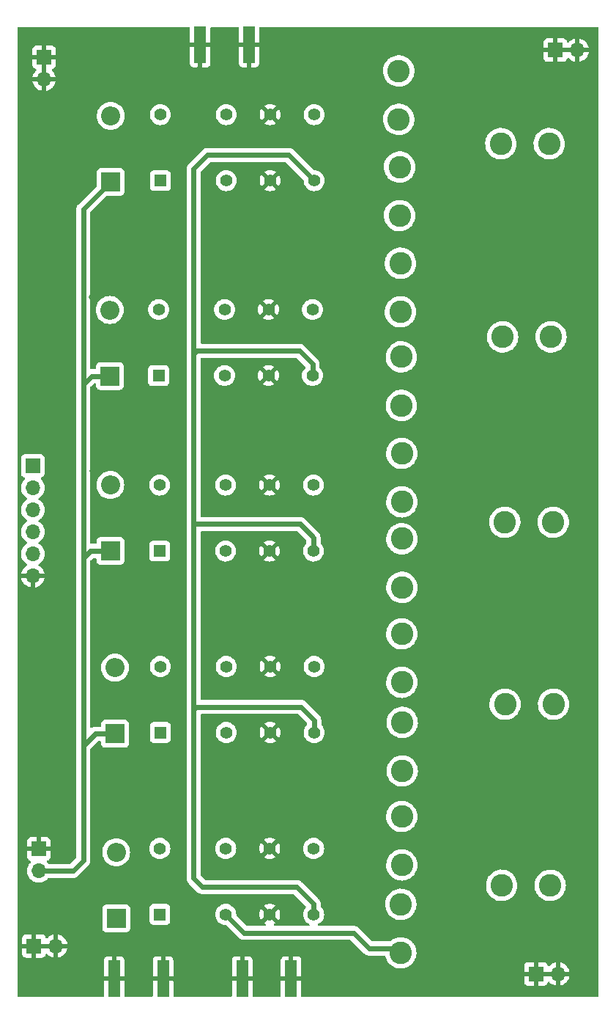
<source format=gbr>
%TF.GenerationSoftware,KiCad,Pcbnew,(6.0.2)*%
%TF.CreationDate,2022-11-12T12:21:54-08:00*%
%TF.ProjectId,cwaz_lpf,6377617a-5f6c-4706-962e-6b696361645f,rev?*%
%TF.SameCoordinates,Original*%
%TF.FileFunction,Copper,L2,Bot*%
%TF.FilePolarity,Positive*%
%FSLAX46Y46*%
G04 Gerber Fmt 4.6, Leading zero omitted, Abs format (unit mm)*
G04 Created by KiCad (PCBNEW (6.0.2)) date 2022-11-12 12:21:54*
%MOMM*%
%LPD*%
G01*
G04 APERTURE LIST*
%TA.AperFunction,ComponentPad*%
%ADD10R,2.200000X2.200000*%
%TD*%
%TA.AperFunction,ComponentPad*%
%ADD11O,2.200000X2.200000*%
%TD*%
%TA.AperFunction,ComponentPad*%
%ADD12R,1.700000X1.700000*%
%TD*%
%TA.AperFunction,ComponentPad*%
%ADD13O,1.700000X1.700000*%
%TD*%
%TA.AperFunction,ComponentPad*%
%ADD14R,1.400000X1.400000*%
%TD*%
%TA.AperFunction,ComponentPad*%
%ADD15C,1.400000*%
%TD*%
%TA.AperFunction,ComponentPad*%
%ADD16C,2.600000*%
%TD*%
%TA.AperFunction,SMDPad,CuDef*%
%ADD17R,1.350000X4.200000*%
%TD*%
%TA.AperFunction,ViaPad*%
%ADD18C,0.800000*%
%TD*%
%TA.AperFunction,Conductor*%
%ADD19C,0.609600*%
%TD*%
G04 APERTURE END LIST*
D10*
%TO.P,D5,1,K*%
%TO.N,/VDD12*%
X91037500Y-143410000D03*
D11*
%TO.P,D5,2,A*%
%TO.N,Net-(D5-Pad2)*%
X91037500Y-135790000D03*
%TD*%
D12*
%TO.P,J8,1,Pin_1*%
%TO.N,GND*%
X82700000Y-44025000D03*
D13*
%TO.P,J8,2,Pin_2*%
X82700000Y-46565000D03*
%TD*%
D14*
%TO.P,K2,1*%
%TO.N,/VDD12*%
X95942500Y-80762500D03*
D15*
%TO.P,K2,4*%
%TO.N,Net-(C5-Pad1)*%
X103562500Y-80762500D03*
%TO.P,K2,6*%
%TO.N,GND*%
X108642500Y-80762500D03*
%TO.P,K2,8*%
%TO.N,Net-(K2-Pad8)*%
X113722500Y-80762500D03*
%TO.P,K2,9*%
%TO.N,Net-(K2-Pad9)*%
X113722500Y-73142500D03*
%TO.P,K2,11*%
%TO.N,GND*%
X108642500Y-73142500D03*
%TO.P,K2,13*%
%TO.N,Net-(C17-Pad1)*%
X103562500Y-73142500D03*
%TO.P,K2,16*%
%TO.N,Net-(D2-Pad2)*%
X95942500Y-73142500D03*
%TD*%
D16*
%TO.P,L3,1,1*%
%TO.N,Net-(C12-Pad2)*%
X124062500Y-99600000D03*
%TO.P,L3,2,2*%
%TO.N,Net-(C6-Pad1)*%
X124062500Y-105200000D03*
%TD*%
D10*
%TO.P,D1,1,K*%
%TO.N,/VDD12*%
X90400000Y-58410000D03*
D11*
%TO.P,D1,2,A*%
%TO.N,Net-(D1-Pad2)*%
X90400000Y-50790000D03*
%TD*%
D12*
%TO.P,J2,1,Pin_1*%
%TO.N,GND*%
X82100000Y-135400000D03*
D13*
%TO.P,J2,2,Pin_2*%
%TO.N,/VDD12*%
X82100000Y-137940000D03*
%TD*%
D14*
%TO.P,K4,1*%
%TO.N,/VDD12*%
X96142500Y-121962500D03*
D15*
%TO.P,K4,4*%
%TO.N,Net-(K4-Pad4)*%
X103762500Y-121962500D03*
%TO.P,K4,6*%
%TO.N,GND*%
X108842500Y-121962500D03*
%TO.P,K4,8*%
%TO.N,Net-(K2-Pad8)*%
X113922500Y-121962500D03*
%TO.P,K4,9*%
%TO.N,Net-(K2-Pad9)*%
X113922500Y-114342500D03*
%TO.P,K4,11*%
%TO.N,GND*%
X108842500Y-114342500D03*
%TO.P,K4,13*%
%TO.N,Net-(C30-Pad1)*%
X103762500Y-114342500D03*
%TO.P,K4,16*%
%TO.N,Net-(D4-Pad2)*%
X96142500Y-114342500D03*
%TD*%
D16*
%TO.P,L13,1,1*%
%TO.N,Net-(C27-Pad1)*%
X135600000Y-139600000D03*
%TO.P,L13,2,2*%
%TO.N,Net-(C25-Pad1)*%
X141200000Y-139600000D03*
%TD*%
D14*
%TO.P,K3,1*%
%TO.N,/VDD12*%
X96062500Y-101020000D03*
D15*
%TO.P,K3,4*%
%TO.N,Net-(C6-Pad1)*%
X103682500Y-101020000D03*
%TO.P,K3,6*%
%TO.N,GND*%
X108762500Y-101020000D03*
%TO.P,K3,8*%
%TO.N,Net-(K2-Pad8)*%
X113842500Y-101020000D03*
%TO.P,K3,9*%
%TO.N,Net-(K2-Pad9)*%
X113842500Y-93400000D03*
%TO.P,K3,11*%
%TO.N,GND*%
X108762500Y-93400000D03*
%TO.P,K3,13*%
%TO.N,Net-(C18-Pad1)*%
X103682500Y-93400000D03*
%TO.P,K3,16*%
%TO.N,Net-(D3-Pad2)*%
X96062500Y-93400000D03*
%TD*%
D14*
%TO.P,K1,1*%
%TO.N,/VDD12*%
X96142500Y-58262500D03*
D15*
%TO.P,K1,4*%
%TO.N,Net-(K1-Pad4)*%
X103762500Y-58262500D03*
%TO.P,K1,6*%
%TO.N,GND*%
X108842500Y-58262500D03*
%TO.P,K1,8*%
%TO.N,Net-(K2-Pad8)*%
X113922500Y-58262500D03*
%TO.P,K1,9*%
%TO.N,Net-(K2-Pad9)*%
X113922500Y-50642500D03*
%TO.P,K1,11*%
%TO.N,GND*%
X108842500Y-50642500D03*
%TO.P,K1,13*%
%TO.N,Net-(C16-Pad1)*%
X103762500Y-50642500D03*
%TO.P,K1,16*%
%TO.N,Net-(D1-Pad2)*%
X96142500Y-50642500D03*
%TD*%
D17*
%TO.P,J9,2,Ext*%
%TO.N,GND*%
X96450000Y-150400000D03*
X90800000Y-150400000D03*
%TD*%
D14*
%TO.P,K5,1*%
%TO.N,/VDD12*%
X96080000Y-142962500D03*
D15*
%TO.P,K5,4*%
%TO.N,Net-(C23-Pad1)*%
X103700000Y-142962500D03*
%TO.P,K5,6*%
%TO.N,GND*%
X108780000Y-142962500D03*
%TO.P,K5,8*%
%TO.N,Net-(K2-Pad8)*%
X113860000Y-142962500D03*
%TO.P,K5,9*%
%TO.N,Net-(K2-Pad9)*%
X113860000Y-135342500D03*
%TO.P,K5,11*%
%TO.N,GND*%
X108780000Y-135342500D03*
%TO.P,K5,13*%
%TO.N,Net-(K5-Pad13)*%
X103700000Y-135342500D03*
%TO.P,K5,16*%
%TO.N,Net-(D5-Pad2)*%
X96080000Y-135342500D03*
%TD*%
D16*
%TO.P,L4,1,1*%
%TO.N,Net-(C10-Pad1)*%
X135500000Y-54000000D03*
%TO.P,L4,2,2*%
%TO.N,Net-(C10-Pad2)*%
X141100000Y-54000000D03*
%TD*%
D17*
%TO.P,J3,2,Ext*%
%TO.N,GND*%
X105600000Y-150400000D03*
X111250000Y-150400000D03*
%TD*%
D16*
%TO.P,L11,1,1*%
%TO.N,Net-(C25-Pad1)*%
X123937500Y-141800000D03*
%TO.P,L11,2,2*%
%TO.N,Net-(C23-Pad1)*%
X123937500Y-147400000D03*
%TD*%
D10*
%TO.P,D4,1,K*%
%TO.N,/VDD12*%
X90900000Y-122110000D03*
D11*
%TO.P,D4,2,A*%
%TO.N,Net-(D4-Pad2)*%
X90900000Y-114490000D03*
%TD*%
D16*
%TO.P,L2,1,1*%
%TO.N,Net-(C11-Pad2)*%
X124000000Y-78600000D03*
%TO.P,L2,2,2*%
%TO.N,Net-(C5-Pad1)*%
X124000000Y-84200000D03*
%TD*%
%TO.P,L9,1,1*%
%TO.N,Net-(C18-Pad1)*%
X124058000Y-95342000D03*
%TO.P,L9,2,2*%
%TO.N,Net-(C12-Pad1)*%
X124058000Y-89742000D03*
%TD*%
D12*
%TO.P,J5,1,Pin_1*%
%TO.N,GND*%
X139552000Y-149825000D03*
D13*
%TO.P,J5,2,Pin_2*%
X142092000Y-149825000D03*
%TD*%
D16*
%TO.P,L1,1,1*%
%TO.N,Net-(C10-Pad2)*%
X123800000Y-56700000D03*
%TO.P,L1,2,2*%
%TO.N,Net-(K1-Pad4)*%
X123800000Y-62300000D03*
%TD*%
%TO.P,L7,1,1*%
%TO.N,Net-(C16-Pad1)*%
X123700000Y-51200000D03*
%TO.P,L7,2,2*%
%TO.N,Net-(C10-Pad1)*%
X123700000Y-45600000D03*
%TD*%
%TO.P,L6,1,1*%
%TO.N,Net-(C12-Pad1)*%
X135962500Y-97700000D03*
%TO.P,L6,2,2*%
%TO.N,Net-(C12-Pad2)*%
X141562500Y-97700000D03*
%TD*%
%TO.P,L8,1,1*%
%TO.N,Net-(C17-Pad1)*%
X123900000Y-73400000D03*
%TO.P,L8,2,2*%
%TO.N,Net-(C11-Pad1)*%
X123900000Y-67800000D03*
%TD*%
%TO.P,L5,1,1*%
%TO.N,Net-(C11-Pad1)*%
X135700000Y-76300000D03*
%TO.P,L5,2,2*%
%TO.N,Net-(C11-Pad2)*%
X141300000Y-76300000D03*
%TD*%
D17*
%TO.P,J4,2,Ext*%
%TO.N,GND*%
X106400000Y-42600000D03*
X100750000Y-42600000D03*
%TD*%
D16*
%TO.P,L12,1,1*%
%TO.N,Net-(C26-Pad1)*%
X136000000Y-118700000D03*
%TO.P,L12,2,2*%
%TO.N,Net-(C24-Pad1)*%
X141600000Y-118700000D03*
%TD*%
D10*
%TO.P,D3,1,K*%
%TO.N,/VDD12*%
X90362500Y-101010000D03*
D11*
%TO.P,D3,2,A*%
%TO.N,Net-(D3-Pad2)*%
X90362500Y-93390000D03*
%TD*%
D12*
%TO.P,J1,1,Pin_1*%
%TO.N,/40M*%
X81400000Y-91180000D03*
D13*
%TO.P,J1,2,Pin_2*%
%TO.N,/30M*%
X81400000Y-93720000D03*
%TO.P,J1,3,Pin_3*%
%TO.N,/20M*%
X81400000Y-96260000D03*
%TO.P,J1,4,Pin_4*%
%TO.N,/17M*%
X81400000Y-98800000D03*
%TO.P,J1,5,Pin_5*%
%TO.N,/15M*%
X81400000Y-101340000D03*
%TO.P,J1,6,Pin_6*%
%TO.N,GND*%
X81400000Y-103880000D03*
%TD*%
D12*
%TO.P,J7,1,Pin_1*%
%TO.N,GND*%
X141800000Y-43200000D03*
D13*
%TO.P,J7,2,Pin_2*%
X144340000Y-43200000D03*
%TD*%
D16*
%TO.P,L15,1,1*%
%TO.N,Net-(K5-Pad13)*%
X124058000Y-137252000D03*
%TO.P,L15,2,2*%
%TO.N,Net-(C27-Pad1)*%
X124058000Y-131652000D03*
%TD*%
D12*
%TO.P,J6,1,Pin_1*%
%TO.N,GND*%
X81525000Y-146600000D03*
D13*
%TO.P,J6,2,Pin_2*%
X84065000Y-146600000D03*
%TD*%
D16*
%TO.P,L14,1,1*%
%TO.N,Net-(C30-Pad1)*%
X124058000Y-116170000D03*
%TO.P,L14,2,2*%
%TO.N,Net-(C26-Pad1)*%
X124058000Y-110570000D03*
%TD*%
%TO.P,L10,1,1*%
%TO.N,Net-(C24-Pad1)*%
X124100000Y-120800000D03*
%TO.P,L10,2,2*%
%TO.N,Net-(K4-Pad4)*%
X124100000Y-126400000D03*
%TD*%
D10*
%TO.P,D2,1,K*%
%TO.N,/VDD12*%
X90300000Y-80810000D03*
D11*
%TO.P,D2,2,A*%
%TO.N,Net-(D2-Pad2)*%
X90300000Y-73190000D03*
%TD*%
D18*
%TO.N,GND*%
X98400000Y-66000000D03*
X98500000Y-63300000D03*
X103200000Y-67400000D03*
X98800000Y-87200000D03*
X98600000Y-84400000D03*
X103400000Y-84800000D03*
X98400000Y-107200000D03*
X98400000Y-104800000D03*
X103400000Y-104700000D03*
X98500000Y-128300000D03*
X98500000Y-125700000D03*
X103200000Y-125500000D03*
X89895000Y-126711000D03*
X103230000Y-128235000D03*
X82783000Y-129632000D03*
X114300000Y-107400000D03*
X136123000Y-148809000D03*
X112374000Y-64608000D03*
X93578000Y-48860000D03*
X112374000Y-86198000D03*
X135361000Y-105375000D03*
X103484000Y-87087000D03*
X139933000Y-87214000D03*
X139933000Y-108042000D03*
X106532000Y-45558000D03*
X135234000Y-83912000D03*
X88371000Y-48860000D03*
X134853000Y-61814000D03*
X88371000Y-91786000D03*
X139552000Y-45939000D03*
X135869000Y-126711000D03*
X88752000Y-134077000D03*
X93451000Y-133569000D03*
X114700000Y-128100000D03*
X103400000Y-107600000D03*
X89387000Y-85436000D03*
X143235000Y-85563000D03*
X94594000Y-91405000D03*
X93832000Y-112487000D03*
X112374000Y-67021000D03*
X142854000Y-63465000D03*
X104119000Y-147412000D03*
X109834000Y-147793000D03*
X139806000Y-128997000D03*
X144124000Y-127854000D03*
X123804000Y-150968000D03*
X112374000Y-87722000D03*
X88244000Y-71720000D03*
X88625000Y-112614000D03*
X103230000Y-65243000D03*
X88752000Y-148936000D03*
X82910000Y-108296000D03*
X112755000Y-43653000D03*
X144251000Y-107407000D03*
X89514000Y-105629000D03*
X89514000Y-62957000D03*
X100436000Y-45558000D03*
X112501000Y-108423000D03*
X113700000Y-148900000D03*
X82529000Y-85944000D03*
X84815000Y-54956000D03*
X85323000Y-78578000D03*
X138917000Y-65751000D03*
X112120000Y-129378000D03*
X93832000Y-71212000D03*
X98277000Y-149698000D03*
%TD*%
D19*
%TO.N,Net-(C23-Pad1)*%
X105837500Y-145100000D02*
X103700000Y-142962500D01*
X118500000Y-145100000D02*
X105837500Y-145100000D01*
X120288689Y-146888689D02*
X118500000Y-145100000D01*
X123426189Y-146888689D02*
X120288689Y-146888689D01*
X123937500Y-147400000D02*
X123426189Y-146888689D01*
%TO.N,/VDD12*%
X86060000Y-137940000D02*
X82100000Y-137940000D01*
X87228000Y-136772000D02*
X86060000Y-137940000D01*
X87228000Y-123536000D02*
X87228000Y-136772000D01*
%TO.N,Net-(K2-Pad8)*%
X112400000Y-119000000D02*
X100300000Y-119000000D01*
X100000000Y-119300000D02*
X100000000Y-97900000D01*
X100000000Y-138800000D02*
X100000000Y-119300000D01*
X100300000Y-119000000D02*
X100000000Y-119300000D01*
X113922500Y-120522500D02*
X112400000Y-119000000D01*
X113922500Y-121962500D02*
X113922500Y-120522500D01*
X112300000Y-97900000D02*
X100000000Y-97900000D01*
X113842500Y-99442500D02*
X112300000Y-97900000D01*
X100000000Y-97900000D02*
X100000000Y-78300000D01*
X113842500Y-101020000D02*
X113842500Y-99442500D01*
X100000000Y-78300000D02*
X100000000Y-56900000D01*
X112200000Y-77900000D02*
X100400000Y-77900000D01*
X113722500Y-79422500D02*
X112200000Y-77900000D01*
X113722500Y-80762500D02*
X113722500Y-79422500D01*
X100400000Y-77900000D02*
X100000000Y-78300000D01*
X110960000Y-55300000D02*
X113922500Y-58262500D01*
X101600000Y-55300000D02*
X110960000Y-55300000D01*
X100000000Y-56900000D02*
X101600000Y-55300000D01*
X101000000Y-139800000D02*
X100000000Y-138800000D01*
X111900000Y-139800000D02*
X101000000Y-139800000D01*
X113860000Y-141760000D02*
X111900000Y-139800000D01*
X113860000Y-142962500D02*
X113860000Y-141760000D01*
%TO.N,/VDD12*%
X88037000Y-101010000D02*
X90362500Y-101010000D01*
X87228000Y-123536000D02*
X87228000Y-101819000D01*
X87228000Y-123536000D02*
X88654000Y-122110000D01*
X87228000Y-81753000D02*
X88171000Y-80810000D01*
X87228000Y-101819000D02*
X87228000Y-82007000D01*
X87228000Y-101819000D02*
X88037000Y-101010000D01*
X88654000Y-122110000D02*
X90900000Y-122110000D01*
X87228000Y-61582000D02*
X90400000Y-58410000D01*
X88171000Y-80810000D02*
X90300000Y-80810000D01*
X87228000Y-82007000D02*
X87228000Y-61582000D01*
X87228000Y-82007000D02*
X87228000Y-81753000D01*
%TD*%
%TA.AperFunction,Conductor*%
%TO.N,GND*%
G36*
X99509121Y-40528002D02*
G01*
X99555614Y-40581658D01*
X99567000Y-40634000D01*
X99567000Y-42327885D01*
X99571475Y-42343124D01*
X99572865Y-42344329D01*
X99580548Y-42346000D01*
X101914884Y-42346000D01*
X101930123Y-42341525D01*
X101931328Y-42340135D01*
X101932999Y-42332452D01*
X101932999Y-40634000D01*
X101953001Y-40565879D01*
X102006657Y-40519386D01*
X102058999Y-40508000D01*
X105091000Y-40508000D01*
X105159121Y-40528002D01*
X105205614Y-40581658D01*
X105217000Y-40634000D01*
X105217000Y-42327885D01*
X105221475Y-42343124D01*
X105222865Y-42344329D01*
X105230548Y-42346000D01*
X107564884Y-42346000D01*
X107580123Y-42341525D01*
X107581328Y-42340135D01*
X107582999Y-42332452D01*
X107582999Y-40634000D01*
X107603001Y-40565879D01*
X107656657Y-40519386D01*
X107708999Y-40508000D01*
X146666000Y-40508000D01*
X146734121Y-40528002D01*
X146780614Y-40581658D01*
X146792000Y-40634000D01*
X146792000Y-152366000D01*
X146771998Y-152434121D01*
X146718342Y-152480614D01*
X146666000Y-152492000D01*
X112559000Y-152492000D01*
X112490879Y-152471998D01*
X112444386Y-152418342D01*
X112433000Y-152366000D01*
X112433000Y-150719669D01*
X138194001Y-150719669D01*
X138194371Y-150726490D01*
X138199895Y-150777352D01*
X138203521Y-150792604D01*
X138248676Y-150913054D01*
X138257214Y-150928649D01*
X138333715Y-151030724D01*
X138346276Y-151043285D01*
X138448351Y-151119786D01*
X138463946Y-151128324D01*
X138584394Y-151173478D01*
X138599649Y-151177105D01*
X138650514Y-151182631D01*
X138657328Y-151183000D01*
X139279885Y-151183000D01*
X139295124Y-151178525D01*
X139296329Y-151177135D01*
X139298000Y-151169452D01*
X139298000Y-151164884D01*
X139806000Y-151164884D01*
X139810475Y-151180123D01*
X139811865Y-151181328D01*
X139819548Y-151182999D01*
X140446669Y-151182999D01*
X140453490Y-151182629D01*
X140504352Y-151177105D01*
X140519604Y-151173479D01*
X140640054Y-151128324D01*
X140655649Y-151119786D01*
X140757724Y-151043285D01*
X140770285Y-151030724D01*
X140846786Y-150928649D01*
X140855325Y-150913052D01*
X140896425Y-150803418D01*
X140939066Y-150746653D01*
X141005628Y-150721953D01*
X141074977Y-150737160D01*
X141109645Y-150765150D01*
X141135219Y-150794674D01*
X141142580Y-150801883D01*
X141306434Y-150937916D01*
X141314881Y-150943831D01*
X141498756Y-151051279D01*
X141508042Y-151055729D01*
X141707001Y-151131703D01*
X141716899Y-151134579D01*
X141820250Y-151155606D01*
X141834299Y-151154410D01*
X141838000Y-151144065D01*
X141838000Y-151143517D01*
X142346000Y-151143517D01*
X142350064Y-151157359D01*
X142363478Y-151159393D01*
X142370184Y-151158534D01*
X142380262Y-151156392D01*
X142584255Y-151095191D01*
X142593842Y-151091433D01*
X142785095Y-150997739D01*
X142793945Y-150992464D01*
X142967328Y-150868792D01*
X142975200Y-150862139D01*
X143126052Y-150711812D01*
X143132730Y-150703965D01*
X143257003Y-150531020D01*
X143262313Y-150522183D01*
X143356670Y-150331267D01*
X143360469Y-150321672D01*
X143422377Y-150117910D01*
X143424555Y-150107837D01*
X143425986Y-150096962D01*
X143423775Y-150082778D01*
X143410617Y-150079000D01*
X142364115Y-150079000D01*
X142348876Y-150083475D01*
X142347671Y-150084865D01*
X142346000Y-150092548D01*
X142346000Y-151143517D01*
X141838000Y-151143517D01*
X141838000Y-150097115D01*
X141833525Y-150081876D01*
X141832135Y-150080671D01*
X141824452Y-150079000D01*
X139824115Y-150079000D01*
X139808876Y-150083475D01*
X139807671Y-150084865D01*
X139806000Y-150092548D01*
X139806000Y-151164884D01*
X139298000Y-151164884D01*
X139298000Y-150097115D01*
X139293525Y-150081876D01*
X139292135Y-150080671D01*
X139284452Y-150079000D01*
X138212116Y-150079000D01*
X138196877Y-150083475D01*
X138195672Y-150084865D01*
X138194001Y-150092548D01*
X138194001Y-150719669D01*
X112433000Y-150719669D01*
X112433000Y-150672115D01*
X112428525Y-150656876D01*
X112427135Y-150655671D01*
X112419452Y-150654000D01*
X110085116Y-150654000D01*
X110069877Y-150658475D01*
X110068672Y-150659865D01*
X110067001Y-150667548D01*
X110067001Y-152366000D01*
X110046999Y-152434121D01*
X109993343Y-152480614D01*
X109941001Y-152492000D01*
X106909000Y-152492000D01*
X106840879Y-152471998D01*
X106794386Y-152418342D01*
X106783000Y-152366000D01*
X106783000Y-150672115D01*
X106778525Y-150656876D01*
X106777135Y-150655671D01*
X106769452Y-150654000D01*
X104435116Y-150654000D01*
X104419877Y-150658475D01*
X104418672Y-150659865D01*
X104417001Y-150667548D01*
X104417001Y-152366000D01*
X104396999Y-152434121D01*
X104343343Y-152480614D01*
X104291001Y-152492000D01*
X97759000Y-152492000D01*
X97690879Y-152471998D01*
X97644386Y-152418342D01*
X97633000Y-152366000D01*
X97633000Y-150672115D01*
X97628525Y-150656876D01*
X97627135Y-150655671D01*
X97619452Y-150654000D01*
X95285116Y-150654000D01*
X95269877Y-150658475D01*
X95268672Y-150659865D01*
X95267001Y-150667548D01*
X95267001Y-152366000D01*
X95246999Y-152434121D01*
X95193343Y-152480614D01*
X95141001Y-152492000D01*
X92109000Y-152492000D01*
X92040879Y-152471998D01*
X91994386Y-152418342D01*
X91983000Y-152366000D01*
X91983000Y-150672115D01*
X91978525Y-150656876D01*
X91977135Y-150655671D01*
X91969452Y-150654000D01*
X89635116Y-150654000D01*
X89619877Y-150658475D01*
X89618672Y-150659865D01*
X89617001Y-150667548D01*
X89617001Y-152366000D01*
X89596999Y-152434121D01*
X89543343Y-152480614D01*
X89491001Y-152492000D01*
X79734000Y-152492000D01*
X79665879Y-152471998D01*
X79619386Y-152418342D01*
X79608000Y-152366000D01*
X79608000Y-150127885D01*
X89617000Y-150127885D01*
X89621475Y-150143124D01*
X89622865Y-150144329D01*
X89630548Y-150146000D01*
X90527885Y-150146000D01*
X90543124Y-150141525D01*
X90544329Y-150140135D01*
X90546000Y-150132452D01*
X90546000Y-150127885D01*
X91054000Y-150127885D01*
X91058475Y-150143124D01*
X91059865Y-150144329D01*
X91067548Y-150146000D01*
X91964884Y-150146000D01*
X91980123Y-150141525D01*
X91981328Y-150140135D01*
X91982999Y-150132452D01*
X91982999Y-150127885D01*
X95267000Y-150127885D01*
X95271475Y-150143124D01*
X95272865Y-150144329D01*
X95280548Y-150146000D01*
X96177885Y-150146000D01*
X96193124Y-150141525D01*
X96194329Y-150140135D01*
X96196000Y-150132452D01*
X96196000Y-150127885D01*
X96704000Y-150127885D01*
X96708475Y-150143124D01*
X96709865Y-150144329D01*
X96717548Y-150146000D01*
X97614884Y-150146000D01*
X97630123Y-150141525D01*
X97631328Y-150140135D01*
X97632999Y-150132452D01*
X97632999Y-150127885D01*
X104417000Y-150127885D01*
X104421475Y-150143124D01*
X104422865Y-150144329D01*
X104430548Y-150146000D01*
X105327885Y-150146000D01*
X105343124Y-150141525D01*
X105344329Y-150140135D01*
X105346000Y-150132452D01*
X105346000Y-150127885D01*
X105854000Y-150127885D01*
X105858475Y-150143124D01*
X105859865Y-150144329D01*
X105867548Y-150146000D01*
X106764884Y-150146000D01*
X106780123Y-150141525D01*
X106781328Y-150140135D01*
X106782999Y-150132452D01*
X106782999Y-150127885D01*
X110067000Y-150127885D01*
X110071475Y-150143124D01*
X110072865Y-150144329D01*
X110080548Y-150146000D01*
X110977885Y-150146000D01*
X110993124Y-150141525D01*
X110994329Y-150140135D01*
X110996000Y-150132452D01*
X110996000Y-150127885D01*
X111504000Y-150127885D01*
X111508475Y-150143124D01*
X111509865Y-150144329D01*
X111517548Y-150146000D01*
X112414884Y-150146000D01*
X112430123Y-150141525D01*
X112431328Y-150140135D01*
X112432999Y-150132452D01*
X112432999Y-149552885D01*
X138194000Y-149552885D01*
X138198475Y-149568124D01*
X138199865Y-149569329D01*
X138207548Y-149571000D01*
X139279885Y-149571000D01*
X139295124Y-149566525D01*
X139296329Y-149565135D01*
X139298000Y-149557452D01*
X139298000Y-149552885D01*
X139806000Y-149552885D01*
X139810475Y-149568124D01*
X139811865Y-149569329D01*
X139819548Y-149571000D01*
X141819885Y-149571000D01*
X141835124Y-149566525D01*
X141836329Y-149565135D01*
X141838000Y-149557452D01*
X141838000Y-149552885D01*
X142346000Y-149552885D01*
X142350475Y-149568124D01*
X142351865Y-149569329D01*
X142359548Y-149571000D01*
X143410344Y-149571000D01*
X143423875Y-149567027D01*
X143425180Y-149557947D01*
X143383214Y-149390875D01*
X143379894Y-149381124D01*
X143294972Y-149185814D01*
X143290105Y-149176739D01*
X143174426Y-148997926D01*
X143168136Y-148989757D01*
X143024806Y-148832240D01*
X143017273Y-148825215D01*
X142850139Y-148693222D01*
X142841552Y-148687517D01*
X142655117Y-148584599D01*
X142645705Y-148580369D01*
X142444959Y-148509280D01*
X142434988Y-148506646D01*
X142363837Y-148493972D01*
X142350540Y-148495432D01*
X142346000Y-148509989D01*
X142346000Y-149552885D01*
X141838000Y-149552885D01*
X141838000Y-148508102D01*
X141834082Y-148494758D01*
X141819806Y-148492771D01*
X141781324Y-148498660D01*
X141771288Y-148501051D01*
X141568868Y-148567212D01*
X141559359Y-148571209D01*
X141370463Y-148669542D01*
X141361738Y-148675036D01*
X141191433Y-148802905D01*
X141183726Y-148809748D01*
X141106094Y-148890985D01*
X141044570Y-148926415D01*
X140973657Y-148922958D01*
X140915871Y-148881712D01*
X140897018Y-148848164D01*
X140855324Y-148736946D01*
X140846786Y-148721351D01*
X140770285Y-148619276D01*
X140757724Y-148606715D01*
X140655649Y-148530214D01*
X140640054Y-148521676D01*
X140519606Y-148476522D01*
X140504351Y-148472895D01*
X140453486Y-148467369D01*
X140446672Y-148467000D01*
X139824115Y-148467000D01*
X139808876Y-148471475D01*
X139807671Y-148472865D01*
X139806000Y-148480548D01*
X139806000Y-149552885D01*
X139298000Y-149552885D01*
X139298000Y-148485116D01*
X139293525Y-148469877D01*
X139292135Y-148468672D01*
X139284452Y-148467001D01*
X138657331Y-148467001D01*
X138650510Y-148467371D01*
X138599648Y-148472895D01*
X138584396Y-148476521D01*
X138463946Y-148521676D01*
X138448351Y-148530214D01*
X138346276Y-148606715D01*
X138333715Y-148619276D01*
X138257214Y-148721351D01*
X138248676Y-148736946D01*
X138203522Y-148857394D01*
X138199895Y-148872649D01*
X138194369Y-148923514D01*
X138194000Y-148930328D01*
X138194000Y-149552885D01*
X112432999Y-149552885D01*
X112432999Y-148255331D01*
X112432629Y-148248510D01*
X112427105Y-148197648D01*
X112423479Y-148182396D01*
X112378324Y-148061946D01*
X112369786Y-148046351D01*
X112293285Y-147944276D01*
X112280724Y-147931715D01*
X112178649Y-147855214D01*
X112163054Y-147846676D01*
X112042606Y-147801522D01*
X112027351Y-147797895D01*
X111976486Y-147792369D01*
X111969672Y-147792000D01*
X111522115Y-147792000D01*
X111506876Y-147796475D01*
X111505671Y-147797865D01*
X111504000Y-147805548D01*
X111504000Y-150127885D01*
X110996000Y-150127885D01*
X110996000Y-147810116D01*
X110991525Y-147794877D01*
X110990135Y-147793672D01*
X110982452Y-147792001D01*
X110530331Y-147792001D01*
X110523510Y-147792371D01*
X110472648Y-147797895D01*
X110457396Y-147801521D01*
X110336946Y-147846676D01*
X110321351Y-147855214D01*
X110219276Y-147931715D01*
X110206715Y-147944276D01*
X110130214Y-148046351D01*
X110121676Y-148061946D01*
X110076522Y-148182394D01*
X110072895Y-148197649D01*
X110067369Y-148248514D01*
X110067000Y-148255328D01*
X110067000Y-150127885D01*
X106782999Y-150127885D01*
X106782999Y-148255331D01*
X106782629Y-148248510D01*
X106777105Y-148197648D01*
X106773479Y-148182396D01*
X106728324Y-148061946D01*
X106719786Y-148046351D01*
X106643285Y-147944276D01*
X106630724Y-147931715D01*
X106528649Y-147855214D01*
X106513054Y-147846676D01*
X106392606Y-147801522D01*
X106377351Y-147797895D01*
X106326486Y-147792369D01*
X106319672Y-147792000D01*
X105872115Y-147792000D01*
X105856876Y-147796475D01*
X105855671Y-147797865D01*
X105854000Y-147805548D01*
X105854000Y-150127885D01*
X105346000Y-150127885D01*
X105346000Y-147810116D01*
X105341525Y-147794877D01*
X105340135Y-147793672D01*
X105332452Y-147792001D01*
X104880331Y-147792001D01*
X104873510Y-147792371D01*
X104822648Y-147797895D01*
X104807396Y-147801521D01*
X104686946Y-147846676D01*
X104671351Y-147855214D01*
X104569276Y-147931715D01*
X104556715Y-147944276D01*
X104480214Y-148046351D01*
X104471676Y-148061946D01*
X104426522Y-148182394D01*
X104422895Y-148197649D01*
X104417369Y-148248514D01*
X104417000Y-148255328D01*
X104417000Y-150127885D01*
X97632999Y-150127885D01*
X97632999Y-148255331D01*
X97632629Y-148248510D01*
X97627105Y-148197648D01*
X97623479Y-148182396D01*
X97578324Y-148061946D01*
X97569786Y-148046351D01*
X97493285Y-147944276D01*
X97480724Y-147931715D01*
X97378649Y-147855214D01*
X97363054Y-147846676D01*
X97242606Y-147801522D01*
X97227351Y-147797895D01*
X97176486Y-147792369D01*
X97169672Y-147792000D01*
X96722115Y-147792000D01*
X96706876Y-147796475D01*
X96705671Y-147797865D01*
X96704000Y-147805548D01*
X96704000Y-150127885D01*
X96196000Y-150127885D01*
X96196000Y-147810116D01*
X96191525Y-147794877D01*
X96190135Y-147793672D01*
X96182452Y-147792001D01*
X95730331Y-147792001D01*
X95723510Y-147792371D01*
X95672648Y-147797895D01*
X95657396Y-147801521D01*
X95536946Y-147846676D01*
X95521351Y-147855214D01*
X95419276Y-147931715D01*
X95406715Y-147944276D01*
X95330214Y-148046351D01*
X95321676Y-148061946D01*
X95276522Y-148182394D01*
X95272895Y-148197649D01*
X95267369Y-148248514D01*
X95267000Y-148255328D01*
X95267000Y-150127885D01*
X91982999Y-150127885D01*
X91982999Y-148255331D01*
X91982629Y-148248510D01*
X91977105Y-148197648D01*
X91973479Y-148182396D01*
X91928324Y-148061946D01*
X91919786Y-148046351D01*
X91843285Y-147944276D01*
X91830724Y-147931715D01*
X91728649Y-147855214D01*
X91713054Y-147846676D01*
X91592606Y-147801522D01*
X91577351Y-147797895D01*
X91526486Y-147792369D01*
X91519672Y-147792000D01*
X91072115Y-147792000D01*
X91056876Y-147796475D01*
X91055671Y-147797865D01*
X91054000Y-147805548D01*
X91054000Y-150127885D01*
X90546000Y-150127885D01*
X90546000Y-147810116D01*
X90541525Y-147794877D01*
X90540135Y-147793672D01*
X90532452Y-147792001D01*
X90080331Y-147792001D01*
X90073510Y-147792371D01*
X90022648Y-147797895D01*
X90007396Y-147801521D01*
X89886946Y-147846676D01*
X89871351Y-147855214D01*
X89769276Y-147931715D01*
X89756715Y-147944276D01*
X89680214Y-148046351D01*
X89671676Y-148061946D01*
X89626522Y-148182394D01*
X89622895Y-148197649D01*
X89617369Y-148248514D01*
X89617000Y-148255328D01*
X89617000Y-150127885D01*
X79608000Y-150127885D01*
X79608000Y-147494669D01*
X80167001Y-147494669D01*
X80167371Y-147501490D01*
X80172895Y-147552352D01*
X80176521Y-147567604D01*
X80221676Y-147688054D01*
X80230214Y-147703649D01*
X80306715Y-147805724D01*
X80319276Y-147818285D01*
X80421351Y-147894786D01*
X80436946Y-147903324D01*
X80557394Y-147948478D01*
X80572649Y-147952105D01*
X80623514Y-147957631D01*
X80630328Y-147958000D01*
X81252885Y-147958000D01*
X81268124Y-147953525D01*
X81269329Y-147952135D01*
X81271000Y-147944452D01*
X81271000Y-147939884D01*
X81779000Y-147939884D01*
X81783475Y-147955123D01*
X81784865Y-147956328D01*
X81792548Y-147957999D01*
X82419669Y-147957999D01*
X82426490Y-147957629D01*
X82477352Y-147952105D01*
X82492604Y-147948479D01*
X82613054Y-147903324D01*
X82628649Y-147894786D01*
X82730724Y-147818285D01*
X82743285Y-147805724D01*
X82819786Y-147703649D01*
X82828325Y-147688052D01*
X82869425Y-147578418D01*
X82912066Y-147521653D01*
X82978628Y-147496953D01*
X83047977Y-147512160D01*
X83082645Y-147540150D01*
X83108219Y-147569674D01*
X83115580Y-147576883D01*
X83279434Y-147712916D01*
X83287881Y-147718831D01*
X83471756Y-147826279D01*
X83481042Y-147830729D01*
X83680001Y-147906703D01*
X83689899Y-147909579D01*
X83793250Y-147930606D01*
X83807299Y-147929410D01*
X83811000Y-147919065D01*
X83811000Y-147918517D01*
X84319000Y-147918517D01*
X84323064Y-147932359D01*
X84336478Y-147934393D01*
X84343184Y-147933534D01*
X84353262Y-147931392D01*
X84557255Y-147870191D01*
X84566842Y-147866433D01*
X84758095Y-147772739D01*
X84766945Y-147767464D01*
X84940328Y-147643792D01*
X84948200Y-147637139D01*
X85099052Y-147486812D01*
X85105730Y-147478965D01*
X85230003Y-147306020D01*
X85235313Y-147297183D01*
X85329670Y-147106267D01*
X85333469Y-147096672D01*
X85395377Y-146892910D01*
X85397555Y-146882837D01*
X85398986Y-146871962D01*
X85396775Y-146857778D01*
X85383617Y-146854000D01*
X84337115Y-146854000D01*
X84321876Y-146858475D01*
X84320671Y-146859865D01*
X84319000Y-146867548D01*
X84319000Y-147918517D01*
X83811000Y-147918517D01*
X83811000Y-146872115D01*
X83806525Y-146856876D01*
X83805135Y-146855671D01*
X83797452Y-146854000D01*
X81797115Y-146854000D01*
X81781876Y-146858475D01*
X81780671Y-146859865D01*
X81779000Y-146867548D01*
X81779000Y-147939884D01*
X81271000Y-147939884D01*
X81271000Y-146872115D01*
X81266525Y-146856876D01*
X81265135Y-146855671D01*
X81257452Y-146854000D01*
X80185116Y-146854000D01*
X80169877Y-146858475D01*
X80168672Y-146859865D01*
X80167001Y-146867548D01*
X80167001Y-147494669D01*
X79608000Y-147494669D01*
X79608000Y-146327885D01*
X80167000Y-146327885D01*
X80171475Y-146343124D01*
X80172865Y-146344329D01*
X80180548Y-146346000D01*
X81252885Y-146346000D01*
X81268124Y-146341525D01*
X81269329Y-146340135D01*
X81271000Y-146332452D01*
X81271000Y-146327885D01*
X81779000Y-146327885D01*
X81783475Y-146343124D01*
X81784865Y-146344329D01*
X81792548Y-146346000D01*
X83792885Y-146346000D01*
X83808124Y-146341525D01*
X83809329Y-146340135D01*
X83811000Y-146332452D01*
X83811000Y-146327885D01*
X84319000Y-146327885D01*
X84323475Y-146343124D01*
X84324865Y-146344329D01*
X84332548Y-146346000D01*
X85383344Y-146346000D01*
X85396875Y-146342027D01*
X85398180Y-146332947D01*
X85356214Y-146165875D01*
X85352894Y-146156124D01*
X85267972Y-145960814D01*
X85263105Y-145951739D01*
X85147426Y-145772926D01*
X85141136Y-145764757D01*
X84997806Y-145607240D01*
X84990273Y-145600215D01*
X84823139Y-145468222D01*
X84814552Y-145462517D01*
X84628117Y-145359599D01*
X84618705Y-145355369D01*
X84417959Y-145284280D01*
X84407988Y-145281646D01*
X84336837Y-145268972D01*
X84323540Y-145270432D01*
X84319000Y-145284989D01*
X84319000Y-146327885D01*
X83811000Y-146327885D01*
X83811000Y-145283102D01*
X83807082Y-145269758D01*
X83792806Y-145267771D01*
X83754324Y-145273660D01*
X83744288Y-145276051D01*
X83541868Y-145342212D01*
X83532359Y-145346209D01*
X83343463Y-145444542D01*
X83334738Y-145450036D01*
X83164433Y-145577905D01*
X83156726Y-145584748D01*
X83079094Y-145665985D01*
X83017570Y-145701415D01*
X82946657Y-145697958D01*
X82888871Y-145656712D01*
X82870018Y-145623164D01*
X82828324Y-145511946D01*
X82819786Y-145496351D01*
X82743285Y-145394276D01*
X82730724Y-145381715D01*
X82628649Y-145305214D01*
X82613054Y-145296676D01*
X82492606Y-145251522D01*
X82477351Y-145247895D01*
X82426486Y-145242369D01*
X82419672Y-145242000D01*
X81797115Y-145242000D01*
X81781876Y-145246475D01*
X81780671Y-145247865D01*
X81779000Y-145255548D01*
X81779000Y-146327885D01*
X81271000Y-146327885D01*
X81271000Y-145260116D01*
X81266525Y-145244877D01*
X81265135Y-145243672D01*
X81257452Y-145242001D01*
X80630331Y-145242001D01*
X80623510Y-145242371D01*
X80572648Y-145247895D01*
X80557396Y-145251521D01*
X80436946Y-145296676D01*
X80421351Y-145305214D01*
X80319276Y-145381715D01*
X80306715Y-145394276D01*
X80230214Y-145496351D01*
X80221676Y-145511946D01*
X80176522Y-145632394D01*
X80172895Y-145647649D01*
X80167369Y-145698514D01*
X80167000Y-145705328D01*
X80167000Y-146327885D01*
X79608000Y-146327885D01*
X79608000Y-144558134D01*
X89429000Y-144558134D01*
X89435755Y-144620316D01*
X89486885Y-144756705D01*
X89574239Y-144873261D01*
X89690795Y-144960615D01*
X89827184Y-145011745D01*
X89889366Y-145018500D01*
X92185634Y-145018500D01*
X92247816Y-145011745D01*
X92384205Y-144960615D01*
X92500761Y-144873261D01*
X92588115Y-144756705D01*
X92639245Y-144620316D01*
X92646000Y-144558134D01*
X92646000Y-143710634D01*
X94871500Y-143710634D01*
X94878255Y-143772816D01*
X94929385Y-143909205D01*
X95016739Y-144025761D01*
X95133295Y-144113115D01*
X95269684Y-144164245D01*
X95331866Y-144171000D01*
X96828134Y-144171000D01*
X96890316Y-144164245D01*
X97026705Y-144113115D01*
X97143261Y-144025761D01*
X97230615Y-143909205D01*
X97281745Y-143772816D01*
X97288500Y-143710634D01*
X97288500Y-142214366D01*
X97281745Y-142152184D01*
X97230615Y-142015795D01*
X97143261Y-141899239D01*
X97026705Y-141811885D01*
X96890316Y-141760755D01*
X96828134Y-141754000D01*
X95331866Y-141754000D01*
X95269684Y-141760755D01*
X95133295Y-141811885D01*
X95016739Y-141899239D01*
X94929385Y-142015795D01*
X94878255Y-142152184D01*
X94871500Y-142214366D01*
X94871500Y-143710634D01*
X92646000Y-143710634D01*
X92646000Y-142261866D01*
X92639245Y-142199684D01*
X92588115Y-142063295D01*
X92500761Y-141946739D01*
X92384205Y-141859385D01*
X92247816Y-141808255D01*
X92185634Y-141801500D01*
X89889366Y-141801500D01*
X89827184Y-141808255D01*
X89690795Y-141859385D01*
X89574239Y-141946739D01*
X89486885Y-142063295D01*
X89435755Y-142199684D01*
X89429000Y-142261866D01*
X89429000Y-144558134D01*
X79608000Y-144558134D01*
X79608000Y-137906695D01*
X80737251Y-137906695D01*
X80737548Y-137911848D01*
X80737548Y-137911851D01*
X80744786Y-138037374D01*
X80750110Y-138129715D01*
X80751247Y-138134761D01*
X80751248Y-138134767D01*
X80770979Y-138222316D01*
X80799222Y-138347639D01*
X80846114Y-138463120D01*
X80879577Y-138545530D01*
X80883266Y-138554616D01*
X80913858Y-138604537D01*
X80982280Y-138716192D01*
X80999987Y-138745088D01*
X81146250Y-138913938D01*
X81318126Y-139056632D01*
X81511000Y-139169338D01*
X81515825Y-139171180D01*
X81515826Y-139171181D01*
X81588612Y-139198975D01*
X81719692Y-139249030D01*
X81724760Y-139250061D01*
X81724763Y-139250062D01*
X81802851Y-139265949D01*
X81938597Y-139293567D01*
X81943772Y-139293757D01*
X81943774Y-139293757D01*
X82156673Y-139301564D01*
X82156677Y-139301564D01*
X82161837Y-139301753D01*
X82166957Y-139301097D01*
X82166959Y-139301097D01*
X82378288Y-139274025D01*
X82378289Y-139274025D01*
X82383416Y-139273368D01*
X82408145Y-139265949D01*
X82592429Y-139210661D01*
X82592434Y-139210659D01*
X82597384Y-139209174D01*
X82797994Y-139110896D01*
X82979860Y-138981173D01*
X82994319Y-138966765D01*
X83100798Y-138860657D01*
X83138096Y-138823489D01*
X83150827Y-138805772D01*
X83206822Y-138762125D01*
X83253148Y-138753300D01*
X86050783Y-138753300D01*
X86052104Y-138753307D01*
X86142709Y-138754256D01*
X86185370Y-138745032D01*
X86197949Y-138742972D01*
X86234329Y-138738892D01*
X86234332Y-138738891D01*
X86241325Y-138738107D01*
X86273226Y-138726998D01*
X86288036Y-138722836D01*
X86321051Y-138715698D01*
X86327440Y-138712719D01*
X86360619Y-138697248D01*
X86372429Y-138692452D01*
X86413639Y-138678101D01*
X86442283Y-138660202D01*
X86455792Y-138652867D01*
X86486419Y-138638585D01*
X86520910Y-138611831D01*
X86531366Y-138604537D01*
X86554755Y-138589922D01*
X86568376Y-138581411D01*
X86590924Y-138559020D01*
X86597344Y-138552644D01*
X86597982Y-138552047D01*
X86598653Y-138551527D01*
X86624911Y-138525269D01*
X86697846Y-138452841D01*
X86698506Y-138451800D01*
X86699615Y-138450565D01*
X87796469Y-137353711D01*
X87797406Y-137352782D01*
X87857218Y-137294210D01*
X87857219Y-137294209D01*
X87862250Y-137289282D01*
X87866064Y-137283364D01*
X87866068Y-137283359D01*
X87885895Y-137252593D01*
X87893334Y-137242240D01*
X87916170Y-137213634D01*
X87920563Y-137208131D01*
X87935266Y-137177717D01*
X87942791Y-137164307D01*
X87957275Y-137141833D01*
X87957276Y-137141832D01*
X87961092Y-137135910D01*
X87976024Y-137094885D01*
X87980984Y-137083143D01*
X87981470Y-137082138D01*
X87999976Y-137043856D01*
X88007574Y-137010947D01*
X88011942Y-136996200D01*
X88023498Y-136964451D01*
X88028971Y-136921126D01*
X88031204Y-136908597D01*
X88039438Y-136872935D01*
X88039439Y-136872927D01*
X88041022Y-136866070D01*
X88041067Y-136853345D01*
X88041165Y-136825261D01*
X88041194Y-136824368D01*
X88041300Y-136823530D01*
X88041300Y-136786315D01*
X88041540Y-136717402D01*
X88041646Y-136687141D01*
X88041646Y-136687136D01*
X88041658Y-136683608D01*
X88041389Y-136682405D01*
X88041300Y-136680760D01*
X88041300Y-135790000D01*
X89424026Y-135790000D01*
X89443891Y-136042403D01*
X89445045Y-136047210D01*
X89445046Y-136047216D01*
X89464002Y-136126171D01*
X89502995Y-136288591D01*
X89504888Y-136293162D01*
X89504889Y-136293164D01*
X89592075Y-136503649D01*
X89599884Y-136522502D01*
X89732172Y-136738376D01*
X89847097Y-136872935D01*
X89887837Y-136920635D01*
X89896602Y-136930898D01*
X90089124Y-137095328D01*
X90304998Y-137227616D01*
X90309568Y-137229509D01*
X90309572Y-137229511D01*
X90465770Y-137294210D01*
X90538909Y-137324505D01*
X90619104Y-137343758D01*
X90780284Y-137382454D01*
X90780290Y-137382455D01*
X90785097Y-137383609D01*
X91037500Y-137403474D01*
X91289903Y-137383609D01*
X91294710Y-137382455D01*
X91294716Y-137382454D01*
X91455896Y-137343758D01*
X91536091Y-137324505D01*
X91609230Y-137294210D01*
X91765428Y-137229511D01*
X91765432Y-137229509D01*
X91770002Y-137227616D01*
X91985876Y-137095328D01*
X92178398Y-136930898D01*
X92187164Y-136920635D01*
X92227903Y-136872935D01*
X92342828Y-136738376D01*
X92475116Y-136522502D01*
X92482926Y-136503649D01*
X92570111Y-136293164D01*
X92570112Y-136293162D01*
X92572005Y-136288591D01*
X92610998Y-136126171D01*
X92629954Y-136047216D01*
X92629955Y-136047210D01*
X92631109Y-136042403D01*
X92650974Y-135790000D01*
X92631109Y-135537597D01*
X92619674Y-135489963D01*
X92585585Y-135347975D01*
X92584271Y-135342500D01*
X94866884Y-135342500D01*
X94885314Y-135553155D01*
X94886738Y-135558468D01*
X94886738Y-135558470D01*
X94915966Y-135667548D01*
X94940044Y-135757410D01*
X94942366Y-135762391D01*
X94942367Y-135762392D01*
X94981260Y-135845797D01*
X95029411Y-135949058D01*
X95150699Y-136122276D01*
X95300224Y-136271801D01*
X95473442Y-136393089D01*
X95478420Y-136395410D01*
X95478423Y-136395412D01*
X95650370Y-136475592D01*
X95665090Y-136482456D01*
X95670398Y-136483878D01*
X95670400Y-136483879D01*
X95864030Y-136535762D01*
X95864032Y-136535762D01*
X95869345Y-136537186D01*
X96080000Y-136555616D01*
X96290655Y-136537186D01*
X96295968Y-136535762D01*
X96295970Y-136535762D01*
X96489600Y-136483879D01*
X96489602Y-136483878D01*
X96494910Y-136482456D01*
X96509630Y-136475592D01*
X96681577Y-136395412D01*
X96681580Y-136395410D01*
X96686558Y-136393089D01*
X96859776Y-136271801D01*
X97009301Y-136122276D01*
X97130589Y-135949058D01*
X97178741Y-135845797D01*
X97217633Y-135762392D01*
X97217634Y-135762391D01*
X97219956Y-135757410D01*
X97244035Y-135667548D01*
X97273262Y-135558470D01*
X97273262Y-135558468D01*
X97274686Y-135553155D01*
X97293116Y-135342500D01*
X97274686Y-135131845D01*
X97273262Y-135126530D01*
X97221379Y-134932900D01*
X97221378Y-134932898D01*
X97219956Y-134927590D01*
X97217633Y-134922608D01*
X97132912Y-134740923D01*
X97132910Y-134740920D01*
X97130589Y-134735942D01*
X97009301Y-134562724D01*
X96859776Y-134413199D01*
X96686558Y-134291911D01*
X96681580Y-134289590D01*
X96681577Y-134289588D01*
X96499892Y-134204867D01*
X96499891Y-134204866D01*
X96494910Y-134202544D01*
X96489602Y-134201122D01*
X96489600Y-134201121D01*
X96295970Y-134149238D01*
X96295968Y-134149238D01*
X96290655Y-134147814D01*
X96080000Y-134129384D01*
X95869345Y-134147814D01*
X95864032Y-134149238D01*
X95864030Y-134149238D01*
X95670400Y-134201121D01*
X95670398Y-134201122D01*
X95665090Y-134202544D01*
X95660109Y-134204866D01*
X95660108Y-134204867D01*
X95478423Y-134289588D01*
X95478420Y-134289590D01*
X95473442Y-134291911D01*
X95300224Y-134413199D01*
X95150699Y-134562724D01*
X95029411Y-134735942D01*
X95027090Y-134740920D01*
X95027088Y-134740923D01*
X94942367Y-134922608D01*
X94940044Y-134927590D01*
X94938622Y-134932898D01*
X94938621Y-134932900D01*
X94886738Y-135126530D01*
X94885314Y-135131845D01*
X94866884Y-135342500D01*
X92584271Y-135342500D01*
X92572005Y-135291409D01*
X92511083Y-135144329D01*
X92477011Y-135062072D01*
X92477009Y-135062068D01*
X92475116Y-135057498D01*
X92342828Y-134841624D01*
X92178398Y-134649102D01*
X91985876Y-134484672D01*
X91770002Y-134352384D01*
X91765432Y-134350491D01*
X91765428Y-134350489D01*
X91540664Y-134257389D01*
X91540662Y-134257388D01*
X91536091Y-134255495D01*
X91451468Y-134235179D01*
X91294716Y-134197546D01*
X91294710Y-134197545D01*
X91289903Y-134196391D01*
X91037500Y-134176526D01*
X90785097Y-134196391D01*
X90780290Y-134197545D01*
X90780284Y-134197546D01*
X90623532Y-134235179D01*
X90538909Y-134255495D01*
X90534338Y-134257388D01*
X90534336Y-134257389D01*
X90309572Y-134350489D01*
X90309568Y-134350491D01*
X90304998Y-134352384D01*
X90089124Y-134484672D01*
X89896602Y-134649102D01*
X89732172Y-134841624D01*
X89599884Y-135057498D01*
X89597991Y-135062068D01*
X89597989Y-135062072D01*
X89563917Y-135144329D01*
X89502995Y-135291409D01*
X89489415Y-135347975D01*
X89455327Y-135489963D01*
X89443891Y-135537597D01*
X89424026Y-135790000D01*
X88041300Y-135790000D01*
X88041300Y-123925070D01*
X88061302Y-123856949D01*
X88078205Y-123835975D01*
X88953975Y-122960205D01*
X89016287Y-122926179D01*
X89043070Y-122923300D01*
X89165500Y-122923300D01*
X89233621Y-122943302D01*
X89280114Y-122996958D01*
X89291500Y-123049300D01*
X89291500Y-123258134D01*
X89298255Y-123320316D01*
X89349385Y-123456705D01*
X89436739Y-123573261D01*
X89553295Y-123660615D01*
X89689684Y-123711745D01*
X89751866Y-123718500D01*
X92048134Y-123718500D01*
X92110316Y-123711745D01*
X92246705Y-123660615D01*
X92363261Y-123573261D01*
X92450615Y-123456705D01*
X92501745Y-123320316D01*
X92508500Y-123258134D01*
X92508500Y-122710634D01*
X94934000Y-122710634D01*
X94940755Y-122772816D01*
X94991885Y-122909205D01*
X95079239Y-123025761D01*
X95195795Y-123113115D01*
X95332184Y-123164245D01*
X95394366Y-123171000D01*
X96890634Y-123171000D01*
X96952816Y-123164245D01*
X97089205Y-123113115D01*
X97205761Y-123025761D01*
X97293115Y-122909205D01*
X97344245Y-122772816D01*
X97351000Y-122710634D01*
X97351000Y-121214366D01*
X97344245Y-121152184D01*
X97293115Y-121015795D01*
X97205761Y-120899239D01*
X97089205Y-120811885D01*
X96952816Y-120760755D01*
X96890634Y-120754000D01*
X95394366Y-120754000D01*
X95332184Y-120760755D01*
X95195795Y-120811885D01*
X95079239Y-120899239D01*
X94991885Y-121015795D01*
X94940755Y-121152184D01*
X94934000Y-121214366D01*
X94934000Y-122710634D01*
X92508500Y-122710634D01*
X92508500Y-120961866D01*
X92501745Y-120899684D01*
X92450615Y-120763295D01*
X92363261Y-120646739D01*
X92246705Y-120559385D01*
X92110316Y-120508255D01*
X92048134Y-120501500D01*
X89751866Y-120501500D01*
X89689684Y-120508255D01*
X89553295Y-120559385D01*
X89436739Y-120646739D01*
X89349385Y-120763295D01*
X89298255Y-120899684D01*
X89291500Y-120961866D01*
X89291500Y-121170700D01*
X89271498Y-121238821D01*
X89217842Y-121285314D01*
X89165500Y-121296700D01*
X88663263Y-121296700D01*
X88661944Y-121296693D01*
X88571291Y-121295744D01*
X88564405Y-121297233D01*
X88564403Y-121297233D01*
X88545670Y-121301284D01*
X88528630Y-121304968D01*
X88516051Y-121307028D01*
X88479671Y-121311108D01*
X88479668Y-121311109D01*
X88472675Y-121311893D01*
X88443393Y-121322090D01*
X88440774Y-121323002D01*
X88425964Y-121327164D01*
X88399839Y-121332812D01*
X88399836Y-121332813D01*
X88392949Y-121334302D01*
X88386562Y-121337280D01*
X88386560Y-121337281D01*
X88353390Y-121352749D01*
X88341581Y-121357545D01*
X88300361Y-121371899D01*
X88294386Y-121375633D01*
X88294381Y-121375635D01*
X88271720Y-121389795D01*
X88258201Y-121397136D01*
X88227582Y-121411414D01*
X88227204Y-121410603D01*
X88164377Y-121427477D01*
X88096738Y-121405900D01*
X88051503Y-121351180D01*
X88041300Y-121301511D01*
X88041300Y-114490000D01*
X89286526Y-114490000D01*
X89306391Y-114742403D01*
X89307545Y-114747210D01*
X89307546Y-114747216D01*
X89311527Y-114763797D01*
X89365495Y-114988591D01*
X89367388Y-114993162D01*
X89367389Y-114993164D01*
X89436463Y-115159922D01*
X89462384Y-115222502D01*
X89594672Y-115438376D01*
X89759102Y-115630898D01*
X89762858Y-115634106D01*
X89774830Y-115644331D01*
X89951624Y-115795328D01*
X90167498Y-115927616D01*
X90172068Y-115929509D01*
X90172072Y-115929511D01*
X90396836Y-116022611D01*
X90401409Y-116024505D01*
X90486032Y-116044821D01*
X90642784Y-116082454D01*
X90642790Y-116082455D01*
X90647597Y-116083609D01*
X90900000Y-116103474D01*
X91152403Y-116083609D01*
X91157210Y-116082455D01*
X91157216Y-116082454D01*
X91313968Y-116044821D01*
X91398591Y-116024505D01*
X91403164Y-116022611D01*
X91627928Y-115929511D01*
X91627932Y-115929509D01*
X91632502Y-115927616D01*
X91848376Y-115795328D01*
X92025170Y-115644331D01*
X92037142Y-115634106D01*
X92040898Y-115630898D01*
X92205328Y-115438376D01*
X92337616Y-115222502D01*
X92363538Y-115159922D01*
X92432611Y-114993164D01*
X92432612Y-114993162D01*
X92434505Y-114988591D01*
X92488473Y-114763797D01*
X92492454Y-114747216D01*
X92492455Y-114747210D01*
X92493609Y-114742403D01*
X92513474Y-114490000D01*
X92501865Y-114342500D01*
X94929384Y-114342500D01*
X94947814Y-114553155D01*
X94949238Y-114558468D01*
X94949238Y-114558470D01*
X94999813Y-114747216D01*
X95002544Y-114757410D01*
X95004866Y-114762391D01*
X95004867Y-114762392D01*
X95073786Y-114910188D01*
X95091911Y-114949058D01*
X95213199Y-115122276D01*
X95362724Y-115271801D01*
X95535942Y-115393089D01*
X95540920Y-115395410D01*
X95540923Y-115395412D01*
X95624023Y-115434162D01*
X95727590Y-115482456D01*
X95732898Y-115483878D01*
X95732900Y-115483879D01*
X95926530Y-115535762D01*
X95926532Y-115535762D01*
X95931845Y-115537186D01*
X96142500Y-115555616D01*
X96353155Y-115537186D01*
X96358468Y-115535762D01*
X96358470Y-115535762D01*
X96552100Y-115483879D01*
X96552102Y-115483878D01*
X96557410Y-115482456D01*
X96660977Y-115434162D01*
X96744077Y-115395412D01*
X96744080Y-115395410D01*
X96749058Y-115393089D01*
X96922276Y-115271801D01*
X97071801Y-115122276D01*
X97193089Y-114949058D01*
X97211215Y-114910188D01*
X97280133Y-114762392D01*
X97280134Y-114762391D01*
X97282456Y-114757410D01*
X97285188Y-114747216D01*
X97335762Y-114558470D01*
X97335762Y-114558468D01*
X97337186Y-114553155D01*
X97355616Y-114342500D01*
X97337186Y-114131845D01*
X97282456Y-113927590D01*
X97193089Y-113735942D01*
X97071801Y-113562724D01*
X96922276Y-113413199D01*
X96749058Y-113291911D01*
X96744080Y-113289590D01*
X96744077Y-113289588D01*
X96562392Y-113204867D01*
X96562391Y-113204866D01*
X96557410Y-113202544D01*
X96552102Y-113201122D01*
X96552100Y-113201121D01*
X96358470Y-113149238D01*
X96358468Y-113149238D01*
X96353155Y-113147814D01*
X96142500Y-113129384D01*
X95931845Y-113147814D01*
X95926532Y-113149238D01*
X95926530Y-113149238D01*
X95732900Y-113201121D01*
X95732898Y-113201122D01*
X95727590Y-113202544D01*
X95722609Y-113204866D01*
X95722608Y-113204867D01*
X95540923Y-113289588D01*
X95540920Y-113289590D01*
X95535942Y-113291911D01*
X95362724Y-113413199D01*
X95213199Y-113562724D01*
X95091911Y-113735942D01*
X95002544Y-113927590D01*
X94947814Y-114131845D01*
X94929384Y-114342500D01*
X92501865Y-114342500D01*
X92493609Y-114237597D01*
X92468221Y-114131845D01*
X92435660Y-113996221D01*
X92434505Y-113991409D01*
X92410270Y-113932900D01*
X92339511Y-113762072D01*
X92339509Y-113762068D01*
X92337616Y-113757498D01*
X92205328Y-113541624D01*
X92040898Y-113349102D01*
X91848376Y-113184672D01*
X91632502Y-113052384D01*
X91627932Y-113050491D01*
X91627928Y-113050489D01*
X91403164Y-112957389D01*
X91403162Y-112957388D01*
X91398591Y-112955495D01*
X91313968Y-112935179D01*
X91157216Y-112897546D01*
X91157210Y-112897545D01*
X91152403Y-112896391D01*
X90900000Y-112876526D01*
X90647597Y-112896391D01*
X90642790Y-112897545D01*
X90642784Y-112897546D01*
X90486032Y-112935179D01*
X90401409Y-112955495D01*
X90396838Y-112957388D01*
X90396836Y-112957389D01*
X90172072Y-113050489D01*
X90172068Y-113050491D01*
X90167498Y-113052384D01*
X89951624Y-113184672D01*
X89759102Y-113349102D01*
X89594672Y-113541624D01*
X89462384Y-113757498D01*
X89460491Y-113762068D01*
X89460489Y-113762072D01*
X89389730Y-113932900D01*
X89365495Y-113991409D01*
X89364340Y-113996221D01*
X89331780Y-114131845D01*
X89306391Y-114237597D01*
X89286526Y-114490000D01*
X88041300Y-114490000D01*
X88041300Y-102208070D01*
X88061302Y-102139949D01*
X88078205Y-102118975D01*
X88336975Y-101860205D01*
X88399287Y-101826179D01*
X88426070Y-101823300D01*
X88628000Y-101823300D01*
X88696121Y-101843302D01*
X88742614Y-101896958D01*
X88754000Y-101949300D01*
X88754000Y-102158134D01*
X88760755Y-102220316D01*
X88811885Y-102356705D01*
X88899239Y-102473261D01*
X89015795Y-102560615D01*
X89152184Y-102611745D01*
X89214366Y-102618500D01*
X91510634Y-102618500D01*
X91572816Y-102611745D01*
X91709205Y-102560615D01*
X91825761Y-102473261D01*
X91913115Y-102356705D01*
X91964245Y-102220316D01*
X91971000Y-102158134D01*
X91971000Y-101768134D01*
X94854000Y-101768134D01*
X94860755Y-101830316D01*
X94911885Y-101966705D01*
X94999239Y-102083261D01*
X95115795Y-102170615D01*
X95252184Y-102221745D01*
X95314366Y-102228500D01*
X96810634Y-102228500D01*
X96872816Y-102221745D01*
X97009205Y-102170615D01*
X97125761Y-102083261D01*
X97213115Y-101966705D01*
X97264245Y-101830316D01*
X97271000Y-101768134D01*
X97271000Y-100271866D01*
X97264245Y-100209684D01*
X97213115Y-100073295D01*
X97125761Y-99956739D01*
X97009205Y-99869385D01*
X96872816Y-99818255D01*
X96810634Y-99811500D01*
X95314366Y-99811500D01*
X95252184Y-99818255D01*
X95115795Y-99869385D01*
X94999239Y-99956739D01*
X94911885Y-100073295D01*
X94860755Y-100209684D01*
X94854000Y-100271866D01*
X94854000Y-101768134D01*
X91971000Y-101768134D01*
X91971000Y-99861866D01*
X91964245Y-99799684D01*
X91913115Y-99663295D01*
X91825761Y-99546739D01*
X91709205Y-99459385D01*
X91572816Y-99408255D01*
X91510634Y-99401500D01*
X89214366Y-99401500D01*
X89152184Y-99408255D01*
X89015795Y-99459385D01*
X88899239Y-99546739D01*
X88811885Y-99663295D01*
X88760755Y-99799684D01*
X88754000Y-99861866D01*
X88754000Y-100070700D01*
X88733998Y-100138821D01*
X88680342Y-100185314D01*
X88628000Y-100196700D01*
X88167300Y-100196700D01*
X88099179Y-100176698D01*
X88052686Y-100123042D01*
X88041300Y-100070700D01*
X88041300Y-97894286D01*
X99181574Y-97894286D01*
X99182310Y-97901289D01*
X99182310Y-97901290D01*
X99186010Y-97936493D01*
X99186700Y-97949663D01*
X99186700Y-119285406D01*
X99186699Y-119285846D01*
X99186595Y-119315775D01*
X99186341Y-119388392D01*
X99186611Y-119389598D01*
X99186700Y-119391247D01*
X99186700Y-138790783D01*
X99186693Y-138792103D01*
X99185744Y-138882709D01*
X99187233Y-138889596D01*
X99194967Y-138925365D01*
X99197028Y-138937949D01*
X99200394Y-138967956D01*
X99201893Y-138981325D01*
X99204208Y-138987972D01*
X99213002Y-139013226D01*
X99217164Y-139028036D01*
X99224302Y-139061051D01*
X99227280Y-139067438D01*
X99227281Y-139067440D01*
X99242752Y-139100619D01*
X99247547Y-139112427D01*
X99261899Y-139153639D01*
X99265632Y-139159613D01*
X99279797Y-139182282D01*
X99287133Y-139195792D01*
X99301415Y-139226419D01*
X99317523Y-139247185D01*
X99328169Y-139260910D01*
X99335462Y-139271364D01*
X99358589Y-139308376D01*
X99363554Y-139313375D01*
X99363555Y-139313377D01*
X99387356Y-139337344D01*
X99387953Y-139337982D01*
X99388473Y-139338653D01*
X99414731Y-139364911D01*
X99487159Y-139437846D01*
X99488200Y-139438506D01*
X99489435Y-139439615D01*
X100418289Y-140368469D01*
X100419218Y-140369406D01*
X100482718Y-140434250D01*
X100488640Y-140438067D01*
X100488642Y-140438068D01*
X100519414Y-140457899D01*
X100529754Y-140465329D01*
X100563870Y-140492563D01*
X100570216Y-140495631D01*
X100570218Y-140495632D01*
X100594282Y-140507266D01*
X100607693Y-140514792D01*
X100636090Y-140533092D01*
X100677119Y-140548025D01*
X100688843Y-140552978D01*
X100728145Y-140571977D01*
X100735003Y-140573560D01*
X100735005Y-140573561D01*
X100761056Y-140579575D01*
X100775806Y-140583945D01*
X100800922Y-140593086D01*
X100807549Y-140595498D01*
X100814539Y-140596381D01*
X100850859Y-140600969D01*
X100863400Y-140603203D01*
X100905930Y-140613022D01*
X100912976Y-140613047D01*
X100912979Y-140613047D01*
X100946741Y-140613165D01*
X100947634Y-140613195D01*
X100948470Y-140613300D01*
X100985406Y-140613300D01*
X100985846Y-140613301D01*
X101084846Y-140613647D01*
X101084853Y-140613647D01*
X101088392Y-140613659D01*
X101089598Y-140613389D01*
X101091247Y-140613300D01*
X111510930Y-140613300D01*
X111579051Y-140633302D01*
X111600025Y-140650205D01*
X112942526Y-141992706D01*
X112976552Y-142055018D01*
X112971487Y-142125833D01*
X112942526Y-142170896D01*
X112934598Y-142178824D01*
X112934594Y-142178829D01*
X112930699Y-142182724D01*
X112927540Y-142187236D01*
X112927538Y-142187238D01*
X112890303Y-142240415D01*
X112809411Y-142355942D01*
X112807090Y-142360920D01*
X112807088Y-142360923D01*
X112724681Y-142537646D01*
X112720044Y-142547590D01*
X112665314Y-142751845D01*
X112646884Y-142962500D01*
X112665314Y-143173155D01*
X112666738Y-143178468D01*
X112666738Y-143178470D01*
X112666894Y-143179050D01*
X112720044Y-143377410D01*
X112722366Y-143382391D01*
X112722367Y-143382392D01*
X112801352Y-143551775D01*
X112809411Y-143569058D01*
X112930699Y-143742276D01*
X113080224Y-143891801D01*
X113253442Y-144013089D01*
X113258420Y-144015410D01*
X113258423Y-144015412D01*
X113325103Y-144046505D01*
X113378388Y-144093422D01*
X113397849Y-144161699D01*
X113377307Y-144229659D01*
X113323284Y-144275725D01*
X113271853Y-144286700D01*
X109366964Y-144286700D01*
X109298843Y-144266698D01*
X109252350Y-144213042D01*
X109242246Y-144142768D01*
X109271740Y-144078188D01*
X109313714Y-144046505D01*
X109381327Y-144014977D01*
X109390811Y-144009501D01*
X109421248Y-143988189D01*
X109429623Y-143977712D01*
X109422554Y-143964264D01*
X108792812Y-143334522D01*
X108778868Y-143326908D01*
X108777035Y-143327039D01*
X108770420Y-143331290D01*
X108136724Y-143964986D01*
X108130294Y-143976761D01*
X108139590Y-143988776D01*
X108169189Y-144009501D01*
X108178673Y-144014977D01*
X108246286Y-144046505D01*
X108299571Y-144093422D01*
X108319032Y-144161699D01*
X108298490Y-144229659D01*
X108244468Y-144275725D01*
X108193036Y-144286700D01*
X106226570Y-144286700D01*
X106158449Y-144266698D01*
X106137475Y-144249795D01*
X104949542Y-143061862D01*
X104915516Y-142999550D01*
X104912637Y-142972767D01*
X104912637Y-142967975D01*
X107567865Y-142967975D01*
X107585329Y-143167591D01*
X107587231Y-143178378D01*
X107639093Y-143371929D01*
X107642841Y-143382223D01*
X107727521Y-143563823D01*
X107732999Y-143573311D01*
X107754311Y-143603748D01*
X107764788Y-143612123D01*
X107778236Y-143605054D01*
X108407978Y-142975312D01*
X108414356Y-142963632D01*
X109144408Y-142963632D01*
X109144539Y-142965465D01*
X109148790Y-142972080D01*
X109782486Y-143605776D01*
X109794261Y-143612206D01*
X109806276Y-143602910D01*
X109827001Y-143573311D01*
X109832479Y-143563823D01*
X109917159Y-143382223D01*
X109920907Y-143371929D01*
X109972769Y-143178378D01*
X109974671Y-143167591D01*
X109992135Y-142967975D01*
X109992135Y-142957025D01*
X109974671Y-142757409D01*
X109972769Y-142746622D01*
X109920907Y-142553071D01*
X109917159Y-142542777D01*
X109832479Y-142361177D01*
X109827001Y-142351689D01*
X109805689Y-142321252D01*
X109795212Y-142312877D01*
X109781764Y-142319946D01*
X109152022Y-142949688D01*
X109144408Y-142963632D01*
X108414356Y-142963632D01*
X108415592Y-142961368D01*
X108415461Y-142959535D01*
X108411210Y-142952920D01*
X107777514Y-142319224D01*
X107765739Y-142312794D01*
X107753724Y-142322090D01*
X107732999Y-142351689D01*
X107727521Y-142361177D01*
X107642841Y-142542777D01*
X107639093Y-142553071D01*
X107587231Y-142746622D01*
X107585329Y-142757409D01*
X107567865Y-142957025D01*
X107567865Y-142967975D01*
X104912637Y-142967975D01*
X104913116Y-142962500D01*
X104894686Y-142751845D01*
X104839956Y-142547590D01*
X104835319Y-142537646D01*
X104752912Y-142360923D01*
X104752910Y-142360920D01*
X104750589Y-142355942D01*
X104629301Y-142182724D01*
X104479776Y-142033199D01*
X104357082Y-141947288D01*
X108130377Y-141947288D01*
X108137446Y-141960736D01*
X108767188Y-142590478D01*
X108781132Y-142598092D01*
X108782965Y-142597961D01*
X108789580Y-142593710D01*
X109423276Y-141960014D01*
X109429706Y-141948239D01*
X109420410Y-141936224D01*
X109390811Y-141915499D01*
X109381323Y-141910021D01*
X109199723Y-141825341D01*
X109189429Y-141821593D01*
X108995878Y-141769731D01*
X108985091Y-141767829D01*
X108785475Y-141750365D01*
X108774525Y-141750365D01*
X108574909Y-141767829D01*
X108564122Y-141769731D01*
X108370571Y-141821593D01*
X108360277Y-141825341D01*
X108178677Y-141910021D01*
X108169189Y-141915499D01*
X108138752Y-141936811D01*
X108130377Y-141947288D01*
X104357082Y-141947288D01*
X104306558Y-141911911D01*
X104301580Y-141909590D01*
X104301577Y-141909588D01*
X104119892Y-141824867D01*
X104119891Y-141824866D01*
X104114910Y-141822544D01*
X104109602Y-141821122D01*
X104109600Y-141821121D01*
X103915970Y-141769238D01*
X103915968Y-141769238D01*
X103910655Y-141767814D01*
X103700000Y-141749384D01*
X103489345Y-141767814D01*
X103484032Y-141769238D01*
X103484030Y-141769238D01*
X103290400Y-141821121D01*
X103290398Y-141821122D01*
X103285090Y-141822544D01*
X103280109Y-141824866D01*
X103280108Y-141824867D01*
X103098423Y-141909588D01*
X103098420Y-141909590D01*
X103093442Y-141911911D01*
X102920224Y-142033199D01*
X102770699Y-142182724D01*
X102649411Y-142355942D01*
X102647090Y-142360920D01*
X102647088Y-142360923D01*
X102564681Y-142537646D01*
X102560044Y-142547590D01*
X102505314Y-142751845D01*
X102486884Y-142962500D01*
X102505314Y-143173155D01*
X102506738Y-143178468D01*
X102506738Y-143178470D01*
X102506894Y-143179050D01*
X102560044Y-143377410D01*
X102562366Y-143382391D01*
X102562367Y-143382392D01*
X102641352Y-143551775D01*
X102649411Y-143569058D01*
X102770699Y-143742276D01*
X102920224Y-143891801D01*
X103093442Y-144013089D01*
X103098420Y-144015410D01*
X103098423Y-144015412D01*
X103280108Y-144100133D01*
X103285090Y-144102456D01*
X103290398Y-144103878D01*
X103290400Y-144103879D01*
X103484030Y-144155762D01*
X103484032Y-144155762D01*
X103489345Y-144157186D01*
X103693442Y-144175042D01*
X103694525Y-144175137D01*
X103700000Y-144175616D01*
X103705475Y-144175137D01*
X103710267Y-144175137D01*
X103778388Y-144195139D01*
X103799362Y-144212042D01*
X105255789Y-145668469D01*
X105256718Y-145669406D01*
X105304781Y-145718486D01*
X105320218Y-145734250D01*
X105326136Y-145738064D01*
X105326141Y-145738068D01*
X105356907Y-145757895D01*
X105367260Y-145765334D01*
X105395866Y-145788170D01*
X105401369Y-145792563D01*
X105431783Y-145807266D01*
X105445191Y-145814790D01*
X105473590Y-145833092D01*
X105492677Y-145840039D01*
X105514615Y-145848024D01*
X105526354Y-145852983D01*
X105565644Y-145871976D01*
X105598553Y-145879574D01*
X105613293Y-145883940D01*
X105645049Y-145895498D01*
X105688374Y-145900971D01*
X105700903Y-145903204D01*
X105736565Y-145911438D01*
X105736573Y-145911439D01*
X105743430Y-145913022D01*
X105750471Y-145913047D01*
X105750474Y-145913047D01*
X105784239Y-145913165D01*
X105785132Y-145913194D01*
X105785970Y-145913300D01*
X105823033Y-145913300D01*
X105823472Y-145913301D01*
X105922359Y-145913646D01*
X105922364Y-145913646D01*
X105925892Y-145913658D01*
X105927095Y-145913389D01*
X105928740Y-145913300D01*
X118110930Y-145913300D01*
X118179051Y-145933302D01*
X118200025Y-145950205D01*
X119706978Y-147457158D01*
X119707907Y-147458095D01*
X119750403Y-147501490D01*
X119771407Y-147522939D01*
X119777325Y-147526753D01*
X119777330Y-147526757D01*
X119808096Y-147546584D01*
X119818449Y-147554023D01*
X119852558Y-147581252D01*
X119858898Y-147584317D01*
X119858903Y-147584320D01*
X119882968Y-147595954D01*
X119896381Y-147603481D01*
X119918853Y-147617963D01*
X119918860Y-147617966D01*
X119924779Y-147621781D01*
X119965800Y-147636712D01*
X119977540Y-147641671D01*
X120010490Y-147657600D01*
X120010492Y-147657601D01*
X120016833Y-147660666D01*
X120049753Y-147668266D01*
X120064488Y-147672632D01*
X120089617Y-147681778D01*
X120089623Y-147681780D01*
X120096238Y-147684187D01*
X120120608Y-147687265D01*
X120139548Y-147689658D01*
X120152089Y-147691892D01*
X120194619Y-147701711D01*
X120201665Y-147701736D01*
X120201668Y-147701736D01*
X120235428Y-147701854D01*
X120236321Y-147701883D01*
X120237159Y-147701989D01*
X120274222Y-147701989D01*
X120274661Y-147701990D01*
X120373548Y-147702335D01*
X120373553Y-147702335D01*
X120377081Y-147702347D01*
X120378284Y-147702078D01*
X120379929Y-147701989D01*
X122050147Y-147701989D01*
X122118268Y-147721991D01*
X122164761Y-147775647D01*
X122173726Y-147803407D01*
X122189888Y-147884656D01*
X122280720Y-148137646D01*
X122407950Y-148374431D01*
X122410741Y-148378168D01*
X122410745Y-148378175D01*
X122507767Y-148508102D01*
X122568781Y-148589810D01*
X122572090Y-148593090D01*
X122572095Y-148593096D01*
X122701475Y-148721351D01*
X122759680Y-148779050D01*
X122763442Y-148781808D01*
X122763445Y-148781811D01*
X122972683Y-148935230D01*
X122976454Y-148937995D01*
X122980589Y-148940171D01*
X122980593Y-148940173D01*
X123210198Y-149060975D01*
X123214340Y-149063154D01*
X123468113Y-149151775D01*
X123472706Y-149152647D01*
X123727609Y-149201042D01*
X123727612Y-149201042D01*
X123732198Y-149201913D01*
X123859870Y-149206929D01*
X123996125Y-149212283D01*
X123996130Y-149212283D01*
X124000793Y-149212466D01*
X124105107Y-149201042D01*
X124263344Y-149183713D01*
X124263350Y-149183712D01*
X124267997Y-149183203D01*
X124292549Y-149176739D01*
X124523418Y-149115956D01*
X124523420Y-149115955D01*
X124527941Y-149114765D01*
X124532238Y-149112919D01*
X124770620Y-149010502D01*
X124770622Y-149010501D01*
X124774914Y-149008657D01*
X124893571Y-148935230D01*
X124999517Y-148869669D01*
X124999521Y-148869666D01*
X125003490Y-148867210D01*
X125208649Y-148693530D01*
X125385882Y-148491434D01*
X125392885Y-148480548D01*
X125528769Y-148269291D01*
X125531297Y-148265361D01*
X125641699Y-148020278D01*
X125660926Y-147952105D01*
X125713393Y-147766072D01*
X125713394Y-147766069D01*
X125714663Y-147761568D01*
X125722197Y-147702347D01*
X125748188Y-147498045D01*
X125748188Y-147498041D01*
X125748586Y-147494915D01*
X125751071Y-147400000D01*
X125731150Y-147131937D01*
X125725342Y-147106267D01*
X125672861Y-146874331D01*
X125672860Y-146874326D01*
X125671827Y-146869763D01*
X125574402Y-146619238D01*
X125441018Y-146385864D01*
X125404969Y-146340135D01*
X125374916Y-146302014D01*
X125274605Y-146174769D01*
X125078817Y-145990591D01*
X124857957Y-145837374D01*
X124841534Y-145829275D01*
X124621064Y-145720551D01*
X124621061Y-145720550D01*
X124616876Y-145718486D01*
X124575771Y-145705328D01*
X124462344Y-145669020D01*
X124360870Y-145636538D01*
X124356263Y-145635788D01*
X124356260Y-145635787D01*
X124100174Y-145594081D01*
X124100175Y-145594081D01*
X124095563Y-145593330D01*
X123965219Y-145591624D01*
X123831461Y-145589873D01*
X123831458Y-145589873D01*
X123826784Y-145589812D01*
X123560437Y-145626060D01*
X123302374Y-145701278D01*
X123058263Y-145813815D01*
X123054354Y-145816378D01*
X122837381Y-145958631D01*
X122837376Y-145958635D01*
X122833468Y-145961197D01*
X122746876Y-146038484D01*
X122741377Y-146043392D01*
X122677237Y-146073830D01*
X122657476Y-146075389D01*
X120677759Y-146075389D01*
X120609638Y-146055387D01*
X120588664Y-146038484D01*
X119081711Y-144531531D01*
X119080782Y-144530594D01*
X119022210Y-144470782D01*
X119022209Y-144470781D01*
X119017282Y-144465750D01*
X119011364Y-144461936D01*
X119011359Y-144461932D01*
X118980593Y-144442105D01*
X118970240Y-144434666D01*
X118941634Y-144411830D01*
X118936131Y-144407437D01*
X118929791Y-144404372D01*
X118929786Y-144404369D01*
X118905721Y-144392735D01*
X118892308Y-144385208D01*
X118869836Y-144370726D01*
X118869829Y-144370723D01*
X118863910Y-144366908D01*
X118822889Y-144351977D01*
X118811149Y-144347018D01*
X118778199Y-144331089D01*
X118778197Y-144331088D01*
X118771856Y-144328023D01*
X118738936Y-144320423D01*
X118724201Y-144316057D01*
X118699072Y-144306911D01*
X118699066Y-144306909D01*
X118692451Y-144304502D01*
X118668081Y-144301424D01*
X118649141Y-144299031D01*
X118636600Y-144296797D01*
X118594070Y-144286978D01*
X118587024Y-144286953D01*
X118587021Y-144286953D01*
X118553259Y-144286835D01*
X118552366Y-144286805D01*
X118551530Y-144286700D01*
X118514594Y-144286700D01*
X118514154Y-144286699D01*
X118415154Y-144286353D01*
X118415147Y-144286353D01*
X118411608Y-144286341D01*
X118410402Y-144286611D01*
X118408753Y-144286700D01*
X114448147Y-144286700D01*
X114380026Y-144266698D01*
X114333533Y-144213042D01*
X114323429Y-144142768D01*
X114352923Y-144078188D01*
X114394897Y-144046505D01*
X114461577Y-144015412D01*
X114461580Y-144015410D01*
X114466558Y-144013089D01*
X114639776Y-143891801D01*
X114789301Y-143742276D01*
X114910589Y-143569058D01*
X114918649Y-143551775D01*
X114997633Y-143382392D01*
X114997634Y-143382391D01*
X114999956Y-143377410D01*
X115053107Y-143179050D01*
X115053262Y-143178470D01*
X115053262Y-143178468D01*
X115054686Y-143173155D01*
X115073116Y-142962500D01*
X115054686Y-142751845D01*
X114999956Y-142547590D01*
X114995319Y-142537646D01*
X114912912Y-142360923D01*
X114912910Y-142360920D01*
X114910589Y-142355942D01*
X114789301Y-142182724D01*
X114710205Y-142103628D01*
X114676179Y-142041316D01*
X114673300Y-142014533D01*
X114673300Y-141769263D01*
X114673307Y-141767944D01*
X114673391Y-141759902D01*
X114673468Y-141752526D01*
X122124550Y-141752526D01*
X122124774Y-141757192D01*
X122124774Y-141757197D01*
X122129683Y-141859385D01*
X122137447Y-142021019D01*
X122189888Y-142284656D01*
X122280720Y-142537646D01*
X122282932Y-142541762D01*
X122282933Y-142541765D01*
X122313199Y-142598092D01*
X122407950Y-142774431D01*
X122410741Y-142778168D01*
X122410745Y-142778175D01*
X122492387Y-142887506D01*
X122568781Y-142989810D01*
X122572090Y-142993090D01*
X122572095Y-142993096D01*
X122748205Y-143167675D01*
X122759680Y-143179050D01*
X122763442Y-143181808D01*
X122763445Y-143181811D01*
X122971717Y-143334522D01*
X122976454Y-143337995D01*
X122980589Y-143340171D01*
X122980593Y-143340173D01*
X123210198Y-143460975D01*
X123214340Y-143463154D01*
X123468113Y-143551775D01*
X123472706Y-143552647D01*
X123727609Y-143601042D01*
X123727612Y-143601042D01*
X123732198Y-143601913D01*
X123859870Y-143606929D01*
X123996125Y-143612283D01*
X123996130Y-143612283D01*
X124000793Y-143612466D01*
X124105107Y-143601042D01*
X124263344Y-143583713D01*
X124263350Y-143583712D01*
X124267997Y-143583203D01*
X124304612Y-143573563D01*
X124523418Y-143515956D01*
X124523420Y-143515955D01*
X124527941Y-143514765D01*
X124532238Y-143512919D01*
X124770620Y-143410502D01*
X124770622Y-143410501D01*
X124774914Y-143408657D01*
X124899938Y-143331290D01*
X124999517Y-143269669D01*
X124999521Y-143269666D01*
X125003490Y-143267210D01*
X125208649Y-143093530D01*
X125385882Y-142891434D01*
X125531297Y-142665361D01*
X125641699Y-142420278D01*
X125678709Y-142289051D01*
X125713393Y-142166072D01*
X125713394Y-142166069D01*
X125714663Y-142161568D01*
X125732543Y-142021019D01*
X125748188Y-141898045D01*
X125748188Y-141898041D01*
X125748586Y-141894915D01*
X125751071Y-141800000D01*
X125748785Y-141769238D01*
X125731496Y-141536592D01*
X125731496Y-141536591D01*
X125731150Y-141531937D01*
X125714735Y-141459390D01*
X125672861Y-141274331D01*
X125672860Y-141274326D01*
X125671827Y-141269763D01*
X125574402Y-141019238D01*
X125441018Y-140785864D01*
X125274605Y-140574769D01*
X125078817Y-140390591D01*
X124857957Y-140237374D01*
X124853764Y-140235306D01*
X124621064Y-140120551D01*
X124621061Y-140120550D01*
X124616876Y-140118486D01*
X124569245Y-140103239D01*
X124496892Y-140080079D01*
X124360870Y-140036538D01*
X124356263Y-140035788D01*
X124356260Y-140035787D01*
X124100174Y-139994081D01*
X124100175Y-139994081D01*
X124095563Y-139993330D01*
X123965219Y-139991624D01*
X123831461Y-139989873D01*
X123831458Y-139989873D01*
X123826784Y-139989812D01*
X123560437Y-140026060D01*
X123302374Y-140101278D01*
X123058263Y-140213815D01*
X123054354Y-140216378D01*
X122837381Y-140358631D01*
X122837376Y-140358635D01*
X122833468Y-140361197D01*
X122824703Y-140369020D01*
X122666059Y-140510616D01*
X122632926Y-140540188D01*
X122461044Y-140746854D01*
X122321596Y-140976656D01*
X122319787Y-140980970D01*
X122319785Y-140980974D01*
X122261327Y-141120381D01*
X122217648Y-141224545D01*
X122151481Y-141485077D01*
X122124550Y-141752526D01*
X114673468Y-141752526D01*
X114674256Y-141677291D01*
X114665032Y-141634630D01*
X114662972Y-141622051D01*
X114658892Y-141585671D01*
X114658891Y-141585668D01*
X114658107Y-141578675D01*
X114646998Y-141546774D01*
X114642836Y-141531964D01*
X114637188Y-141505839D01*
X114637187Y-141505836D01*
X114635698Y-141498949D01*
X114631402Y-141489735D01*
X114617251Y-141459390D01*
X114612453Y-141447576D01*
X114600417Y-141413012D01*
X114598101Y-141406361D01*
X114594367Y-141400386D01*
X114594365Y-141400381D01*
X114580205Y-141377720D01*
X114572864Y-141364201D01*
X114561563Y-141339966D01*
X114561563Y-141339965D01*
X114558586Y-141333582D01*
X114531835Y-141299095D01*
X114524542Y-141288640D01*
X114505146Y-141257601D01*
X114505145Y-141257600D01*
X114501411Y-141251624D01*
X114472636Y-141222647D01*
X114472045Y-141222016D01*
X114471527Y-141221348D01*
X114445410Y-141195231D01*
X114372841Y-141122154D01*
X114371798Y-141121492D01*
X114370560Y-141120381D01*
X112802706Y-139552526D01*
X133787050Y-139552526D01*
X133799947Y-139821019D01*
X133852388Y-140084656D01*
X133943220Y-140337646D01*
X133945432Y-140341762D01*
X133945433Y-140341765D01*
X133997179Y-140438068D01*
X134070450Y-140574431D01*
X134073241Y-140578168D01*
X134073245Y-140578175D01*
X134114411Y-140633302D01*
X134231281Y-140789810D01*
X134234590Y-140793090D01*
X134234595Y-140793096D01*
X134415732Y-140972658D01*
X134422180Y-140979050D01*
X134425942Y-140981808D01*
X134425945Y-140981811D01*
X134538299Y-141064192D01*
X134638954Y-141137995D01*
X134643089Y-141140171D01*
X134643093Y-141140173D01*
X134872698Y-141260975D01*
X134876840Y-141263154D01*
X135130613Y-141351775D01*
X135135206Y-141352647D01*
X135390109Y-141401042D01*
X135390112Y-141401042D01*
X135394698Y-141401913D01*
X135522370Y-141406929D01*
X135658625Y-141412283D01*
X135658630Y-141412283D01*
X135663293Y-141412466D01*
X135773643Y-141400381D01*
X135925844Y-141383713D01*
X135925850Y-141383712D01*
X135930497Y-141383203D01*
X135976148Y-141371184D01*
X136185918Y-141315956D01*
X136185920Y-141315955D01*
X136190441Y-141314765D01*
X136295186Y-141269763D01*
X136433120Y-141210502D01*
X136433122Y-141210501D01*
X136437414Y-141208657D01*
X136573136Y-141124670D01*
X136662017Y-141069669D01*
X136662021Y-141069666D01*
X136665990Y-141067210D01*
X136871149Y-140893530D01*
X137048382Y-140691434D01*
X137074902Y-140650205D01*
X137191269Y-140469291D01*
X137193797Y-140465361D01*
X137304199Y-140220278D01*
X137332325Y-140120551D01*
X137375893Y-139966072D01*
X137375894Y-139966069D01*
X137377163Y-139961568D01*
X137395043Y-139821019D01*
X137410688Y-139698045D01*
X137410688Y-139698041D01*
X137411086Y-139694915D01*
X137413571Y-139600000D01*
X137410043Y-139552526D01*
X139387050Y-139552526D01*
X139399947Y-139821019D01*
X139452388Y-140084656D01*
X139543220Y-140337646D01*
X139545432Y-140341762D01*
X139545433Y-140341765D01*
X139597179Y-140438068D01*
X139670450Y-140574431D01*
X139673241Y-140578168D01*
X139673245Y-140578175D01*
X139714411Y-140633302D01*
X139831281Y-140789810D01*
X139834590Y-140793090D01*
X139834595Y-140793096D01*
X140015732Y-140972658D01*
X140022180Y-140979050D01*
X140025942Y-140981808D01*
X140025945Y-140981811D01*
X140138299Y-141064192D01*
X140238954Y-141137995D01*
X140243089Y-141140171D01*
X140243093Y-141140173D01*
X140472698Y-141260975D01*
X140476840Y-141263154D01*
X140730613Y-141351775D01*
X140735206Y-141352647D01*
X140990109Y-141401042D01*
X140990112Y-141401042D01*
X140994698Y-141401913D01*
X141122370Y-141406929D01*
X141258625Y-141412283D01*
X141258630Y-141412283D01*
X141263293Y-141412466D01*
X141373643Y-141400381D01*
X141525844Y-141383713D01*
X141525850Y-141383712D01*
X141530497Y-141383203D01*
X141576148Y-141371184D01*
X141785918Y-141315956D01*
X141785920Y-141315955D01*
X141790441Y-141314765D01*
X141895186Y-141269763D01*
X142033120Y-141210502D01*
X142033122Y-141210501D01*
X142037414Y-141208657D01*
X142173136Y-141124670D01*
X142262017Y-141069669D01*
X142262021Y-141069666D01*
X142265990Y-141067210D01*
X142471149Y-140893530D01*
X142648382Y-140691434D01*
X142674902Y-140650205D01*
X142791269Y-140469291D01*
X142793797Y-140465361D01*
X142904199Y-140220278D01*
X142932325Y-140120551D01*
X142975893Y-139966072D01*
X142975894Y-139966069D01*
X142977163Y-139961568D01*
X142995043Y-139821019D01*
X143010688Y-139698045D01*
X143010688Y-139698041D01*
X143011086Y-139694915D01*
X143013571Y-139600000D01*
X143001334Y-139435335D01*
X142993996Y-139336592D01*
X142993996Y-139336591D01*
X142993650Y-139331937D01*
X142992619Y-139327379D01*
X142935361Y-139074331D01*
X142935360Y-139074326D01*
X142934327Y-139069763D01*
X142836902Y-138819238D01*
X142703518Y-138585864D01*
X142675111Y-138549829D01*
X142600618Y-138455335D01*
X142537105Y-138374769D01*
X142341317Y-138190591D01*
X142120457Y-138037374D01*
X142116264Y-138035306D01*
X141883564Y-137920551D01*
X141883561Y-137920550D01*
X141879376Y-137918486D01*
X141858649Y-137911851D01*
X141735022Y-137872278D01*
X141623370Y-137836538D01*
X141618763Y-137835788D01*
X141618760Y-137835787D01*
X141362674Y-137794081D01*
X141362675Y-137794081D01*
X141358063Y-137793330D01*
X141227719Y-137791624D01*
X141093961Y-137789873D01*
X141093958Y-137789873D01*
X141089284Y-137789812D01*
X140822937Y-137826060D01*
X140564874Y-137901278D01*
X140560621Y-137903238D01*
X140560620Y-137903239D01*
X140541939Y-137911851D01*
X140320763Y-138013815D01*
X140316854Y-138016378D01*
X140099881Y-138158631D01*
X140099876Y-138158635D01*
X140095968Y-138161197D01*
X139895426Y-138340188D01*
X139723544Y-138546854D01*
X139721121Y-138550847D01*
X139635193Y-138692452D01*
X139584096Y-138776656D01*
X139582287Y-138780970D01*
X139582285Y-138780974D01*
X139484894Y-139013226D01*
X139480148Y-139024545D01*
X139413981Y-139285077D01*
X139387050Y-139552526D01*
X137410043Y-139552526D01*
X137401334Y-139435335D01*
X137393996Y-139336592D01*
X137393996Y-139336591D01*
X137393650Y-139331937D01*
X137392619Y-139327379D01*
X137335361Y-139074331D01*
X137335360Y-139074326D01*
X137334327Y-139069763D01*
X137236902Y-138819238D01*
X137103518Y-138585864D01*
X137075111Y-138549829D01*
X137000618Y-138455335D01*
X136937105Y-138374769D01*
X136741317Y-138190591D01*
X136520457Y-138037374D01*
X136516264Y-138035306D01*
X136283564Y-137920551D01*
X136283561Y-137920550D01*
X136279376Y-137918486D01*
X136258649Y-137911851D01*
X136135022Y-137872278D01*
X136023370Y-137836538D01*
X136018763Y-137835788D01*
X136018760Y-137835787D01*
X135762674Y-137794081D01*
X135762675Y-137794081D01*
X135758063Y-137793330D01*
X135627719Y-137791624D01*
X135493961Y-137789873D01*
X135493958Y-137789873D01*
X135489284Y-137789812D01*
X135222937Y-137826060D01*
X134964874Y-137901278D01*
X134960621Y-137903238D01*
X134960620Y-137903239D01*
X134941939Y-137911851D01*
X134720763Y-138013815D01*
X134716854Y-138016378D01*
X134499881Y-138158631D01*
X134499876Y-138158635D01*
X134495968Y-138161197D01*
X134295426Y-138340188D01*
X134123544Y-138546854D01*
X134121121Y-138550847D01*
X134035193Y-138692452D01*
X133984096Y-138776656D01*
X133982287Y-138780970D01*
X133982285Y-138780974D01*
X133884894Y-139013226D01*
X133880148Y-139024545D01*
X133813981Y-139285077D01*
X133787050Y-139552526D01*
X112802706Y-139552526D01*
X112481664Y-139231484D01*
X112480736Y-139230547D01*
X112422211Y-139170783D01*
X112422209Y-139170782D01*
X112417282Y-139165750D01*
X112411363Y-139161936D01*
X112411360Y-139161933D01*
X112380593Y-139142105D01*
X112370240Y-139134666D01*
X112341634Y-139111830D01*
X112336131Y-139107437D01*
X112329791Y-139104372D01*
X112329786Y-139104369D01*
X112305721Y-139092735D01*
X112292308Y-139085208D01*
X112269836Y-139070726D01*
X112269829Y-139070723D01*
X112263910Y-139066908D01*
X112255803Y-139063957D01*
X112228891Y-139054162D01*
X112222889Y-139051977D01*
X112211149Y-139047018D01*
X112178199Y-139031089D01*
X112178197Y-139031088D01*
X112171856Y-139028023D01*
X112138936Y-139020423D01*
X112124201Y-139016057D01*
X112099072Y-139006911D01*
X112099066Y-139006909D01*
X112092451Y-139004502D01*
X112068081Y-139001424D01*
X112049141Y-138999031D01*
X112036600Y-138996797D01*
X111994070Y-138986978D01*
X111987024Y-138986953D01*
X111987021Y-138986953D01*
X111953259Y-138986835D01*
X111952366Y-138986805D01*
X111951530Y-138986700D01*
X111914594Y-138986700D01*
X111914154Y-138986699D01*
X111815154Y-138986353D01*
X111815147Y-138986353D01*
X111811608Y-138986341D01*
X111810402Y-138986611D01*
X111808753Y-138986700D01*
X101389070Y-138986700D01*
X101320949Y-138966698D01*
X101299974Y-138949795D01*
X100850204Y-138500024D01*
X100816179Y-138437712D01*
X100813300Y-138410929D01*
X100813300Y-137204526D01*
X122245050Y-137204526D01*
X122245274Y-137209192D01*
X122245274Y-137209197D01*
X122248261Y-137271375D01*
X122257947Y-137473019D01*
X122310388Y-137736656D01*
X122401220Y-137989646D01*
X122403432Y-137993762D01*
X122403433Y-137993765D01*
X122415584Y-138016378D01*
X122528450Y-138226431D01*
X122531241Y-138230168D01*
X122531245Y-138230175D01*
X122611069Y-138337071D01*
X122689281Y-138441810D01*
X122692590Y-138445090D01*
X122692595Y-138445096D01*
X122876863Y-138627762D01*
X122880180Y-138631050D01*
X122883942Y-138633808D01*
X122883945Y-138633811D01*
X123033792Y-138743683D01*
X123096954Y-138789995D01*
X123101089Y-138792171D01*
X123101093Y-138792173D01*
X123330698Y-138912975D01*
X123334840Y-138915154D01*
X123434037Y-138949795D01*
X123540514Y-138986978D01*
X123588613Y-139003775D01*
X123593206Y-139004647D01*
X123848109Y-139053042D01*
X123848112Y-139053042D01*
X123852698Y-139053913D01*
X123980370Y-139058929D01*
X124116625Y-139064283D01*
X124116630Y-139064283D01*
X124121293Y-139064466D01*
X124225607Y-139053042D01*
X124383844Y-139035713D01*
X124383850Y-139035712D01*
X124388497Y-139035203D01*
X124415719Y-139028036D01*
X124643918Y-138967956D01*
X124643920Y-138967955D01*
X124648441Y-138966765D01*
X124715512Y-138937949D01*
X124891120Y-138862502D01*
X124891122Y-138862501D01*
X124895414Y-138860657D01*
X125014071Y-138787230D01*
X125120017Y-138721669D01*
X125120021Y-138721666D01*
X125123990Y-138719210D01*
X125329149Y-138545530D01*
X125506382Y-138343434D01*
X125651797Y-138117361D01*
X125762199Y-137872278D01*
X125799209Y-137741051D01*
X125833893Y-137618072D01*
X125833894Y-137618069D01*
X125835163Y-137613568D01*
X125853516Y-137469305D01*
X125868688Y-137350045D01*
X125868688Y-137350041D01*
X125869086Y-137346915D01*
X125869643Y-137325660D01*
X125871064Y-137271375D01*
X125871571Y-137252000D01*
X125859198Y-137085499D01*
X125851996Y-136988592D01*
X125851996Y-136988591D01*
X125851650Y-136983937D01*
X125845660Y-136957465D01*
X125793361Y-136726331D01*
X125793360Y-136726326D01*
X125792327Y-136721763D01*
X125694902Y-136471238D01*
X125561518Y-136237864D01*
X125395105Y-136026769D01*
X125199317Y-135842591D01*
X125042751Y-135733976D01*
X124982299Y-135692039D01*
X124982296Y-135692037D01*
X124978457Y-135689374D01*
X124974264Y-135687306D01*
X124741564Y-135572551D01*
X124741561Y-135572550D01*
X124737376Y-135570486D01*
X124689745Y-135555239D01*
X124619595Y-135532784D01*
X124481370Y-135488538D01*
X124476763Y-135487788D01*
X124476760Y-135487787D01*
X124220674Y-135446081D01*
X124220675Y-135446081D01*
X124216063Y-135445330D01*
X124085719Y-135443624D01*
X123951961Y-135441873D01*
X123951958Y-135441873D01*
X123947284Y-135441812D01*
X123680937Y-135478060D01*
X123422874Y-135553278D01*
X123418621Y-135555238D01*
X123418620Y-135555239D01*
X123388634Y-135569063D01*
X123178763Y-135665815D01*
X123174854Y-135668378D01*
X122957881Y-135810631D01*
X122957876Y-135810635D01*
X122953968Y-135813197D01*
X122950476Y-135816314D01*
X122796702Y-135953563D01*
X122753426Y-135992188D01*
X122581544Y-136198854D01*
X122442096Y-136428656D01*
X122440287Y-136432970D01*
X122440285Y-136432974D01*
X122364394Y-136613955D01*
X122338148Y-136676545D01*
X122271981Y-136937077D01*
X122245050Y-137204526D01*
X100813300Y-137204526D01*
X100813300Y-135342500D01*
X102486884Y-135342500D01*
X102505314Y-135553155D01*
X102506738Y-135558468D01*
X102506738Y-135558470D01*
X102535966Y-135667548D01*
X102560044Y-135757410D01*
X102562366Y-135762391D01*
X102562367Y-135762392D01*
X102601260Y-135845797D01*
X102649411Y-135949058D01*
X102770699Y-136122276D01*
X102920224Y-136271801D01*
X103093442Y-136393089D01*
X103098420Y-136395410D01*
X103098423Y-136395412D01*
X103270370Y-136475592D01*
X103285090Y-136482456D01*
X103290398Y-136483878D01*
X103290400Y-136483879D01*
X103484030Y-136535762D01*
X103484032Y-136535762D01*
X103489345Y-136537186D01*
X103700000Y-136555616D01*
X103910655Y-136537186D01*
X103915968Y-136535762D01*
X103915970Y-136535762D01*
X104109600Y-136483879D01*
X104109602Y-136483878D01*
X104114910Y-136482456D01*
X104129630Y-136475592D01*
X104301577Y-136395412D01*
X104301580Y-136395410D01*
X104306558Y-136393089D01*
X104358440Y-136356761D01*
X108130294Y-136356761D01*
X108139590Y-136368776D01*
X108169189Y-136389501D01*
X108178677Y-136394979D01*
X108360277Y-136479659D01*
X108370571Y-136483407D01*
X108564122Y-136535269D01*
X108574909Y-136537171D01*
X108774525Y-136554635D01*
X108785475Y-136554635D01*
X108985091Y-136537171D01*
X108995878Y-136535269D01*
X109189429Y-136483407D01*
X109199723Y-136479659D01*
X109381323Y-136394979D01*
X109390811Y-136389501D01*
X109421248Y-136368189D01*
X109429623Y-136357712D01*
X109422554Y-136344264D01*
X108792812Y-135714522D01*
X108778868Y-135706908D01*
X108777035Y-135707039D01*
X108770420Y-135711290D01*
X108136724Y-136344986D01*
X108130294Y-136356761D01*
X104358440Y-136356761D01*
X104479776Y-136271801D01*
X104629301Y-136122276D01*
X104750589Y-135949058D01*
X104798741Y-135845797D01*
X104837633Y-135762392D01*
X104837634Y-135762391D01*
X104839956Y-135757410D01*
X104864035Y-135667548D01*
X104893262Y-135558470D01*
X104893262Y-135558468D01*
X104894686Y-135553155D01*
X104912637Y-135347975D01*
X107567865Y-135347975D01*
X107585329Y-135547591D01*
X107587231Y-135558378D01*
X107639093Y-135751929D01*
X107642841Y-135762223D01*
X107727521Y-135943823D01*
X107732999Y-135953311D01*
X107754311Y-135983748D01*
X107764788Y-135992123D01*
X107778236Y-135985054D01*
X108407978Y-135355312D01*
X108414356Y-135343632D01*
X109144408Y-135343632D01*
X109144539Y-135345465D01*
X109148790Y-135352080D01*
X109782486Y-135985776D01*
X109794261Y-135992206D01*
X109806276Y-135982910D01*
X109827001Y-135953311D01*
X109832479Y-135943823D01*
X109917159Y-135762223D01*
X109920907Y-135751929D01*
X109972769Y-135558378D01*
X109974671Y-135547591D01*
X109992135Y-135347975D01*
X109992135Y-135342500D01*
X112646884Y-135342500D01*
X112665314Y-135553155D01*
X112666738Y-135558468D01*
X112666738Y-135558470D01*
X112695966Y-135667548D01*
X112720044Y-135757410D01*
X112722366Y-135762391D01*
X112722367Y-135762392D01*
X112761260Y-135845797D01*
X112809411Y-135949058D01*
X112930699Y-136122276D01*
X113080224Y-136271801D01*
X113253442Y-136393089D01*
X113258420Y-136395410D01*
X113258423Y-136395412D01*
X113430370Y-136475592D01*
X113445090Y-136482456D01*
X113450398Y-136483878D01*
X113450400Y-136483879D01*
X113644030Y-136535762D01*
X113644032Y-136535762D01*
X113649345Y-136537186D01*
X113860000Y-136555616D01*
X114070655Y-136537186D01*
X114075968Y-136535762D01*
X114075970Y-136535762D01*
X114269600Y-136483879D01*
X114269602Y-136483878D01*
X114274910Y-136482456D01*
X114289630Y-136475592D01*
X114461577Y-136395412D01*
X114461580Y-136395410D01*
X114466558Y-136393089D01*
X114639776Y-136271801D01*
X114789301Y-136122276D01*
X114910589Y-135949058D01*
X114958741Y-135845797D01*
X114997633Y-135762392D01*
X114997634Y-135762391D01*
X114999956Y-135757410D01*
X115024035Y-135667548D01*
X115053262Y-135558470D01*
X115053262Y-135558468D01*
X115054686Y-135553155D01*
X115073116Y-135342500D01*
X115054686Y-135131845D01*
X115053262Y-135126530D01*
X115001379Y-134932900D01*
X115001378Y-134932898D01*
X114999956Y-134927590D01*
X114997633Y-134922608D01*
X114912912Y-134740923D01*
X114912910Y-134740920D01*
X114910589Y-134735942D01*
X114789301Y-134562724D01*
X114639776Y-134413199D01*
X114466558Y-134291911D01*
X114461580Y-134289590D01*
X114461577Y-134289588D01*
X114279892Y-134204867D01*
X114279891Y-134204866D01*
X114274910Y-134202544D01*
X114269602Y-134201122D01*
X114269600Y-134201121D01*
X114075970Y-134149238D01*
X114075968Y-134149238D01*
X114070655Y-134147814D01*
X113860000Y-134129384D01*
X113649345Y-134147814D01*
X113644032Y-134149238D01*
X113644030Y-134149238D01*
X113450400Y-134201121D01*
X113450398Y-134201122D01*
X113445090Y-134202544D01*
X113440109Y-134204866D01*
X113440108Y-134204867D01*
X113258423Y-134289588D01*
X113258420Y-134289590D01*
X113253442Y-134291911D01*
X113080224Y-134413199D01*
X112930699Y-134562724D01*
X112809411Y-134735942D01*
X112807090Y-134740920D01*
X112807088Y-134740923D01*
X112722367Y-134922608D01*
X112720044Y-134927590D01*
X112718622Y-134932898D01*
X112718621Y-134932900D01*
X112666738Y-135126530D01*
X112665314Y-135131845D01*
X112646884Y-135342500D01*
X109992135Y-135342500D01*
X109992135Y-135337025D01*
X109974671Y-135137409D01*
X109972769Y-135126622D01*
X109920907Y-134933071D01*
X109917159Y-134922777D01*
X109832479Y-134741177D01*
X109827001Y-134731689D01*
X109805689Y-134701252D01*
X109795212Y-134692877D01*
X109781764Y-134699946D01*
X109152022Y-135329688D01*
X109144408Y-135343632D01*
X108414356Y-135343632D01*
X108415592Y-135341368D01*
X108415461Y-135339535D01*
X108411210Y-135332920D01*
X107777514Y-134699224D01*
X107765739Y-134692794D01*
X107753724Y-134702090D01*
X107732999Y-134731689D01*
X107727521Y-134741177D01*
X107642841Y-134922777D01*
X107639093Y-134933071D01*
X107587231Y-135126622D01*
X107585329Y-135137409D01*
X107567865Y-135337025D01*
X107567865Y-135347975D01*
X104912637Y-135347975D01*
X104913116Y-135342500D01*
X104894686Y-135131845D01*
X104893262Y-135126530D01*
X104841379Y-134932900D01*
X104841378Y-134932898D01*
X104839956Y-134927590D01*
X104837633Y-134922608D01*
X104752912Y-134740923D01*
X104752910Y-134740920D01*
X104750589Y-134735942D01*
X104629301Y-134562724D01*
X104479776Y-134413199D01*
X104357082Y-134327288D01*
X108130377Y-134327288D01*
X108137446Y-134340736D01*
X108767188Y-134970478D01*
X108781132Y-134978092D01*
X108782965Y-134977961D01*
X108789580Y-134973710D01*
X109423276Y-134340014D01*
X109429706Y-134328239D01*
X109420410Y-134316224D01*
X109390811Y-134295499D01*
X109381323Y-134290021D01*
X109199723Y-134205341D01*
X109189429Y-134201593D01*
X108995878Y-134149731D01*
X108985091Y-134147829D01*
X108785475Y-134130365D01*
X108774525Y-134130365D01*
X108574909Y-134147829D01*
X108564122Y-134149731D01*
X108370571Y-134201593D01*
X108360277Y-134205341D01*
X108178677Y-134290021D01*
X108169189Y-134295499D01*
X108138752Y-134316811D01*
X108130377Y-134327288D01*
X104357082Y-134327288D01*
X104306558Y-134291911D01*
X104301580Y-134289590D01*
X104301577Y-134289588D01*
X104119892Y-134204867D01*
X104119891Y-134204866D01*
X104114910Y-134202544D01*
X104109602Y-134201122D01*
X104109600Y-134201121D01*
X103915970Y-134149238D01*
X103915968Y-134149238D01*
X103910655Y-134147814D01*
X103700000Y-134129384D01*
X103489345Y-134147814D01*
X103484032Y-134149238D01*
X103484030Y-134149238D01*
X103290400Y-134201121D01*
X103290398Y-134201122D01*
X103285090Y-134202544D01*
X103280109Y-134204866D01*
X103280108Y-134204867D01*
X103098423Y-134289588D01*
X103098420Y-134289590D01*
X103093442Y-134291911D01*
X102920224Y-134413199D01*
X102770699Y-134562724D01*
X102649411Y-134735942D01*
X102647090Y-134740920D01*
X102647088Y-134740923D01*
X102562367Y-134922608D01*
X102560044Y-134927590D01*
X102558622Y-134932898D01*
X102558621Y-134932900D01*
X102506738Y-135126530D01*
X102505314Y-135131845D01*
X102486884Y-135342500D01*
X100813300Y-135342500D01*
X100813300Y-131604526D01*
X122245050Y-131604526D01*
X122257947Y-131873019D01*
X122310388Y-132136656D01*
X122401220Y-132389646D01*
X122528450Y-132626431D01*
X122531241Y-132630168D01*
X122531245Y-132630175D01*
X122612887Y-132739506D01*
X122689281Y-132841810D01*
X122692590Y-132845090D01*
X122692595Y-132845096D01*
X122876863Y-133027762D01*
X122880180Y-133031050D01*
X122883942Y-133033808D01*
X122883945Y-133033811D01*
X122996299Y-133116192D01*
X123096954Y-133189995D01*
X123101089Y-133192171D01*
X123101093Y-133192173D01*
X123330698Y-133312975D01*
X123334840Y-133315154D01*
X123588613Y-133403775D01*
X123593206Y-133404647D01*
X123848109Y-133453042D01*
X123848112Y-133453042D01*
X123852698Y-133453913D01*
X123980370Y-133458929D01*
X124116625Y-133464283D01*
X124116630Y-133464283D01*
X124121293Y-133464466D01*
X124225607Y-133453042D01*
X124383844Y-133435713D01*
X124383850Y-133435712D01*
X124388497Y-133435203D01*
X124393021Y-133434012D01*
X124643918Y-133367956D01*
X124643920Y-133367955D01*
X124648441Y-133366765D01*
X124652738Y-133364919D01*
X124891120Y-133262502D01*
X124891122Y-133262501D01*
X124895414Y-133260657D01*
X125014071Y-133187230D01*
X125120017Y-133121669D01*
X125120021Y-133121666D01*
X125123990Y-133119210D01*
X125329149Y-132945530D01*
X125506382Y-132743434D01*
X125651797Y-132517361D01*
X125762199Y-132272278D01*
X125799209Y-132141051D01*
X125833893Y-132018072D01*
X125833894Y-132018069D01*
X125835163Y-132013568D01*
X125853043Y-131873019D01*
X125868688Y-131750045D01*
X125868688Y-131750041D01*
X125869086Y-131746915D01*
X125871571Y-131652000D01*
X125851650Y-131383937D01*
X125792327Y-131121763D01*
X125694902Y-130871238D01*
X125561518Y-130637864D01*
X125395105Y-130426769D01*
X125199317Y-130242591D01*
X124978457Y-130089374D01*
X124974264Y-130087306D01*
X124741564Y-129972551D01*
X124741561Y-129972550D01*
X124737376Y-129970486D01*
X124689745Y-129955239D01*
X124635621Y-129937914D01*
X124481370Y-129888538D01*
X124476763Y-129887788D01*
X124476760Y-129887787D01*
X124220674Y-129846081D01*
X124220675Y-129846081D01*
X124216063Y-129845330D01*
X124085719Y-129843624D01*
X123951961Y-129841873D01*
X123951958Y-129841873D01*
X123947284Y-129841812D01*
X123680937Y-129878060D01*
X123422874Y-129953278D01*
X123178763Y-130065815D01*
X123174854Y-130068378D01*
X122957881Y-130210631D01*
X122957876Y-130210635D01*
X122953968Y-130213197D01*
X122753426Y-130392188D01*
X122581544Y-130598854D01*
X122442096Y-130828656D01*
X122338148Y-131076545D01*
X122271981Y-131337077D01*
X122245050Y-131604526D01*
X100813300Y-131604526D01*
X100813300Y-126352526D01*
X122287050Y-126352526D01*
X122299947Y-126621019D01*
X122352388Y-126884656D01*
X122443220Y-127137646D01*
X122570450Y-127374431D01*
X122573241Y-127378168D01*
X122573245Y-127378175D01*
X122654887Y-127487506D01*
X122731281Y-127589810D01*
X122734590Y-127593090D01*
X122734595Y-127593096D01*
X122918863Y-127775762D01*
X122922180Y-127779050D01*
X122925942Y-127781808D01*
X122925945Y-127781811D01*
X123038299Y-127864192D01*
X123138954Y-127937995D01*
X123143089Y-127940171D01*
X123143093Y-127940173D01*
X123372698Y-128060975D01*
X123376840Y-128063154D01*
X123630613Y-128151775D01*
X123635206Y-128152647D01*
X123890109Y-128201042D01*
X123890112Y-128201042D01*
X123894698Y-128201913D01*
X124022370Y-128206929D01*
X124158625Y-128212283D01*
X124158630Y-128212283D01*
X124163293Y-128212466D01*
X124267607Y-128201042D01*
X124425844Y-128183713D01*
X124425850Y-128183712D01*
X124430497Y-128183203D01*
X124435021Y-128182012D01*
X124685918Y-128115956D01*
X124685920Y-128115955D01*
X124690441Y-128114765D01*
X124694738Y-128112919D01*
X124933120Y-128010502D01*
X124933122Y-128010501D01*
X124937414Y-128008657D01*
X125056071Y-127935230D01*
X125162017Y-127869669D01*
X125162021Y-127869666D01*
X125165990Y-127867210D01*
X125371149Y-127693530D01*
X125548382Y-127491434D01*
X125693797Y-127265361D01*
X125804199Y-127020278D01*
X125841209Y-126889051D01*
X125875893Y-126766072D01*
X125875894Y-126766069D01*
X125877163Y-126761568D01*
X125895043Y-126621019D01*
X125910688Y-126498045D01*
X125910688Y-126498041D01*
X125911086Y-126494915D01*
X125913571Y-126400000D01*
X125893650Y-126131937D01*
X125834327Y-125869763D01*
X125736902Y-125619238D01*
X125603518Y-125385864D01*
X125437105Y-125174769D01*
X125241317Y-124990591D01*
X125020457Y-124837374D01*
X125016264Y-124835306D01*
X124783564Y-124720551D01*
X124783561Y-124720550D01*
X124779376Y-124718486D01*
X124731745Y-124703239D01*
X124677621Y-124685914D01*
X124523370Y-124636538D01*
X124518763Y-124635788D01*
X124518760Y-124635787D01*
X124262674Y-124594081D01*
X124262675Y-124594081D01*
X124258063Y-124593330D01*
X124127719Y-124591624D01*
X123993961Y-124589873D01*
X123993958Y-124589873D01*
X123989284Y-124589812D01*
X123722937Y-124626060D01*
X123464874Y-124701278D01*
X123220763Y-124813815D01*
X123216854Y-124816378D01*
X122999881Y-124958631D01*
X122999876Y-124958635D01*
X122995968Y-124961197D01*
X122795426Y-125140188D01*
X122623544Y-125346854D01*
X122484096Y-125576656D01*
X122380148Y-125824545D01*
X122313981Y-126085077D01*
X122287050Y-126352526D01*
X100813300Y-126352526D01*
X100813300Y-121962500D01*
X102549384Y-121962500D01*
X102567814Y-122173155D01*
X102569238Y-122178468D01*
X102569238Y-122178470D01*
X102569394Y-122179050D01*
X102622544Y-122377410D01*
X102624866Y-122382391D01*
X102624867Y-122382392D01*
X102703852Y-122551775D01*
X102711911Y-122569058D01*
X102833199Y-122742276D01*
X102982724Y-122891801D01*
X103155942Y-123013089D01*
X103160920Y-123015410D01*
X103160923Y-123015412D01*
X103341592Y-123099659D01*
X103347590Y-123102456D01*
X103352898Y-123103878D01*
X103352900Y-123103879D01*
X103546530Y-123155762D01*
X103546532Y-123155762D01*
X103551845Y-123157186D01*
X103762500Y-123175616D01*
X103973155Y-123157186D01*
X103978468Y-123155762D01*
X103978470Y-123155762D01*
X104172100Y-123103879D01*
X104172102Y-123103878D01*
X104177410Y-123102456D01*
X104183408Y-123099659D01*
X104364077Y-123015412D01*
X104364080Y-123015410D01*
X104369058Y-123013089D01*
X104420940Y-122976761D01*
X108192794Y-122976761D01*
X108202090Y-122988776D01*
X108231689Y-123009501D01*
X108241177Y-123014979D01*
X108422777Y-123099659D01*
X108433071Y-123103407D01*
X108626622Y-123155269D01*
X108637409Y-123157171D01*
X108837025Y-123174635D01*
X108847975Y-123174635D01*
X109047591Y-123157171D01*
X109058378Y-123155269D01*
X109251929Y-123103407D01*
X109262223Y-123099659D01*
X109443823Y-123014979D01*
X109453311Y-123009501D01*
X109483748Y-122988189D01*
X109492123Y-122977712D01*
X109485054Y-122964264D01*
X108855312Y-122334522D01*
X108841368Y-122326908D01*
X108839535Y-122327039D01*
X108832920Y-122331290D01*
X108199224Y-122964986D01*
X108192794Y-122976761D01*
X104420940Y-122976761D01*
X104542276Y-122891801D01*
X104691801Y-122742276D01*
X104813089Y-122569058D01*
X104821149Y-122551775D01*
X104900133Y-122382392D01*
X104900134Y-122382391D01*
X104902456Y-122377410D01*
X104955607Y-122179050D01*
X104955762Y-122178470D01*
X104955762Y-122178468D01*
X104957186Y-122173155D01*
X104975137Y-121967975D01*
X107630365Y-121967975D01*
X107647829Y-122167591D01*
X107649731Y-122178378D01*
X107701593Y-122371929D01*
X107705341Y-122382223D01*
X107790021Y-122563823D01*
X107795499Y-122573311D01*
X107816811Y-122603748D01*
X107827288Y-122612123D01*
X107840736Y-122605054D01*
X108470478Y-121975312D01*
X108476856Y-121963632D01*
X109206908Y-121963632D01*
X109207039Y-121965465D01*
X109211290Y-121972080D01*
X109844986Y-122605776D01*
X109856761Y-122612206D01*
X109868776Y-122602910D01*
X109889501Y-122573311D01*
X109894979Y-122563823D01*
X109979659Y-122382223D01*
X109983407Y-122371929D01*
X110035269Y-122178378D01*
X110037171Y-122167591D01*
X110054635Y-121967975D01*
X110054635Y-121957025D01*
X110037171Y-121757409D01*
X110035269Y-121746622D01*
X109983407Y-121553071D01*
X109979659Y-121542777D01*
X109894979Y-121361177D01*
X109889501Y-121351689D01*
X109868189Y-121321252D01*
X109857712Y-121312877D01*
X109844264Y-121319946D01*
X109214522Y-121949688D01*
X109206908Y-121963632D01*
X108476856Y-121963632D01*
X108478092Y-121961368D01*
X108477961Y-121959535D01*
X108473710Y-121952920D01*
X107840014Y-121319224D01*
X107828239Y-121312794D01*
X107816224Y-121322090D01*
X107795499Y-121351689D01*
X107790021Y-121361177D01*
X107705341Y-121542777D01*
X107701593Y-121553071D01*
X107649731Y-121746622D01*
X107647829Y-121757409D01*
X107630365Y-121957025D01*
X107630365Y-121967975D01*
X104975137Y-121967975D01*
X104975616Y-121962500D01*
X104957186Y-121751845D01*
X104902456Y-121547590D01*
X104897819Y-121537646D01*
X104815412Y-121360923D01*
X104815410Y-121360920D01*
X104813089Y-121355942D01*
X104691801Y-121182724D01*
X104542276Y-121033199D01*
X104419582Y-120947288D01*
X108192877Y-120947288D01*
X108199946Y-120960736D01*
X108829688Y-121590478D01*
X108843632Y-121598092D01*
X108845465Y-121597961D01*
X108852080Y-121593710D01*
X109485776Y-120960014D01*
X109492206Y-120948239D01*
X109482910Y-120936224D01*
X109453311Y-120915499D01*
X109443823Y-120910021D01*
X109262223Y-120825341D01*
X109251929Y-120821593D01*
X109058378Y-120769731D01*
X109047591Y-120767829D01*
X108847975Y-120750365D01*
X108837025Y-120750365D01*
X108637409Y-120767829D01*
X108626622Y-120769731D01*
X108433071Y-120821593D01*
X108422777Y-120825341D01*
X108241177Y-120910021D01*
X108231689Y-120915499D01*
X108201252Y-120936811D01*
X108192877Y-120947288D01*
X104419582Y-120947288D01*
X104369058Y-120911911D01*
X104364080Y-120909590D01*
X104364077Y-120909588D01*
X104182392Y-120824867D01*
X104182391Y-120824866D01*
X104177410Y-120822544D01*
X104172102Y-120821122D01*
X104172100Y-120821121D01*
X103978470Y-120769238D01*
X103978468Y-120769238D01*
X103973155Y-120767814D01*
X103762500Y-120749384D01*
X103551845Y-120767814D01*
X103546532Y-120769238D01*
X103546530Y-120769238D01*
X103352900Y-120821121D01*
X103352898Y-120821122D01*
X103347590Y-120822544D01*
X103342609Y-120824866D01*
X103342608Y-120824867D01*
X103160923Y-120909588D01*
X103160920Y-120909590D01*
X103155942Y-120911911D01*
X102982724Y-121033199D01*
X102833199Y-121182724D01*
X102711911Y-121355942D01*
X102709590Y-121360920D01*
X102709588Y-121360923D01*
X102627181Y-121537646D01*
X102622544Y-121547590D01*
X102567814Y-121751845D01*
X102549384Y-121962500D01*
X100813300Y-121962500D01*
X100813300Y-119939300D01*
X100833302Y-119871179D01*
X100886958Y-119824686D01*
X100939300Y-119813300D01*
X112010930Y-119813300D01*
X112079051Y-119833302D01*
X112100025Y-119850205D01*
X113072295Y-120822475D01*
X113106321Y-120884787D01*
X113109200Y-120911570D01*
X113109200Y-121014533D01*
X113089198Y-121082654D01*
X113072295Y-121103628D01*
X112993199Y-121182724D01*
X112871911Y-121355942D01*
X112869590Y-121360920D01*
X112869588Y-121360923D01*
X112787181Y-121537646D01*
X112782544Y-121547590D01*
X112727814Y-121751845D01*
X112709384Y-121962500D01*
X112727814Y-122173155D01*
X112729238Y-122178468D01*
X112729238Y-122178470D01*
X112729394Y-122179050D01*
X112782544Y-122377410D01*
X112784866Y-122382391D01*
X112784867Y-122382392D01*
X112863852Y-122551775D01*
X112871911Y-122569058D01*
X112993199Y-122742276D01*
X113142724Y-122891801D01*
X113315942Y-123013089D01*
X113320920Y-123015410D01*
X113320923Y-123015412D01*
X113501592Y-123099659D01*
X113507590Y-123102456D01*
X113512898Y-123103878D01*
X113512900Y-123103879D01*
X113706530Y-123155762D01*
X113706532Y-123155762D01*
X113711845Y-123157186D01*
X113922500Y-123175616D01*
X114133155Y-123157186D01*
X114138468Y-123155762D01*
X114138470Y-123155762D01*
X114332100Y-123103879D01*
X114332102Y-123103878D01*
X114337410Y-123102456D01*
X114343408Y-123099659D01*
X114524077Y-123015412D01*
X114524080Y-123015410D01*
X114529058Y-123013089D01*
X114702276Y-122891801D01*
X114851801Y-122742276D01*
X114973089Y-122569058D01*
X114981149Y-122551775D01*
X115060133Y-122382392D01*
X115060134Y-122382391D01*
X115062456Y-122377410D01*
X115115607Y-122179050D01*
X115115762Y-122178470D01*
X115115762Y-122178468D01*
X115117186Y-122173155D01*
X115135616Y-121962500D01*
X115117186Y-121751845D01*
X115062456Y-121547590D01*
X115057819Y-121537646D01*
X114975412Y-121360923D01*
X114975410Y-121360920D01*
X114973089Y-121355942D01*
X114851801Y-121182724D01*
X114772705Y-121103628D01*
X114738679Y-121041316D01*
X114735800Y-121014533D01*
X114735800Y-120752526D01*
X122287050Y-120752526D01*
X122287274Y-120757192D01*
X122287274Y-120757197D01*
X122292183Y-120859380D01*
X122299947Y-121021019D01*
X122352388Y-121284656D01*
X122443220Y-121537646D01*
X122445432Y-121541762D01*
X122445433Y-121541765D01*
X122475699Y-121598092D01*
X122570450Y-121774431D01*
X122573241Y-121778168D01*
X122573245Y-121778175D01*
X122654887Y-121887506D01*
X122731281Y-121989810D01*
X122734590Y-121993090D01*
X122734595Y-121993096D01*
X122910705Y-122167675D01*
X122922180Y-122179050D01*
X122925942Y-122181808D01*
X122925945Y-122181811D01*
X123134217Y-122334522D01*
X123138954Y-122337995D01*
X123143089Y-122340171D01*
X123143093Y-122340173D01*
X123372698Y-122460975D01*
X123376840Y-122463154D01*
X123630613Y-122551775D01*
X123635206Y-122552647D01*
X123890109Y-122601042D01*
X123890112Y-122601042D01*
X123894698Y-122601913D01*
X124022370Y-122606929D01*
X124158625Y-122612283D01*
X124158630Y-122612283D01*
X124163293Y-122612466D01*
X124267607Y-122601042D01*
X124425844Y-122583713D01*
X124425850Y-122583712D01*
X124430497Y-122583203D01*
X124467112Y-122573563D01*
X124685918Y-122515956D01*
X124685920Y-122515955D01*
X124690441Y-122514765D01*
X124694738Y-122512919D01*
X124933120Y-122410502D01*
X124933122Y-122410501D01*
X124937414Y-122408657D01*
X125062438Y-122331290D01*
X125162017Y-122269669D01*
X125162021Y-122269666D01*
X125165990Y-122267210D01*
X125371149Y-122093530D01*
X125548382Y-121891434D01*
X125693797Y-121665361D01*
X125804199Y-121420278D01*
X125836139Y-121307028D01*
X125875893Y-121166072D01*
X125875894Y-121166069D01*
X125877163Y-121161568D01*
X125895043Y-121021019D01*
X125910688Y-120898045D01*
X125910688Y-120898041D01*
X125911086Y-120894915D01*
X125913571Y-120800000D01*
X125909845Y-120749863D01*
X125893996Y-120536592D01*
X125893996Y-120536591D01*
X125893650Y-120531937D01*
X125892619Y-120527379D01*
X125835361Y-120274331D01*
X125835360Y-120274326D01*
X125834327Y-120269763D01*
X125736902Y-120019238D01*
X125603518Y-119785864D01*
X125437105Y-119574769D01*
X125241317Y-119390591D01*
X125020457Y-119237374D01*
X125016264Y-119235306D01*
X124783564Y-119120551D01*
X124783561Y-119120550D01*
X124779376Y-119118486D01*
X124731745Y-119103239D01*
X124615634Y-119066072D01*
X124523370Y-119036538D01*
X124518763Y-119035788D01*
X124518760Y-119035787D01*
X124262674Y-118994081D01*
X124262675Y-118994081D01*
X124258063Y-118993330D01*
X124127719Y-118991624D01*
X123993961Y-118989873D01*
X123993958Y-118989873D01*
X123989284Y-118989812D01*
X123722937Y-119026060D01*
X123464874Y-119101278D01*
X123220763Y-119213815D01*
X123216854Y-119216378D01*
X122999881Y-119358631D01*
X122999876Y-119358635D01*
X122995968Y-119361197D01*
X122795426Y-119540188D01*
X122623544Y-119746854D01*
X122484096Y-119976656D01*
X122482287Y-119980970D01*
X122482285Y-119980974D01*
X122418251Y-120133680D01*
X122380148Y-120224545D01*
X122313981Y-120485077D01*
X122287050Y-120752526D01*
X114735800Y-120752526D01*
X114735800Y-120531717D01*
X114735807Y-120530397D01*
X114736630Y-120451775D01*
X114736756Y-120439791D01*
X114731603Y-120415956D01*
X114727533Y-120397128D01*
X114725474Y-120384550D01*
X114721394Y-120348182D01*
X114721392Y-120348173D01*
X114720607Y-120341175D01*
X114709926Y-120310502D01*
X114709497Y-120309269D01*
X114705335Y-120294462D01*
X114699686Y-120268336D01*
X114698197Y-120261449D01*
X114679749Y-120221886D01*
X114674960Y-120210093D01*
X114660601Y-120168861D01*
X114656866Y-120162883D01*
X114642699Y-120140210D01*
X114635360Y-120126693D01*
X114624061Y-120102463D01*
X114621085Y-120096081D01*
X114594331Y-120061590D01*
X114587037Y-120051134D01*
X114567645Y-120020100D01*
X114563911Y-120014124D01*
X114535144Y-119985156D01*
X114534547Y-119984518D01*
X114534027Y-119983847D01*
X114507769Y-119957589D01*
X114489607Y-119939300D01*
X114437835Y-119887165D01*
X114437831Y-119887161D01*
X114435341Y-119884654D01*
X114434300Y-119883994D01*
X114433065Y-119882885D01*
X113202706Y-118652526D01*
X134187050Y-118652526D01*
X134199947Y-118921019D01*
X134252388Y-119184656D01*
X134343220Y-119437646D01*
X134470450Y-119674431D01*
X134473241Y-119678168D01*
X134473245Y-119678175D01*
X134527512Y-119750847D01*
X134631281Y-119889810D01*
X134634590Y-119893090D01*
X134634595Y-119893096D01*
X134794019Y-120051134D01*
X134822180Y-120079050D01*
X134825942Y-120081808D01*
X134825945Y-120081811D01*
X134845407Y-120096081D01*
X135038954Y-120237995D01*
X135043089Y-120240171D01*
X135043093Y-120240173D01*
X135222420Y-120334522D01*
X135276840Y-120363154D01*
X135530613Y-120451775D01*
X135535206Y-120452647D01*
X135790109Y-120501042D01*
X135790112Y-120501042D01*
X135794698Y-120501913D01*
X135922370Y-120506929D01*
X136058625Y-120512283D01*
X136058630Y-120512283D01*
X136063293Y-120512466D01*
X136159654Y-120501913D01*
X136325844Y-120483713D01*
X136325850Y-120483712D01*
X136330497Y-120483203D01*
X136335021Y-120482012D01*
X136585918Y-120415956D01*
X136585920Y-120415955D01*
X136590441Y-120414765D01*
X136594738Y-120412919D01*
X136833120Y-120310502D01*
X136833122Y-120310501D01*
X136837414Y-120308657D01*
X136980309Y-120220231D01*
X137062017Y-120169669D01*
X137062021Y-120169666D01*
X137065990Y-120167210D01*
X137271149Y-119993530D01*
X137448382Y-119791434D01*
X137474489Y-119750847D01*
X137585386Y-119578437D01*
X137593797Y-119565361D01*
X137704199Y-119320278D01*
X137726829Y-119240039D01*
X137775893Y-119066072D01*
X137775894Y-119066069D01*
X137777163Y-119061568D01*
X137795043Y-118921019D01*
X137810688Y-118798045D01*
X137810688Y-118798041D01*
X137811086Y-118794915D01*
X137813571Y-118700000D01*
X137810043Y-118652526D01*
X139787050Y-118652526D01*
X139799947Y-118921019D01*
X139852388Y-119184656D01*
X139943220Y-119437646D01*
X140070450Y-119674431D01*
X140073241Y-119678168D01*
X140073245Y-119678175D01*
X140127512Y-119750847D01*
X140231281Y-119889810D01*
X140234590Y-119893090D01*
X140234595Y-119893096D01*
X140394019Y-120051134D01*
X140422180Y-120079050D01*
X140425942Y-120081808D01*
X140425945Y-120081811D01*
X140445407Y-120096081D01*
X140638954Y-120237995D01*
X140643089Y-120240171D01*
X140643093Y-120240173D01*
X140822420Y-120334522D01*
X140876840Y-120363154D01*
X141130613Y-120451775D01*
X141135206Y-120452647D01*
X141390109Y-120501042D01*
X141390112Y-120501042D01*
X141394698Y-120501913D01*
X141522370Y-120506929D01*
X141658625Y-120512283D01*
X141658630Y-120512283D01*
X141663293Y-120512466D01*
X141759654Y-120501913D01*
X141925844Y-120483713D01*
X141925850Y-120483712D01*
X141930497Y-120483203D01*
X141935021Y-120482012D01*
X142185918Y-120415956D01*
X142185920Y-120415955D01*
X142190441Y-120414765D01*
X142194738Y-120412919D01*
X142433120Y-120310502D01*
X142433122Y-120310501D01*
X142437414Y-120308657D01*
X142580309Y-120220231D01*
X142662017Y-120169669D01*
X142662021Y-120169666D01*
X142665990Y-120167210D01*
X142871149Y-119993530D01*
X143048382Y-119791434D01*
X143074489Y-119750847D01*
X143185386Y-119578437D01*
X143193797Y-119565361D01*
X143304199Y-119320278D01*
X143326829Y-119240039D01*
X143375893Y-119066072D01*
X143375894Y-119066069D01*
X143377163Y-119061568D01*
X143395043Y-118921019D01*
X143410688Y-118798045D01*
X143410688Y-118798041D01*
X143411086Y-118794915D01*
X143413571Y-118700000D01*
X143393650Y-118431937D01*
X143382020Y-118380538D01*
X143335361Y-118174331D01*
X143335360Y-118174326D01*
X143334327Y-118169763D01*
X143236902Y-117919238D01*
X143103518Y-117685864D01*
X143065163Y-117637210D01*
X143037416Y-117602014D01*
X142937105Y-117474769D01*
X142741317Y-117290591D01*
X142584751Y-117181976D01*
X142524299Y-117140039D01*
X142524296Y-117140037D01*
X142520457Y-117137374D01*
X142516264Y-117135306D01*
X142283564Y-117020551D01*
X142283561Y-117020550D01*
X142279376Y-117018486D01*
X142231745Y-117003239D01*
X142177621Y-116985914D01*
X142023370Y-116936538D01*
X142018763Y-116935788D01*
X142018760Y-116935787D01*
X141762674Y-116894081D01*
X141762675Y-116894081D01*
X141758063Y-116893330D01*
X141627719Y-116891624D01*
X141493961Y-116889873D01*
X141493958Y-116889873D01*
X141489284Y-116889812D01*
X141222937Y-116926060D01*
X140964874Y-117001278D01*
X140720763Y-117113815D01*
X140716854Y-117116378D01*
X140499881Y-117258631D01*
X140499876Y-117258635D01*
X140495968Y-117261197D01*
X140295426Y-117440188D01*
X140123544Y-117646854D01*
X139984096Y-117876656D01*
X139982287Y-117880970D01*
X139982285Y-117880974D01*
X139944075Y-117972096D01*
X139880148Y-118124545D01*
X139813981Y-118385077D01*
X139787050Y-118652526D01*
X137810043Y-118652526D01*
X137793650Y-118431937D01*
X137782020Y-118380538D01*
X137735361Y-118174331D01*
X137735360Y-118174326D01*
X137734327Y-118169763D01*
X137636902Y-117919238D01*
X137503518Y-117685864D01*
X137465163Y-117637210D01*
X137437416Y-117602014D01*
X137337105Y-117474769D01*
X137141317Y-117290591D01*
X136984751Y-117181976D01*
X136924299Y-117140039D01*
X136924296Y-117140037D01*
X136920457Y-117137374D01*
X136916264Y-117135306D01*
X136683564Y-117020551D01*
X136683561Y-117020550D01*
X136679376Y-117018486D01*
X136631745Y-117003239D01*
X136577621Y-116985914D01*
X136423370Y-116936538D01*
X136418763Y-116935788D01*
X136418760Y-116935787D01*
X136162674Y-116894081D01*
X136162675Y-116894081D01*
X136158063Y-116893330D01*
X136027719Y-116891624D01*
X135893961Y-116889873D01*
X135893958Y-116889873D01*
X135889284Y-116889812D01*
X135622937Y-116926060D01*
X135364874Y-117001278D01*
X135120763Y-117113815D01*
X135116854Y-117116378D01*
X134899881Y-117258631D01*
X134899876Y-117258635D01*
X134895968Y-117261197D01*
X134695426Y-117440188D01*
X134523544Y-117646854D01*
X134384096Y-117876656D01*
X134382287Y-117880970D01*
X134382285Y-117880974D01*
X134344075Y-117972096D01*
X134280148Y-118124545D01*
X134213981Y-118385077D01*
X134187050Y-118652526D01*
X113202706Y-118652526D01*
X112981711Y-118431531D01*
X112980782Y-118430594D01*
X112922210Y-118370782D01*
X112922209Y-118370781D01*
X112917282Y-118365750D01*
X112911364Y-118361936D01*
X112911359Y-118361932D01*
X112880593Y-118342105D01*
X112870240Y-118334666D01*
X112841634Y-118311830D01*
X112836131Y-118307437D01*
X112829791Y-118304372D01*
X112829786Y-118304369D01*
X112805721Y-118292735D01*
X112792308Y-118285208D01*
X112769836Y-118270726D01*
X112769829Y-118270723D01*
X112763910Y-118266908D01*
X112722889Y-118251977D01*
X112711149Y-118247018D01*
X112678199Y-118231089D01*
X112678197Y-118231088D01*
X112671856Y-118228023D01*
X112638936Y-118220423D01*
X112624201Y-118216057D01*
X112599072Y-118206911D01*
X112599066Y-118206909D01*
X112592451Y-118204502D01*
X112568081Y-118201424D01*
X112549141Y-118199031D01*
X112536600Y-118196797D01*
X112494070Y-118186978D01*
X112487024Y-118186953D01*
X112487021Y-118186953D01*
X112453259Y-118186835D01*
X112452366Y-118186805D01*
X112451530Y-118186700D01*
X112414594Y-118186700D01*
X112414154Y-118186699D01*
X112315154Y-118186353D01*
X112315147Y-118186353D01*
X112311608Y-118186341D01*
X112310402Y-118186611D01*
X112308753Y-118186700D01*
X100939300Y-118186700D01*
X100871179Y-118166698D01*
X100824686Y-118113042D01*
X100813300Y-118060700D01*
X100813300Y-116122526D01*
X122245050Y-116122526D01*
X122257947Y-116391019D01*
X122310388Y-116654656D01*
X122401220Y-116907646D01*
X122528450Y-117144431D01*
X122531241Y-117148168D01*
X122531245Y-117148175D01*
X122612887Y-117257506D01*
X122689281Y-117359810D01*
X122692590Y-117363090D01*
X122692595Y-117363096D01*
X122808948Y-117478437D01*
X122880180Y-117549050D01*
X122883942Y-117551808D01*
X122883945Y-117551811D01*
X122996299Y-117634192D01*
X123096954Y-117707995D01*
X123101089Y-117710171D01*
X123101093Y-117710173D01*
X123330698Y-117830975D01*
X123334840Y-117833154D01*
X123588613Y-117921775D01*
X123593206Y-117922647D01*
X123848109Y-117971042D01*
X123848112Y-117971042D01*
X123852698Y-117971913D01*
X123980370Y-117976929D01*
X124116625Y-117982283D01*
X124116630Y-117982283D01*
X124121293Y-117982466D01*
X124225607Y-117971042D01*
X124383844Y-117953713D01*
X124383850Y-117953712D01*
X124388497Y-117953203D01*
X124500967Y-117923592D01*
X124643918Y-117885956D01*
X124643920Y-117885955D01*
X124648441Y-117884765D01*
X124657265Y-117880974D01*
X124891120Y-117780502D01*
X124891122Y-117780501D01*
X124895414Y-117778657D01*
X125014071Y-117705230D01*
X125120017Y-117639669D01*
X125120021Y-117639666D01*
X125123990Y-117637210D01*
X125329149Y-117463530D01*
X125506382Y-117261434D01*
X125602593Y-117111858D01*
X125649269Y-117039291D01*
X125651797Y-117035361D01*
X125762199Y-116790278D01*
X125799209Y-116659051D01*
X125833893Y-116536072D01*
X125833894Y-116536069D01*
X125835163Y-116531568D01*
X125853043Y-116391019D01*
X125868688Y-116268045D01*
X125868688Y-116268041D01*
X125869086Y-116264915D01*
X125871571Y-116170000D01*
X125851650Y-115901937D01*
X125840020Y-115850538D01*
X125793361Y-115644331D01*
X125793360Y-115644326D01*
X125792327Y-115639763D01*
X125694902Y-115389238D01*
X125561518Y-115155864D01*
X125535040Y-115122276D01*
X125432501Y-114992206D01*
X125395105Y-114944769D01*
X125199317Y-114760591D01*
X124978457Y-114607374D01*
X124974264Y-114605306D01*
X124741564Y-114490551D01*
X124741561Y-114490550D01*
X124737376Y-114488486D01*
X124726705Y-114485070D01*
X124635621Y-114455914D01*
X124481370Y-114406538D01*
X124476763Y-114405788D01*
X124476760Y-114405787D01*
X124220674Y-114364081D01*
X124220675Y-114364081D01*
X124216063Y-114363330D01*
X124085719Y-114361624D01*
X123951961Y-114359873D01*
X123951958Y-114359873D01*
X123947284Y-114359812D01*
X123680937Y-114396060D01*
X123422874Y-114471278D01*
X123178763Y-114583815D01*
X123174854Y-114586378D01*
X122957881Y-114728631D01*
X122957876Y-114728635D01*
X122953968Y-114731197D01*
X122753426Y-114910188D01*
X122581544Y-115116854D01*
X122442096Y-115346656D01*
X122440287Y-115350970D01*
X122440285Y-115350974D01*
X122362000Y-115537665D01*
X122338148Y-115594545D01*
X122271981Y-115855077D01*
X122245050Y-116122526D01*
X100813300Y-116122526D01*
X100813300Y-114342500D01*
X102549384Y-114342500D01*
X102567814Y-114553155D01*
X102569238Y-114558468D01*
X102569238Y-114558470D01*
X102619813Y-114747216D01*
X102622544Y-114757410D01*
X102624866Y-114762391D01*
X102624867Y-114762392D01*
X102693786Y-114910188D01*
X102711911Y-114949058D01*
X102833199Y-115122276D01*
X102982724Y-115271801D01*
X103155942Y-115393089D01*
X103160920Y-115395410D01*
X103160923Y-115395412D01*
X103244023Y-115434162D01*
X103347590Y-115482456D01*
X103352898Y-115483878D01*
X103352900Y-115483879D01*
X103546530Y-115535762D01*
X103546532Y-115535762D01*
X103551845Y-115537186D01*
X103762500Y-115555616D01*
X103973155Y-115537186D01*
X103978468Y-115535762D01*
X103978470Y-115535762D01*
X104172100Y-115483879D01*
X104172102Y-115483878D01*
X104177410Y-115482456D01*
X104280977Y-115434162D01*
X104364077Y-115395412D01*
X104364080Y-115395410D01*
X104369058Y-115393089D01*
X104420940Y-115356761D01*
X108192794Y-115356761D01*
X108202090Y-115368776D01*
X108231689Y-115389501D01*
X108241177Y-115394979D01*
X108422777Y-115479659D01*
X108433071Y-115483407D01*
X108626622Y-115535269D01*
X108637409Y-115537171D01*
X108837025Y-115554635D01*
X108847975Y-115554635D01*
X109047591Y-115537171D01*
X109058378Y-115535269D01*
X109251929Y-115483407D01*
X109262223Y-115479659D01*
X109443823Y-115394979D01*
X109453311Y-115389501D01*
X109483748Y-115368189D01*
X109492123Y-115357712D01*
X109485054Y-115344264D01*
X108855312Y-114714522D01*
X108841368Y-114706908D01*
X108839535Y-114707039D01*
X108832920Y-114711290D01*
X108199224Y-115344986D01*
X108192794Y-115356761D01*
X104420940Y-115356761D01*
X104542276Y-115271801D01*
X104691801Y-115122276D01*
X104813089Y-114949058D01*
X104831215Y-114910188D01*
X104900133Y-114762392D01*
X104900134Y-114762391D01*
X104902456Y-114757410D01*
X104905188Y-114747216D01*
X104955762Y-114558470D01*
X104955762Y-114558468D01*
X104957186Y-114553155D01*
X104975137Y-114347975D01*
X107630365Y-114347975D01*
X107647829Y-114547591D01*
X107649731Y-114558378D01*
X107701593Y-114751929D01*
X107705341Y-114762223D01*
X107790021Y-114943823D01*
X107795499Y-114953311D01*
X107816811Y-114983748D01*
X107827288Y-114992123D01*
X107840736Y-114985054D01*
X108470478Y-114355312D01*
X108476856Y-114343632D01*
X109206908Y-114343632D01*
X109207039Y-114345465D01*
X109211290Y-114352080D01*
X109844986Y-114985776D01*
X109856761Y-114992206D01*
X109868776Y-114982910D01*
X109889501Y-114953311D01*
X109894979Y-114943823D01*
X109979659Y-114762223D01*
X109983407Y-114751929D01*
X110035269Y-114558378D01*
X110037171Y-114547591D01*
X110054635Y-114347975D01*
X110054635Y-114342500D01*
X112709384Y-114342500D01*
X112727814Y-114553155D01*
X112729238Y-114558468D01*
X112729238Y-114558470D01*
X112779813Y-114747216D01*
X112782544Y-114757410D01*
X112784866Y-114762391D01*
X112784867Y-114762392D01*
X112853786Y-114910188D01*
X112871911Y-114949058D01*
X112993199Y-115122276D01*
X113142724Y-115271801D01*
X113315942Y-115393089D01*
X113320920Y-115395410D01*
X113320923Y-115395412D01*
X113404023Y-115434162D01*
X113507590Y-115482456D01*
X113512898Y-115483878D01*
X113512900Y-115483879D01*
X113706530Y-115535762D01*
X113706532Y-115535762D01*
X113711845Y-115537186D01*
X113922500Y-115555616D01*
X114133155Y-115537186D01*
X114138468Y-115535762D01*
X114138470Y-115535762D01*
X114332100Y-115483879D01*
X114332102Y-115483878D01*
X114337410Y-115482456D01*
X114440977Y-115434162D01*
X114524077Y-115395412D01*
X114524080Y-115395410D01*
X114529058Y-115393089D01*
X114702276Y-115271801D01*
X114851801Y-115122276D01*
X114973089Y-114949058D01*
X114991215Y-114910188D01*
X115060133Y-114762392D01*
X115060134Y-114762391D01*
X115062456Y-114757410D01*
X115065188Y-114747216D01*
X115115762Y-114558470D01*
X115115762Y-114558468D01*
X115117186Y-114553155D01*
X115135616Y-114342500D01*
X115117186Y-114131845D01*
X115062456Y-113927590D01*
X114973089Y-113735942D01*
X114851801Y-113562724D01*
X114702276Y-113413199D01*
X114529058Y-113291911D01*
X114524080Y-113289590D01*
X114524077Y-113289588D01*
X114342392Y-113204867D01*
X114342391Y-113204866D01*
X114337410Y-113202544D01*
X114332102Y-113201122D01*
X114332100Y-113201121D01*
X114138470Y-113149238D01*
X114138468Y-113149238D01*
X114133155Y-113147814D01*
X113922500Y-113129384D01*
X113711845Y-113147814D01*
X113706532Y-113149238D01*
X113706530Y-113149238D01*
X113512900Y-113201121D01*
X113512898Y-113201122D01*
X113507590Y-113202544D01*
X113502609Y-113204866D01*
X113502608Y-113204867D01*
X113320923Y-113289588D01*
X113320920Y-113289590D01*
X113315942Y-113291911D01*
X113142724Y-113413199D01*
X112993199Y-113562724D01*
X112871911Y-113735942D01*
X112782544Y-113927590D01*
X112727814Y-114131845D01*
X112709384Y-114342500D01*
X110054635Y-114342500D01*
X110054635Y-114337025D01*
X110037171Y-114137409D01*
X110035269Y-114126622D01*
X109983407Y-113933071D01*
X109979659Y-113922777D01*
X109894979Y-113741177D01*
X109889501Y-113731689D01*
X109868189Y-113701252D01*
X109857712Y-113692877D01*
X109844264Y-113699946D01*
X109214522Y-114329688D01*
X109206908Y-114343632D01*
X108476856Y-114343632D01*
X108478092Y-114341368D01*
X108477961Y-114339535D01*
X108473710Y-114332920D01*
X107840014Y-113699224D01*
X107828239Y-113692794D01*
X107816224Y-113702090D01*
X107795499Y-113731689D01*
X107790021Y-113741177D01*
X107705341Y-113922777D01*
X107701593Y-113933071D01*
X107649731Y-114126622D01*
X107647829Y-114137409D01*
X107630365Y-114337025D01*
X107630365Y-114347975D01*
X104975137Y-114347975D01*
X104975616Y-114342500D01*
X104957186Y-114131845D01*
X104902456Y-113927590D01*
X104813089Y-113735942D01*
X104691801Y-113562724D01*
X104542276Y-113413199D01*
X104419582Y-113327288D01*
X108192877Y-113327288D01*
X108199946Y-113340736D01*
X108829688Y-113970478D01*
X108843632Y-113978092D01*
X108845465Y-113977961D01*
X108852080Y-113973710D01*
X109485776Y-113340014D01*
X109492206Y-113328239D01*
X109482910Y-113316224D01*
X109453311Y-113295499D01*
X109443823Y-113290021D01*
X109262223Y-113205341D01*
X109251929Y-113201593D01*
X109058378Y-113149731D01*
X109047591Y-113147829D01*
X108847975Y-113130365D01*
X108837025Y-113130365D01*
X108637409Y-113147829D01*
X108626622Y-113149731D01*
X108433071Y-113201593D01*
X108422777Y-113205341D01*
X108241177Y-113290021D01*
X108231689Y-113295499D01*
X108201252Y-113316811D01*
X108192877Y-113327288D01*
X104419582Y-113327288D01*
X104369058Y-113291911D01*
X104364080Y-113289590D01*
X104364077Y-113289588D01*
X104182392Y-113204867D01*
X104182391Y-113204866D01*
X104177410Y-113202544D01*
X104172102Y-113201122D01*
X104172100Y-113201121D01*
X103978470Y-113149238D01*
X103978468Y-113149238D01*
X103973155Y-113147814D01*
X103762500Y-113129384D01*
X103551845Y-113147814D01*
X103546532Y-113149238D01*
X103546530Y-113149238D01*
X103352900Y-113201121D01*
X103352898Y-113201122D01*
X103347590Y-113202544D01*
X103342609Y-113204866D01*
X103342608Y-113204867D01*
X103160923Y-113289588D01*
X103160920Y-113289590D01*
X103155942Y-113291911D01*
X102982724Y-113413199D01*
X102833199Y-113562724D01*
X102711911Y-113735942D01*
X102622544Y-113927590D01*
X102567814Y-114131845D01*
X102549384Y-114342500D01*
X100813300Y-114342500D01*
X100813300Y-110522526D01*
X122245050Y-110522526D01*
X122257947Y-110791019D01*
X122310388Y-111054656D01*
X122401220Y-111307646D01*
X122528450Y-111544431D01*
X122531241Y-111548168D01*
X122531245Y-111548175D01*
X122612887Y-111657506D01*
X122689281Y-111759810D01*
X122692590Y-111763090D01*
X122692595Y-111763096D01*
X122876863Y-111945762D01*
X122880180Y-111949050D01*
X122883942Y-111951808D01*
X122883945Y-111951811D01*
X122996299Y-112034192D01*
X123096954Y-112107995D01*
X123101089Y-112110171D01*
X123101093Y-112110173D01*
X123330698Y-112230975D01*
X123334840Y-112233154D01*
X123588613Y-112321775D01*
X123593206Y-112322647D01*
X123848109Y-112371042D01*
X123848112Y-112371042D01*
X123852698Y-112371913D01*
X123980370Y-112376929D01*
X124116625Y-112382283D01*
X124116630Y-112382283D01*
X124121293Y-112382466D01*
X124225607Y-112371042D01*
X124383844Y-112353713D01*
X124383850Y-112353712D01*
X124388497Y-112353203D01*
X124393021Y-112352012D01*
X124643918Y-112285956D01*
X124643920Y-112285955D01*
X124648441Y-112284765D01*
X124652738Y-112282919D01*
X124891120Y-112180502D01*
X124891122Y-112180501D01*
X124895414Y-112178657D01*
X125014071Y-112105230D01*
X125120017Y-112039669D01*
X125120021Y-112039666D01*
X125123990Y-112037210D01*
X125329149Y-111863530D01*
X125506382Y-111661434D01*
X125651797Y-111435361D01*
X125762199Y-111190278D01*
X125799209Y-111059051D01*
X125833893Y-110936072D01*
X125833894Y-110936069D01*
X125835163Y-110931568D01*
X125853043Y-110791019D01*
X125868688Y-110668045D01*
X125868688Y-110668041D01*
X125869086Y-110664915D01*
X125871571Y-110570000D01*
X125851650Y-110301937D01*
X125792327Y-110039763D01*
X125694902Y-109789238D01*
X125561518Y-109555864D01*
X125395105Y-109344769D01*
X125199317Y-109160591D01*
X124978457Y-109007374D01*
X124974264Y-109005306D01*
X124741564Y-108890551D01*
X124741561Y-108890550D01*
X124737376Y-108888486D01*
X124689745Y-108873239D01*
X124635621Y-108855914D01*
X124481370Y-108806538D01*
X124476763Y-108805788D01*
X124476760Y-108805787D01*
X124220674Y-108764081D01*
X124220675Y-108764081D01*
X124216063Y-108763330D01*
X124085719Y-108761624D01*
X123951961Y-108759873D01*
X123951958Y-108759873D01*
X123947284Y-108759812D01*
X123680937Y-108796060D01*
X123422874Y-108871278D01*
X123178763Y-108983815D01*
X123174854Y-108986378D01*
X122957881Y-109128631D01*
X122957876Y-109128635D01*
X122953968Y-109131197D01*
X122753426Y-109310188D01*
X122581544Y-109516854D01*
X122442096Y-109746656D01*
X122338148Y-109994545D01*
X122271981Y-110255077D01*
X122245050Y-110522526D01*
X100813300Y-110522526D01*
X100813300Y-105152526D01*
X122249550Y-105152526D01*
X122249774Y-105157192D01*
X122249774Y-105157197D01*
X122252522Y-105214393D01*
X122262447Y-105421019D01*
X122314888Y-105684656D01*
X122405720Y-105937646D01*
X122532950Y-106174431D01*
X122535741Y-106178168D01*
X122535745Y-106178175D01*
X122617387Y-106287506D01*
X122693781Y-106389810D01*
X122697090Y-106393090D01*
X122697095Y-106393096D01*
X122881363Y-106575762D01*
X122884680Y-106579050D01*
X122888442Y-106581808D01*
X122888445Y-106581811D01*
X123000799Y-106664192D01*
X123101454Y-106737995D01*
X123105589Y-106740171D01*
X123105593Y-106740173D01*
X123335198Y-106860975D01*
X123339340Y-106863154D01*
X123593113Y-106951775D01*
X123597706Y-106952647D01*
X123852609Y-107001042D01*
X123852612Y-107001042D01*
X123857198Y-107001913D01*
X123984870Y-107006929D01*
X124121125Y-107012283D01*
X124121130Y-107012283D01*
X124125793Y-107012466D01*
X124230107Y-107001042D01*
X124388344Y-106983713D01*
X124388350Y-106983712D01*
X124392997Y-106983203D01*
X124397521Y-106982012D01*
X124648418Y-106915956D01*
X124648420Y-106915955D01*
X124652941Y-106914765D01*
X124657238Y-106912919D01*
X124895620Y-106810502D01*
X124895622Y-106810501D01*
X124899914Y-106808657D01*
X125018571Y-106735230D01*
X125124517Y-106669669D01*
X125124521Y-106669666D01*
X125128490Y-106667210D01*
X125333649Y-106493530D01*
X125510882Y-106291434D01*
X125656297Y-106065361D01*
X125766699Y-105820278D01*
X125803709Y-105689051D01*
X125838393Y-105566072D01*
X125838394Y-105566069D01*
X125839663Y-105561568D01*
X125857543Y-105421019D01*
X125873188Y-105298045D01*
X125873188Y-105298041D01*
X125873586Y-105294915D01*
X125876071Y-105200000D01*
X125856150Y-104931937D01*
X125844520Y-104880538D01*
X125797861Y-104674331D01*
X125797860Y-104674326D01*
X125796827Y-104669763D01*
X125699402Y-104419238D01*
X125566018Y-104185864D01*
X125399605Y-103974769D01*
X125203817Y-103790591D01*
X124982957Y-103637374D01*
X124959893Y-103626000D01*
X124746064Y-103520551D01*
X124746061Y-103520550D01*
X124741876Y-103518486D01*
X124694245Y-103503239D01*
X124640121Y-103485914D01*
X124485870Y-103436538D01*
X124481263Y-103435788D01*
X124481260Y-103435787D01*
X124225174Y-103394081D01*
X124225175Y-103394081D01*
X124220563Y-103393330D01*
X124090219Y-103391624D01*
X123956461Y-103389873D01*
X123956458Y-103389873D01*
X123951784Y-103389812D01*
X123685437Y-103426060D01*
X123427374Y-103501278D01*
X123183263Y-103613815D01*
X123179354Y-103616378D01*
X122962381Y-103758631D01*
X122962376Y-103758635D01*
X122958468Y-103761197D01*
X122757926Y-103940188D01*
X122726115Y-103978437D01*
X122596735Y-104134000D01*
X122586044Y-104146854D01*
X122446596Y-104376656D01*
X122444787Y-104380970D01*
X122444785Y-104380974D01*
X122362508Y-104577183D01*
X122342648Y-104624545D01*
X122276481Y-104885077D01*
X122249550Y-105152526D01*
X100813300Y-105152526D01*
X100813300Y-101020000D01*
X102469384Y-101020000D01*
X102487814Y-101230655D01*
X102489238Y-101235968D01*
X102489238Y-101235970D01*
X102534956Y-101406590D01*
X102542544Y-101434910D01*
X102631911Y-101626558D01*
X102753199Y-101799776D01*
X102902724Y-101949301D01*
X103075942Y-102070589D01*
X103080920Y-102072910D01*
X103080923Y-102072912D01*
X103235705Y-102145088D01*
X103267590Y-102159956D01*
X103272898Y-102161378D01*
X103272900Y-102161379D01*
X103466530Y-102213262D01*
X103466532Y-102213262D01*
X103471845Y-102214686D01*
X103682500Y-102233116D01*
X103893155Y-102214686D01*
X103898468Y-102213262D01*
X103898470Y-102213262D01*
X104092100Y-102161379D01*
X104092102Y-102161378D01*
X104097410Y-102159956D01*
X104129295Y-102145088D01*
X104284077Y-102072912D01*
X104284080Y-102072910D01*
X104289058Y-102070589D01*
X104340940Y-102034261D01*
X108112794Y-102034261D01*
X108122090Y-102046276D01*
X108151689Y-102067001D01*
X108161177Y-102072479D01*
X108342777Y-102157159D01*
X108353071Y-102160907D01*
X108546622Y-102212769D01*
X108557409Y-102214671D01*
X108757025Y-102232135D01*
X108767975Y-102232135D01*
X108967591Y-102214671D01*
X108978378Y-102212769D01*
X109171929Y-102160907D01*
X109182223Y-102157159D01*
X109363823Y-102072479D01*
X109373311Y-102067001D01*
X109403748Y-102045689D01*
X109412123Y-102035212D01*
X109405054Y-102021764D01*
X108775312Y-101392022D01*
X108761368Y-101384408D01*
X108759535Y-101384539D01*
X108752920Y-101388790D01*
X108119224Y-102022486D01*
X108112794Y-102034261D01*
X104340940Y-102034261D01*
X104462276Y-101949301D01*
X104611801Y-101799776D01*
X104733089Y-101626558D01*
X104822456Y-101434910D01*
X104830045Y-101406590D01*
X104875762Y-101235970D01*
X104875762Y-101235968D01*
X104877186Y-101230655D01*
X104895137Y-101025475D01*
X107550365Y-101025475D01*
X107567829Y-101225091D01*
X107569731Y-101235878D01*
X107621593Y-101429429D01*
X107625341Y-101439723D01*
X107710021Y-101621323D01*
X107715499Y-101630811D01*
X107736811Y-101661248D01*
X107747288Y-101669623D01*
X107760736Y-101662554D01*
X108390478Y-101032812D01*
X108396856Y-101021132D01*
X109126908Y-101021132D01*
X109127039Y-101022965D01*
X109131290Y-101029580D01*
X109764986Y-101663276D01*
X109776761Y-101669706D01*
X109788776Y-101660410D01*
X109809501Y-101630811D01*
X109814979Y-101621323D01*
X109899659Y-101439723D01*
X109903407Y-101429429D01*
X109955269Y-101235878D01*
X109957171Y-101225091D01*
X109974635Y-101025475D01*
X109974635Y-101014525D01*
X109957171Y-100814909D01*
X109955269Y-100804122D01*
X109903407Y-100610571D01*
X109899659Y-100600277D01*
X109814979Y-100418677D01*
X109809501Y-100409189D01*
X109788189Y-100378752D01*
X109777712Y-100370377D01*
X109764264Y-100377446D01*
X109134522Y-101007188D01*
X109126908Y-101021132D01*
X108396856Y-101021132D01*
X108398092Y-101018868D01*
X108397961Y-101017035D01*
X108393710Y-101010420D01*
X107760014Y-100376724D01*
X107748239Y-100370294D01*
X107736224Y-100379590D01*
X107715499Y-100409189D01*
X107710021Y-100418677D01*
X107625341Y-100600277D01*
X107621593Y-100610571D01*
X107569731Y-100804122D01*
X107567829Y-100814909D01*
X107550365Y-101014525D01*
X107550365Y-101025475D01*
X104895137Y-101025475D01*
X104895616Y-101020000D01*
X104877186Y-100809345D01*
X104848045Y-100700590D01*
X104823879Y-100610400D01*
X104823878Y-100610398D01*
X104822456Y-100605090D01*
X104809905Y-100578175D01*
X104735412Y-100418423D01*
X104735410Y-100418420D01*
X104733089Y-100413442D01*
X104611801Y-100240224D01*
X104462276Y-100090699D01*
X104339582Y-100004788D01*
X108112877Y-100004788D01*
X108119946Y-100018236D01*
X108749688Y-100647978D01*
X108763632Y-100655592D01*
X108765465Y-100655461D01*
X108772080Y-100651210D01*
X109405776Y-100017514D01*
X109412206Y-100005739D01*
X109402910Y-99993724D01*
X109373311Y-99972999D01*
X109363823Y-99967521D01*
X109182223Y-99882841D01*
X109171929Y-99879093D01*
X108978378Y-99827231D01*
X108967591Y-99825329D01*
X108767975Y-99807865D01*
X108757025Y-99807865D01*
X108557409Y-99825329D01*
X108546622Y-99827231D01*
X108353071Y-99879093D01*
X108342777Y-99882841D01*
X108161177Y-99967521D01*
X108151689Y-99972999D01*
X108121252Y-99994311D01*
X108112877Y-100004788D01*
X104339582Y-100004788D01*
X104289058Y-99969411D01*
X104284080Y-99967090D01*
X104284077Y-99967088D01*
X104102392Y-99882367D01*
X104102391Y-99882366D01*
X104097410Y-99880044D01*
X104092102Y-99878622D01*
X104092100Y-99878621D01*
X103898470Y-99826738D01*
X103898468Y-99826738D01*
X103893155Y-99825314D01*
X103682500Y-99806884D01*
X103471845Y-99825314D01*
X103466532Y-99826738D01*
X103466530Y-99826738D01*
X103272900Y-99878621D01*
X103272898Y-99878622D01*
X103267590Y-99880044D01*
X103262609Y-99882366D01*
X103262608Y-99882367D01*
X103080923Y-99967088D01*
X103080920Y-99967090D01*
X103075942Y-99969411D01*
X102902724Y-100090699D01*
X102753199Y-100240224D01*
X102631911Y-100413442D01*
X102629590Y-100418420D01*
X102629588Y-100418423D01*
X102555095Y-100578175D01*
X102542544Y-100605090D01*
X102541122Y-100610398D01*
X102541121Y-100610400D01*
X102516955Y-100700590D01*
X102487814Y-100809345D01*
X102469384Y-101020000D01*
X100813300Y-101020000D01*
X100813300Y-98839300D01*
X100833302Y-98771179D01*
X100886958Y-98724686D01*
X100939300Y-98713300D01*
X111910930Y-98713300D01*
X111979051Y-98733302D01*
X112000025Y-98750205D01*
X112992295Y-99742475D01*
X113026321Y-99804787D01*
X113029200Y-99831570D01*
X113029200Y-100072033D01*
X113009198Y-100140154D01*
X112992295Y-100161128D01*
X112913199Y-100240224D01*
X112791911Y-100413442D01*
X112789590Y-100418420D01*
X112789588Y-100418423D01*
X112715095Y-100578175D01*
X112702544Y-100605090D01*
X112701122Y-100610398D01*
X112701121Y-100610400D01*
X112676955Y-100700590D01*
X112647814Y-100809345D01*
X112629384Y-101020000D01*
X112647814Y-101230655D01*
X112649238Y-101235968D01*
X112649238Y-101235970D01*
X112694956Y-101406590D01*
X112702544Y-101434910D01*
X112791911Y-101626558D01*
X112913199Y-101799776D01*
X113062724Y-101949301D01*
X113235942Y-102070589D01*
X113240920Y-102072910D01*
X113240923Y-102072912D01*
X113395705Y-102145088D01*
X113427590Y-102159956D01*
X113432898Y-102161378D01*
X113432900Y-102161379D01*
X113626530Y-102213262D01*
X113626532Y-102213262D01*
X113631845Y-102214686D01*
X113842500Y-102233116D01*
X114053155Y-102214686D01*
X114058468Y-102213262D01*
X114058470Y-102213262D01*
X114252100Y-102161379D01*
X114252102Y-102161378D01*
X114257410Y-102159956D01*
X114289295Y-102145088D01*
X114444077Y-102072912D01*
X114444080Y-102072910D01*
X114449058Y-102070589D01*
X114622276Y-101949301D01*
X114771801Y-101799776D01*
X114893089Y-101626558D01*
X114982456Y-101434910D01*
X114990045Y-101406590D01*
X115035762Y-101235970D01*
X115035762Y-101235968D01*
X115037186Y-101230655D01*
X115055616Y-101020000D01*
X115037186Y-100809345D01*
X115008045Y-100700590D01*
X114983879Y-100610400D01*
X114983878Y-100610398D01*
X114982456Y-100605090D01*
X114969905Y-100578175D01*
X114895412Y-100418423D01*
X114895410Y-100418420D01*
X114893089Y-100413442D01*
X114771801Y-100240224D01*
X114692705Y-100161128D01*
X114658679Y-100098816D01*
X114655800Y-100072033D01*
X114655800Y-99552526D01*
X122249550Y-99552526D01*
X122249774Y-99557192D01*
X122249774Y-99557197D01*
X122254871Y-99663295D01*
X122262447Y-99821019D01*
X122314888Y-100084656D01*
X122405720Y-100337646D01*
X122407932Y-100341762D01*
X122407933Y-100341765D01*
X122427105Y-100377446D01*
X122532950Y-100574431D01*
X122535741Y-100578168D01*
X122535745Y-100578175D01*
X122622943Y-100694947D01*
X122693781Y-100789810D01*
X122697090Y-100793090D01*
X122697095Y-100793096D01*
X122805645Y-100900702D01*
X122884680Y-100979050D01*
X122888442Y-100981808D01*
X122888445Y-100981811D01*
X122953594Y-101029580D01*
X123101454Y-101137995D01*
X123105589Y-101140171D01*
X123105593Y-101140173D01*
X123267154Y-101225175D01*
X123339340Y-101263154D01*
X123593113Y-101351775D01*
X123597706Y-101352647D01*
X123852609Y-101401042D01*
X123852612Y-101401042D01*
X123857198Y-101401913D01*
X123984870Y-101406929D01*
X124121125Y-101412283D01*
X124121130Y-101412283D01*
X124125793Y-101412466D01*
X124230107Y-101401042D01*
X124388344Y-101383713D01*
X124388350Y-101383712D01*
X124392997Y-101383203D01*
X124397521Y-101382012D01*
X124648418Y-101315956D01*
X124648420Y-101315955D01*
X124652941Y-101314765D01*
X124659724Y-101311851D01*
X124895620Y-101210502D01*
X124895622Y-101210501D01*
X124899914Y-101208657D01*
X125047447Y-101117361D01*
X125124517Y-101069669D01*
X125124521Y-101069666D01*
X125128490Y-101067210D01*
X125333649Y-100893530D01*
X125510882Y-100691434D01*
X125523785Y-100671375D01*
X125625901Y-100512617D01*
X125656297Y-100465361D01*
X125766699Y-100220278D01*
X125789672Y-100138821D01*
X125838393Y-99966072D01*
X125838394Y-99966069D01*
X125839663Y-99961568D01*
X125845800Y-99913327D01*
X125873188Y-99698045D01*
X125873188Y-99698041D01*
X125873586Y-99694915D01*
X125876071Y-99600000D01*
X125858220Y-99359791D01*
X125856496Y-99336592D01*
X125856496Y-99336591D01*
X125856150Y-99331937D01*
X125851300Y-99310502D01*
X125797861Y-99074331D01*
X125797860Y-99074326D01*
X125796827Y-99069763D01*
X125699402Y-98819238D01*
X125566018Y-98585864D01*
X125555359Y-98572342D01*
X125445701Y-98433242D01*
X125399605Y-98374769D01*
X125203817Y-98190591D01*
X125024325Y-98066072D01*
X124986799Y-98040039D01*
X124986796Y-98040037D01*
X124982957Y-98037374D01*
X124978764Y-98035306D01*
X124746064Y-97920551D01*
X124746061Y-97920550D01*
X124741876Y-97918486D01*
X124694245Y-97903239D01*
X124640121Y-97885914D01*
X124485870Y-97836538D01*
X124481263Y-97835788D01*
X124481260Y-97835787D01*
X124225174Y-97794081D01*
X124225175Y-97794081D01*
X124220563Y-97793330D01*
X124090219Y-97791624D01*
X123956461Y-97789873D01*
X123956458Y-97789873D01*
X123951784Y-97789812D01*
X123685437Y-97826060D01*
X123680951Y-97827368D01*
X123680949Y-97827368D01*
X123612966Y-97847183D01*
X123427374Y-97901278D01*
X123423121Y-97903238D01*
X123423120Y-97903239D01*
X123374607Y-97925604D01*
X123183263Y-98013815D01*
X123179354Y-98016378D01*
X122962381Y-98158631D01*
X122962376Y-98158635D01*
X122958468Y-98161197D01*
X122925535Y-98190591D01*
X122775380Y-98324610D01*
X122757926Y-98340188D01*
X122586044Y-98546854D01*
X122583621Y-98550847D01*
X122449920Y-98771179D01*
X122446596Y-98776656D01*
X122444787Y-98780970D01*
X122444785Y-98780974D01*
X122365045Y-98971134D01*
X122342648Y-99024545D01*
X122276481Y-99285077D01*
X122249550Y-99552526D01*
X114655800Y-99552526D01*
X114655800Y-99451717D01*
X114655807Y-99450397D01*
X114656182Y-99414616D01*
X114656756Y-99359791D01*
X114655268Y-99352908D01*
X114647533Y-99317128D01*
X114645474Y-99304550D01*
X114641394Y-99268182D01*
X114641392Y-99268173D01*
X114640607Y-99261175D01*
X114636113Y-99248270D01*
X114629497Y-99229269D01*
X114625335Y-99214462D01*
X114619686Y-99188336D01*
X114618197Y-99181449D01*
X114599749Y-99141886D01*
X114594960Y-99130093D01*
X114580601Y-99088861D01*
X114574471Y-99079050D01*
X114562699Y-99060210D01*
X114555360Y-99046693D01*
X114544061Y-99022463D01*
X114541085Y-99016081D01*
X114520633Y-98989715D01*
X114514331Y-98981590D01*
X114507037Y-98971134D01*
X114487645Y-98940100D01*
X114483911Y-98934124D01*
X114455144Y-98905156D01*
X114454547Y-98904518D01*
X114454027Y-98903847D01*
X114427769Y-98877589D01*
X114420141Y-98869908D01*
X114357835Y-98807165D01*
X114357831Y-98807161D01*
X114355341Y-98804654D01*
X114354300Y-98803994D01*
X114353065Y-98802885D01*
X113202706Y-97652526D01*
X134149550Y-97652526D01*
X134149774Y-97657192D01*
X134149774Y-97657197D01*
X134156147Y-97789873D01*
X134162447Y-97921019D01*
X134214888Y-98184656D01*
X134305720Y-98437646D01*
X134432950Y-98674431D01*
X134435741Y-98678168D01*
X134435745Y-98678175D01*
X134529534Y-98803773D01*
X134593781Y-98889810D01*
X134597090Y-98893090D01*
X134597095Y-98893096D01*
X134781363Y-99075762D01*
X134784680Y-99079050D01*
X134788442Y-99081808D01*
X134788445Y-99081811D01*
X134966581Y-99212425D01*
X135001454Y-99237995D01*
X135005589Y-99240171D01*
X135005593Y-99240173D01*
X135232948Y-99359791D01*
X135239340Y-99363154D01*
X135493113Y-99451775D01*
X135497706Y-99452647D01*
X135752609Y-99501042D01*
X135752612Y-99501042D01*
X135757198Y-99501913D01*
X135884870Y-99506929D01*
X136021125Y-99512283D01*
X136021130Y-99512283D01*
X136025793Y-99512466D01*
X136130107Y-99501042D01*
X136288344Y-99483713D01*
X136288350Y-99483712D01*
X136292997Y-99483203D01*
X136297521Y-99482012D01*
X136548418Y-99415956D01*
X136548420Y-99415955D01*
X136552941Y-99414765D01*
X136564430Y-99409829D01*
X136795620Y-99310502D01*
X136795622Y-99310501D01*
X136799914Y-99308657D01*
X136952132Y-99214462D01*
X137024517Y-99169669D01*
X137024521Y-99169666D01*
X137028490Y-99167210D01*
X137233649Y-98993530D01*
X137410882Y-98791434D01*
X137417611Y-98780974D01*
X137553769Y-98569291D01*
X137556297Y-98565361D01*
X137666699Y-98320278D01*
X137667969Y-98315775D01*
X137738393Y-98066072D01*
X137738394Y-98066069D01*
X137739663Y-98061568D01*
X137758047Y-97917063D01*
X137773188Y-97798045D01*
X137773188Y-97798041D01*
X137773586Y-97794915D01*
X137776071Y-97700000D01*
X137772543Y-97652526D01*
X139749550Y-97652526D01*
X139749774Y-97657192D01*
X139749774Y-97657197D01*
X139756147Y-97789873D01*
X139762447Y-97921019D01*
X139814888Y-98184656D01*
X139905720Y-98437646D01*
X140032950Y-98674431D01*
X140035741Y-98678168D01*
X140035745Y-98678175D01*
X140129534Y-98803773D01*
X140193781Y-98889810D01*
X140197090Y-98893090D01*
X140197095Y-98893096D01*
X140381363Y-99075762D01*
X140384680Y-99079050D01*
X140388442Y-99081808D01*
X140388445Y-99081811D01*
X140566581Y-99212425D01*
X140601454Y-99237995D01*
X140605589Y-99240171D01*
X140605593Y-99240173D01*
X140832948Y-99359791D01*
X140839340Y-99363154D01*
X141093113Y-99451775D01*
X141097706Y-99452647D01*
X141352609Y-99501042D01*
X141352612Y-99501042D01*
X141357198Y-99501913D01*
X141484870Y-99506929D01*
X141621125Y-99512283D01*
X141621130Y-99512283D01*
X141625793Y-99512466D01*
X141730107Y-99501042D01*
X141888344Y-99483713D01*
X141888350Y-99483712D01*
X141892997Y-99483203D01*
X141897521Y-99482012D01*
X142148418Y-99415956D01*
X142148420Y-99415955D01*
X142152941Y-99414765D01*
X142164430Y-99409829D01*
X142395620Y-99310502D01*
X142395622Y-99310501D01*
X142399914Y-99308657D01*
X142552132Y-99214462D01*
X142624517Y-99169669D01*
X142624521Y-99169666D01*
X142628490Y-99167210D01*
X142833649Y-98993530D01*
X143010882Y-98791434D01*
X143017611Y-98780974D01*
X143153769Y-98569291D01*
X143156297Y-98565361D01*
X143266699Y-98320278D01*
X143267969Y-98315775D01*
X143338393Y-98066072D01*
X143338394Y-98066069D01*
X143339663Y-98061568D01*
X143358047Y-97917063D01*
X143373188Y-97798045D01*
X143373188Y-97798041D01*
X143373586Y-97794915D01*
X143376071Y-97700000D01*
X143356150Y-97431937D01*
X143355119Y-97427379D01*
X143297861Y-97174331D01*
X143297860Y-97174326D01*
X143296827Y-97169763D01*
X143199402Y-96919238D01*
X143066018Y-96685864D01*
X142899605Y-96474769D01*
X142703817Y-96290591D01*
X142482957Y-96137374D01*
X142478764Y-96135306D01*
X142246064Y-96020551D01*
X142246061Y-96020550D01*
X142241876Y-96018486D01*
X142214451Y-96009707D01*
X142140121Y-95985914D01*
X141985870Y-95936538D01*
X141981263Y-95935788D01*
X141981260Y-95935787D01*
X141725174Y-95894081D01*
X141725175Y-95894081D01*
X141720563Y-95893330D01*
X141590219Y-95891624D01*
X141456461Y-95889873D01*
X141456458Y-95889873D01*
X141451784Y-95889812D01*
X141185437Y-95926060D01*
X140927374Y-96001278D01*
X140683263Y-96113815D01*
X140679354Y-96116378D01*
X140462381Y-96258631D01*
X140462376Y-96258635D01*
X140458468Y-96261197D01*
X140257926Y-96440188D01*
X140086044Y-96646854D01*
X139946596Y-96876656D01*
X139944787Y-96880970D01*
X139944785Y-96880974D01*
X139846207Y-97116057D01*
X139842648Y-97124545D01*
X139776481Y-97385077D01*
X139749550Y-97652526D01*
X137772543Y-97652526D01*
X137756150Y-97431937D01*
X137755119Y-97427379D01*
X137697861Y-97174331D01*
X137697860Y-97174326D01*
X137696827Y-97169763D01*
X137599402Y-96919238D01*
X137466018Y-96685864D01*
X137299605Y-96474769D01*
X137103817Y-96290591D01*
X136882957Y-96137374D01*
X136878764Y-96135306D01*
X136646064Y-96020551D01*
X136646061Y-96020550D01*
X136641876Y-96018486D01*
X136614451Y-96009707D01*
X136540121Y-95985914D01*
X136385870Y-95936538D01*
X136381263Y-95935788D01*
X136381260Y-95935787D01*
X136125174Y-95894081D01*
X136125175Y-95894081D01*
X136120563Y-95893330D01*
X135990219Y-95891624D01*
X135856461Y-95889873D01*
X135856458Y-95889873D01*
X135851784Y-95889812D01*
X135585437Y-95926060D01*
X135327374Y-96001278D01*
X135083263Y-96113815D01*
X135079354Y-96116378D01*
X134862381Y-96258631D01*
X134862376Y-96258635D01*
X134858468Y-96261197D01*
X134657926Y-96440188D01*
X134486044Y-96646854D01*
X134346596Y-96876656D01*
X134344787Y-96880970D01*
X134344785Y-96880974D01*
X134246207Y-97116057D01*
X134242648Y-97124545D01*
X134176481Y-97385077D01*
X134149550Y-97652526D01*
X113202706Y-97652526D01*
X112881711Y-97331531D01*
X112880782Y-97330594D01*
X112822210Y-97270782D01*
X112822209Y-97270781D01*
X112817282Y-97265750D01*
X112811364Y-97261936D01*
X112811359Y-97261932D01*
X112780593Y-97242105D01*
X112770240Y-97234666D01*
X112741634Y-97211830D01*
X112736131Y-97207437D01*
X112729791Y-97204372D01*
X112729786Y-97204369D01*
X112705721Y-97192735D01*
X112692308Y-97185208D01*
X112669836Y-97170726D01*
X112669829Y-97170723D01*
X112663910Y-97166908D01*
X112622889Y-97151977D01*
X112611149Y-97147018D01*
X112602925Y-97143042D01*
X112595167Y-97139292D01*
X112578199Y-97131089D01*
X112578197Y-97131088D01*
X112571856Y-97128023D01*
X112538936Y-97120423D01*
X112524201Y-97116057D01*
X112499072Y-97106911D01*
X112499066Y-97106909D01*
X112492451Y-97104502D01*
X112468081Y-97101424D01*
X112449141Y-97099031D01*
X112436600Y-97096797D01*
X112394070Y-97086978D01*
X112387024Y-97086953D01*
X112387021Y-97086953D01*
X112353259Y-97086835D01*
X112352366Y-97086805D01*
X112351530Y-97086700D01*
X112314594Y-97086700D01*
X112314154Y-97086699D01*
X112215154Y-97086353D01*
X112215147Y-97086353D01*
X112211608Y-97086341D01*
X112210402Y-97086611D01*
X112208753Y-97086700D01*
X100939300Y-97086700D01*
X100871179Y-97066698D01*
X100824686Y-97013042D01*
X100813300Y-96960700D01*
X100813300Y-95294526D01*
X122245050Y-95294526D01*
X122257947Y-95563019D01*
X122310388Y-95826656D01*
X122401220Y-96079646D01*
X122403432Y-96083762D01*
X122403433Y-96083765D01*
X122467555Y-96203100D01*
X122528450Y-96316431D01*
X122531241Y-96320168D01*
X122531245Y-96320175D01*
X122612887Y-96429506D01*
X122689281Y-96531810D01*
X122692590Y-96535090D01*
X122692595Y-96535096D01*
X122848779Y-96689922D01*
X122880180Y-96721050D01*
X122883942Y-96723808D01*
X122883945Y-96723811D01*
X122935771Y-96761811D01*
X123096954Y-96879995D01*
X123101089Y-96882171D01*
X123101093Y-96882173D01*
X123330698Y-97002975D01*
X123334840Y-97005154D01*
X123357428Y-97013042D01*
X123569078Y-97086953D01*
X123588613Y-97093775D01*
X123593206Y-97094647D01*
X123848109Y-97143042D01*
X123848112Y-97143042D01*
X123852698Y-97143913D01*
X123980370Y-97148929D01*
X124116625Y-97154283D01*
X124116630Y-97154283D01*
X124121293Y-97154466D01*
X124217654Y-97143913D01*
X124383844Y-97125713D01*
X124383850Y-97125712D01*
X124388497Y-97125203D01*
X124393021Y-97124012D01*
X124643918Y-97057956D01*
X124643920Y-97057955D01*
X124648441Y-97056765D01*
X124750209Y-97013042D01*
X124891120Y-96952502D01*
X124891122Y-96952501D01*
X124895414Y-96950657D01*
X125026031Y-96869829D01*
X125120017Y-96811669D01*
X125120021Y-96811666D01*
X125123990Y-96809210D01*
X125329149Y-96635530D01*
X125506382Y-96433434D01*
X125575107Y-96326590D01*
X125620096Y-96256646D01*
X125651797Y-96207361D01*
X125762199Y-95962278D01*
X125799209Y-95831051D01*
X125833893Y-95708072D01*
X125833894Y-95708069D01*
X125835163Y-95703568D01*
X125853043Y-95563019D01*
X125868688Y-95440045D01*
X125868688Y-95440041D01*
X125869086Y-95436915D01*
X125871571Y-95342000D01*
X125851650Y-95073937D01*
X125850619Y-95069379D01*
X125793361Y-94816331D01*
X125793360Y-94816326D01*
X125792327Y-94811763D01*
X125694902Y-94561238D01*
X125561518Y-94327864D01*
X125395105Y-94116769D01*
X125199317Y-93932591D01*
X125036863Y-93819892D01*
X124982299Y-93782039D01*
X124982296Y-93782037D01*
X124978457Y-93779374D01*
X124948109Y-93764408D01*
X124741564Y-93662551D01*
X124741561Y-93662550D01*
X124737376Y-93660486D01*
X124695921Y-93647216D01*
X124598020Y-93615878D01*
X124481370Y-93578538D01*
X124476763Y-93577788D01*
X124476760Y-93577787D01*
X124220674Y-93536081D01*
X124220675Y-93536081D01*
X124216063Y-93535330D01*
X124085719Y-93533624D01*
X123951961Y-93531873D01*
X123951958Y-93531873D01*
X123947284Y-93531812D01*
X123680937Y-93568060D01*
X123422874Y-93643278D01*
X123178763Y-93755815D01*
X123165457Y-93764539D01*
X122957881Y-93900631D01*
X122957876Y-93900635D01*
X122953968Y-93903197D01*
X122753426Y-94082188D01*
X122581544Y-94288854D01*
X122442096Y-94518656D01*
X122440287Y-94522970D01*
X122440285Y-94522974D01*
X122402486Y-94613116D01*
X122338148Y-94766545D01*
X122271981Y-95027077D01*
X122245050Y-95294526D01*
X100813300Y-95294526D01*
X100813300Y-93400000D01*
X102469384Y-93400000D01*
X102487814Y-93610655D01*
X102489238Y-93615968D01*
X102489238Y-93615970D01*
X102534956Y-93786590D01*
X102542544Y-93814910D01*
X102544866Y-93819891D01*
X102544867Y-93819892D01*
X102598915Y-93935797D01*
X102631911Y-94006558D01*
X102753199Y-94179776D01*
X102902724Y-94329301D01*
X103075942Y-94450589D01*
X103080920Y-94452910D01*
X103080923Y-94452912D01*
X103261592Y-94537159D01*
X103267590Y-94539956D01*
X103272898Y-94541378D01*
X103272900Y-94541379D01*
X103466530Y-94593262D01*
X103466532Y-94593262D01*
X103471845Y-94594686D01*
X103682500Y-94613116D01*
X103893155Y-94594686D01*
X103898468Y-94593262D01*
X103898470Y-94593262D01*
X104092100Y-94541379D01*
X104092102Y-94541378D01*
X104097410Y-94539956D01*
X104103408Y-94537159D01*
X104284077Y-94452912D01*
X104284080Y-94452910D01*
X104289058Y-94450589D01*
X104340940Y-94414261D01*
X108112794Y-94414261D01*
X108122090Y-94426276D01*
X108151689Y-94447001D01*
X108161177Y-94452479D01*
X108342777Y-94537159D01*
X108353071Y-94540907D01*
X108546622Y-94592769D01*
X108557409Y-94594671D01*
X108757025Y-94612135D01*
X108767975Y-94612135D01*
X108967591Y-94594671D01*
X108978378Y-94592769D01*
X109171929Y-94540907D01*
X109182223Y-94537159D01*
X109363823Y-94452479D01*
X109373311Y-94447001D01*
X109403748Y-94425689D01*
X109412123Y-94415212D01*
X109405054Y-94401764D01*
X108775312Y-93772022D01*
X108761368Y-93764408D01*
X108759535Y-93764539D01*
X108752920Y-93768790D01*
X108119224Y-94402486D01*
X108112794Y-94414261D01*
X104340940Y-94414261D01*
X104462276Y-94329301D01*
X104611801Y-94179776D01*
X104733089Y-94006558D01*
X104766086Y-93935797D01*
X104820133Y-93819892D01*
X104820134Y-93819891D01*
X104822456Y-93814910D01*
X104830045Y-93786590D01*
X104875762Y-93615970D01*
X104875762Y-93615968D01*
X104877186Y-93610655D01*
X104895137Y-93405475D01*
X107550365Y-93405475D01*
X107567829Y-93605091D01*
X107569731Y-93615878D01*
X107621593Y-93809429D01*
X107625341Y-93819723D01*
X107710021Y-94001323D01*
X107715499Y-94010811D01*
X107736811Y-94041248D01*
X107747288Y-94049623D01*
X107760736Y-94042554D01*
X108390478Y-93412812D01*
X108396856Y-93401132D01*
X109126908Y-93401132D01*
X109127039Y-93402965D01*
X109131290Y-93409580D01*
X109764986Y-94043276D01*
X109776761Y-94049706D01*
X109788776Y-94040410D01*
X109809501Y-94010811D01*
X109814979Y-94001323D01*
X109899659Y-93819723D01*
X109903407Y-93809429D01*
X109955269Y-93615878D01*
X109957171Y-93605091D01*
X109974635Y-93405475D01*
X109974635Y-93400000D01*
X112629384Y-93400000D01*
X112647814Y-93610655D01*
X112649238Y-93615968D01*
X112649238Y-93615970D01*
X112694956Y-93786590D01*
X112702544Y-93814910D01*
X112704866Y-93819891D01*
X112704867Y-93819892D01*
X112758915Y-93935797D01*
X112791911Y-94006558D01*
X112913199Y-94179776D01*
X113062724Y-94329301D01*
X113235942Y-94450589D01*
X113240920Y-94452910D01*
X113240923Y-94452912D01*
X113421592Y-94537159D01*
X113427590Y-94539956D01*
X113432898Y-94541378D01*
X113432900Y-94541379D01*
X113626530Y-94593262D01*
X113626532Y-94593262D01*
X113631845Y-94594686D01*
X113842500Y-94613116D01*
X114053155Y-94594686D01*
X114058468Y-94593262D01*
X114058470Y-94593262D01*
X114252100Y-94541379D01*
X114252102Y-94541378D01*
X114257410Y-94539956D01*
X114263408Y-94537159D01*
X114444077Y-94452912D01*
X114444080Y-94452910D01*
X114449058Y-94450589D01*
X114622276Y-94329301D01*
X114771801Y-94179776D01*
X114893089Y-94006558D01*
X114926086Y-93935797D01*
X114980133Y-93819892D01*
X114980134Y-93819891D01*
X114982456Y-93814910D01*
X114990045Y-93786590D01*
X115035762Y-93615970D01*
X115035762Y-93615968D01*
X115037186Y-93610655D01*
X115055616Y-93400000D01*
X115037186Y-93189345D01*
X115008045Y-93080590D01*
X114983879Y-92990400D01*
X114983878Y-92990398D01*
X114982456Y-92985090D01*
X114938772Y-92891409D01*
X114895412Y-92798423D01*
X114895410Y-92798420D01*
X114893089Y-92793442D01*
X114771801Y-92620224D01*
X114622276Y-92470699D01*
X114449058Y-92349411D01*
X114444080Y-92347090D01*
X114444077Y-92347088D01*
X114262392Y-92262367D01*
X114262391Y-92262366D01*
X114257410Y-92260044D01*
X114252102Y-92258622D01*
X114252100Y-92258621D01*
X114058470Y-92206738D01*
X114058468Y-92206738D01*
X114053155Y-92205314D01*
X113842500Y-92186884D01*
X113631845Y-92205314D01*
X113626532Y-92206738D01*
X113626530Y-92206738D01*
X113432900Y-92258621D01*
X113432898Y-92258622D01*
X113427590Y-92260044D01*
X113422609Y-92262366D01*
X113422608Y-92262367D01*
X113240923Y-92347088D01*
X113240920Y-92347090D01*
X113235942Y-92349411D01*
X113062724Y-92470699D01*
X112913199Y-92620224D01*
X112791911Y-92793442D01*
X112789590Y-92798420D01*
X112789588Y-92798423D01*
X112746228Y-92891409D01*
X112702544Y-92985090D01*
X112701122Y-92990398D01*
X112701121Y-92990400D01*
X112676955Y-93080590D01*
X112647814Y-93189345D01*
X112629384Y-93400000D01*
X109974635Y-93400000D01*
X109974635Y-93394525D01*
X109957171Y-93194909D01*
X109955269Y-93184122D01*
X109903407Y-92990571D01*
X109899659Y-92980277D01*
X109814979Y-92798677D01*
X109809501Y-92789189D01*
X109788189Y-92758752D01*
X109777712Y-92750377D01*
X109764264Y-92757446D01*
X109134522Y-93387188D01*
X109126908Y-93401132D01*
X108396856Y-93401132D01*
X108398092Y-93398868D01*
X108397961Y-93397035D01*
X108393710Y-93390420D01*
X107760014Y-92756724D01*
X107748239Y-92750294D01*
X107736224Y-92759590D01*
X107715499Y-92789189D01*
X107710021Y-92798677D01*
X107625341Y-92980277D01*
X107621593Y-92990571D01*
X107569731Y-93184122D01*
X107567829Y-93194909D01*
X107550365Y-93394525D01*
X107550365Y-93405475D01*
X104895137Y-93405475D01*
X104895616Y-93400000D01*
X104877186Y-93189345D01*
X104848045Y-93080590D01*
X104823879Y-92990400D01*
X104823878Y-92990398D01*
X104822456Y-92985090D01*
X104778772Y-92891409D01*
X104735412Y-92798423D01*
X104735410Y-92798420D01*
X104733089Y-92793442D01*
X104611801Y-92620224D01*
X104462276Y-92470699D01*
X104339582Y-92384788D01*
X108112877Y-92384788D01*
X108119946Y-92398236D01*
X108749688Y-93027978D01*
X108763632Y-93035592D01*
X108765465Y-93035461D01*
X108772080Y-93031210D01*
X109405776Y-92397514D01*
X109412206Y-92385739D01*
X109402910Y-92373724D01*
X109373311Y-92352999D01*
X109363823Y-92347521D01*
X109182223Y-92262841D01*
X109171929Y-92259093D01*
X108978378Y-92207231D01*
X108967591Y-92205329D01*
X108767975Y-92187865D01*
X108757025Y-92187865D01*
X108557409Y-92205329D01*
X108546622Y-92207231D01*
X108353071Y-92259093D01*
X108342777Y-92262841D01*
X108161177Y-92347521D01*
X108151689Y-92352999D01*
X108121252Y-92374311D01*
X108112877Y-92384788D01*
X104339582Y-92384788D01*
X104289058Y-92349411D01*
X104284080Y-92347090D01*
X104284077Y-92347088D01*
X104102392Y-92262367D01*
X104102391Y-92262366D01*
X104097410Y-92260044D01*
X104092102Y-92258622D01*
X104092100Y-92258621D01*
X103898470Y-92206738D01*
X103898468Y-92206738D01*
X103893155Y-92205314D01*
X103682500Y-92186884D01*
X103471845Y-92205314D01*
X103466532Y-92206738D01*
X103466530Y-92206738D01*
X103272900Y-92258621D01*
X103272898Y-92258622D01*
X103267590Y-92260044D01*
X103262609Y-92262366D01*
X103262608Y-92262367D01*
X103080923Y-92347088D01*
X103080920Y-92347090D01*
X103075942Y-92349411D01*
X102902724Y-92470699D01*
X102753199Y-92620224D01*
X102631911Y-92793442D01*
X102629590Y-92798420D01*
X102629588Y-92798423D01*
X102586228Y-92891409D01*
X102542544Y-92985090D01*
X102541122Y-92990398D01*
X102541121Y-92990400D01*
X102516955Y-93080590D01*
X102487814Y-93189345D01*
X102469384Y-93400000D01*
X100813300Y-93400000D01*
X100813300Y-89694526D01*
X122245050Y-89694526D01*
X122257947Y-89963019D01*
X122310388Y-90226656D01*
X122401220Y-90479646D01*
X122528450Y-90716431D01*
X122531241Y-90720168D01*
X122531245Y-90720175D01*
X122612887Y-90829506D01*
X122689281Y-90931810D01*
X122692590Y-90935090D01*
X122692595Y-90935096D01*
X122876863Y-91117762D01*
X122880180Y-91121050D01*
X122883942Y-91123808D01*
X122883945Y-91123811D01*
X122996299Y-91206192D01*
X123096954Y-91279995D01*
X123101089Y-91282171D01*
X123101093Y-91282173D01*
X123330698Y-91402975D01*
X123334840Y-91405154D01*
X123588613Y-91493775D01*
X123593206Y-91494647D01*
X123848109Y-91543042D01*
X123848112Y-91543042D01*
X123852698Y-91543913D01*
X123980370Y-91548929D01*
X124116625Y-91554283D01*
X124116630Y-91554283D01*
X124121293Y-91554466D01*
X124225607Y-91543042D01*
X124383844Y-91525713D01*
X124383850Y-91525712D01*
X124388497Y-91525203D01*
X124393021Y-91524012D01*
X124643918Y-91457956D01*
X124643920Y-91457955D01*
X124648441Y-91456765D01*
X124652738Y-91454919D01*
X124891120Y-91352502D01*
X124891122Y-91352501D01*
X124895414Y-91350657D01*
X125014071Y-91277230D01*
X125120017Y-91211669D01*
X125120021Y-91211666D01*
X125123990Y-91209210D01*
X125329149Y-91035530D01*
X125506382Y-90833434D01*
X125651797Y-90607361D01*
X125762199Y-90362278D01*
X125800199Y-90227540D01*
X125833893Y-90108072D01*
X125833894Y-90108069D01*
X125835163Y-90103568D01*
X125853255Y-89961358D01*
X125868688Y-89840045D01*
X125868688Y-89840041D01*
X125869086Y-89836915D01*
X125871571Y-89742000D01*
X125851650Y-89473937D01*
X125792327Y-89211763D01*
X125694902Y-88961238D01*
X125561518Y-88727864D01*
X125395105Y-88516769D01*
X125199317Y-88332591D01*
X124978457Y-88179374D01*
X124974264Y-88177306D01*
X124741564Y-88062551D01*
X124741561Y-88062550D01*
X124737376Y-88060486D01*
X124689745Y-88045239D01*
X124635621Y-88027914D01*
X124481370Y-87978538D01*
X124476763Y-87977788D01*
X124476760Y-87977787D01*
X124220674Y-87936081D01*
X124220675Y-87936081D01*
X124216063Y-87935330D01*
X124085719Y-87933624D01*
X123951961Y-87931873D01*
X123951958Y-87931873D01*
X123947284Y-87931812D01*
X123680937Y-87968060D01*
X123422874Y-88043278D01*
X123178763Y-88155815D01*
X123174854Y-88158378D01*
X122957881Y-88300631D01*
X122957876Y-88300635D01*
X122953968Y-88303197D01*
X122753426Y-88482188D01*
X122581544Y-88688854D01*
X122442096Y-88918656D01*
X122338148Y-89166545D01*
X122271981Y-89427077D01*
X122245050Y-89694526D01*
X100813300Y-89694526D01*
X100813300Y-84152526D01*
X122187050Y-84152526D01*
X122199947Y-84421019D01*
X122252388Y-84684656D01*
X122343220Y-84937646D01*
X122470450Y-85174431D01*
X122473241Y-85178168D01*
X122473245Y-85178175D01*
X122554887Y-85287506D01*
X122631281Y-85389810D01*
X122634590Y-85393090D01*
X122634595Y-85393096D01*
X122818863Y-85575762D01*
X122822180Y-85579050D01*
X122825942Y-85581808D01*
X122825945Y-85581811D01*
X122938299Y-85664192D01*
X123038954Y-85737995D01*
X123043089Y-85740171D01*
X123043093Y-85740173D01*
X123272698Y-85860975D01*
X123276840Y-85863154D01*
X123530613Y-85951775D01*
X123535206Y-85952647D01*
X123790109Y-86001042D01*
X123790112Y-86001042D01*
X123794698Y-86001913D01*
X123922370Y-86006929D01*
X124058625Y-86012283D01*
X124058630Y-86012283D01*
X124063293Y-86012466D01*
X124167607Y-86001042D01*
X124325844Y-85983713D01*
X124325850Y-85983712D01*
X124330497Y-85983203D01*
X124335021Y-85982012D01*
X124585918Y-85915956D01*
X124585920Y-85915955D01*
X124590441Y-85914765D01*
X124594738Y-85912919D01*
X124833120Y-85810502D01*
X124833122Y-85810501D01*
X124837414Y-85808657D01*
X124956071Y-85735230D01*
X125062017Y-85669669D01*
X125062021Y-85669666D01*
X125065990Y-85667210D01*
X125271149Y-85493530D01*
X125448382Y-85291434D01*
X125593797Y-85065361D01*
X125704199Y-84820278D01*
X125741209Y-84689051D01*
X125775893Y-84566072D01*
X125775894Y-84566069D01*
X125777163Y-84561568D01*
X125795043Y-84421019D01*
X125810688Y-84298045D01*
X125810688Y-84298041D01*
X125811086Y-84294915D01*
X125813571Y-84200000D01*
X125793650Y-83931937D01*
X125734327Y-83669763D01*
X125636902Y-83419238D01*
X125503518Y-83185864D01*
X125337105Y-82974769D01*
X125141317Y-82790591D01*
X124920457Y-82637374D01*
X124916264Y-82635306D01*
X124683564Y-82520551D01*
X124683561Y-82520550D01*
X124679376Y-82518486D01*
X124631745Y-82503239D01*
X124577621Y-82485914D01*
X124423370Y-82436538D01*
X124418763Y-82435788D01*
X124418760Y-82435787D01*
X124162674Y-82394081D01*
X124162675Y-82394081D01*
X124158063Y-82393330D01*
X124027719Y-82391624D01*
X123893961Y-82389873D01*
X123893958Y-82389873D01*
X123889284Y-82389812D01*
X123622937Y-82426060D01*
X123364874Y-82501278D01*
X123120763Y-82613815D01*
X123116854Y-82616378D01*
X122899881Y-82758631D01*
X122899876Y-82758635D01*
X122895968Y-82761197D01*
X122695426Y-82940188D01*
X122523544Y-83146854D01*
X122384096Y-83376656D01*
X122280148Y-83624545D01*
X122213981Y-83885077D01*
X122187050Y-84152526D01*
X100813300Y-84152526D01*
X100813300Y-80762500D01*
X102349384Y-80762500D01*
X102367814Y-80973155D01*
X102422544Y-81177410D01*
X102511911Y-81369058D01*
X102633199Y-81542276D01*
X102782724Y-81691801D01*
X102955942Y-81813089D01*
X102960920Y-81815410D01*
X102960923Y-81815412D01*
X103022760Y-81844247D01*
X103147590Y-81902456D01*
X103152898Y-81903878D01*
X103152900Y-81903879D01*
X103346530Y-81955762D01*
X103346532Y-81955762D01*
X103351845Y-81957186D01*
X103562500Y-81975616D01*
X103773155Y-81957186D01*
X103778468Y-81955762D01*
X103778470Y-81955762D01*
X103972100Y-81903879D01*
X103972102Y-81903878D01*
X103977410Y-81902456D01*
X104102240Y-81844247D01*
X104164077Y-81815412D01*
X104164080Y-81815410D01*
X104169058Y-81813089D01*
X104220940Y-81776761D01*
X107992794Y-81776761D01*
X108002090Y-81788776D01*
X108031689Y-81809501D01*
X108041177Y-81814979D01*
X108222777Y-81899659D01*
X108233071Y-81903407D01*
X108426622Y-81955269D01*
X108437409Y-81957171D01*
X108637025Y-81974635D01*
X108647975Y-81974635D01*
X108847591Y-81957171D01*
X108858378Y-81955269D01*
X109051929Y-81903407D01*
X109062223Y-81899659D01*
X109243823Y-81814979D01*
X109253311Y-81809501D01*
X109283748Y-81788189D01*
X109292123Y-81777712D01*
X109285054Y-81764264D01*
X108655312Y-81134522D01*
X108641368Y-81126908D01*
X108639535Y-81127039D01*
X108632920Y-81131290D01*
X107999224Y-81764986D01*
X107992794Y-81776761D01*
X104220940Y-81776761D01*
X104342276Y-81691801D01*
X104491801Y-81542276D01*
X104613089Y-81369058D01*
X104702456Y-81177410D01*
X104757186Y-80973155D01*
X104775137Y-80767975D01*
X107430365Y-80767975D01*
X107447829Y-80967591D01*
X107449731Y-80978378D01*
X107501593Y-81171929D01*
X107505341Y-81182223D01*
X107590021Y-81363823D01*
X107595499Y-81373311D01*
X107616811Y-81403748D01*
X107627288Y-81412123D01*
X107640736Y-81405054D01*
X108270478Y-80775312D01*
X108276856Y-80763632D01*
X109006908Y-80763632D01*
X109007039Y-80765465D01*
X109011290Y-80772080D01*
X109644986Y-81405776D01*
X109656761Y-81412206D01*
X109668776Y-81402910D01*
X109689501Y-81373311D01*
X109694979Y-81363823D01*
X109779659Y-81182223D01*
X109783407Y-81171929D01*
X109835269Y-80978378D01*
X109837171Y-80967591D01*
X109854635Y-80767975D01*
X109854635Y-80757025D01*
X109837171Y-80557409D01*
X109835269Y-80546622D01*
X109783407Y-80353071D01*
X109779659Y-80342777D01*
X109694979Y-80161177D01*
X109689501Y-80151689D01*
X109668189Y-80121252D01*
X109657712Y-80112877D01*
X109644264Y-80119946D01*
X109014522Y-80749688D01*
X109006908Y-80763632D01*
X108276856Y-80763632D01*
X108278092Y-80761368D01*
X108277961Y-80759535D01*
X108273710Y-80752920D01*
X107640014Y-80119224D01*
X107628239Y-80112794D01*
X107616224Y-80122090D01*
X107595499Y-80151689D01*
X107590021Y-80161177D01*
X107505341Y-80342777D01*
X107501593Y-80353071D01*
X107449731Y-80546622D01*
X107447829Y-80557409D01*
X107430365Y-80757025D01*
X107430365Y-80767975D01*
X104775137Y-80767975D01*
X104775616Y-80762500D01*
X104757186Y-80551845D01*
X104755762Y-80546530D01*
X104703879Y-80352900D01*
X104703878Y-80352898D01*
X104702456Y-80347590D01*
X104687705Y-80315956D01*
X104615412Y-80160923D01*
X104615410Y-80160920D01*
X104613089Y-80155942D01*
X104491801Y-79982724D01*
X104342276Y-79833199D01*
X104219582Y-79747288D01*
X107992877Y-79747288D01*
X107999946Y-79760736D01*
X108629688Y-80390478D01*
X108643632Y-80398092D01*
X108645465Y-80397961D01*
X108652080Y-80393710D01*
X109285776Y-79760014D01*
X109292206Y-79748239D01*
X109282910Y-79736224D01*
X109253311Y-79715499D01*
X109243823Y-79710021D01*
X109062223Y-79625341D01*
X109051929Y-79621593D01*
X108858378Y-79569731D01*
X108847591Y-79567829D01*
X108647975Y-79550365D01*
X108637025Y-79550365D01*
X108437409Y-79567829D01*
X108426622Y-79569731D01*
X108233071Y-79621593D01*
X108222777Y-79625341D01*
X108041177Y-79710021D01*
X108031689Y-79715499D01*
X108001252Y-79736811D01*
X107992877Y-79747288D01*
X104219582Y-79747288D01*
X104169058Y-79711911D01*
X104164080Y-79709590D01*
X104164077Y-79709588D01*
X103982392Y-79624867D01*
X103982391Y-79624866D01*
X103977410Y-79622544D01*
X103972102Y-79621122D01*
X103972100Y-79621121D01*
X103778470Y-79569238D01*
X103778468Y-79569238D01*
X103773155Y-79567814D01*
X103562500Y-79549384D01*
X103351845Y-79567814D01*
X103346532Y-79569238D01*
X103346530Y-79569238D01*
X103152900Y-79621121D01*
X103152898Y-79621122D01*
X103147590Y-79622544D01*
X103142609Y-79624866D01*
X103142608Y-79624867D01*
X102960923Y-79709588D01*
X102960920Y-79709590D01*
X102955942Y-79711911D01*
X102782724Y-79833199D01*
X102633199Y-79982724D01*
X102511911Y-80155942D01*
X102509590Y-80160920D01*
X102509588Y-80160923D01*
X102437295Y-80315956D01*
X102422544Y-80347590D01*
X102421122Y-80352898D01*
X102421121Y-80352900D01*
X102369238Y-80546530D01*
X102367814Y-80551845D01*
X102349384Y-80762500D01*
X100813300Y-80762500D01*
X100813300Y-78839300D01*
X100833302Y-78771179D01*
X100886958Y-78724686D01*
X100939300Y-78713300D01*
X111810930Y-78713300D01*
X111879051Y-78733302D01*
X111900025Y-78750205D01*
X112872295Y-79722475D01*
X112906321Y-79784787D01*
X112909200Y-79811570D01*
X112909200Y-79814533D01*
X112889198Y-79882654D01*
X112872295Y-79903628D01*
X112793199Y-79982724D01*
X112671911Y-80155942D01*
X112669590Y-80160920D01*
X112669588Y-80160923D01*
X112597295Y-80315956D01*
X112582544Y-80347590D01*
X112581122Y-80352898D01*
X112581121Y-80352900D01*
X112529238Y-80546530D01*
X112527814Y-80551845D01*
X112509384Y-80762500D01*
X112527814Y-80973155D01*
X112582544Y-81177410D01*
X112671911Y-81369058D01*
X112793199Y-81542276D01*
X112942724Y-81691801D01*
X113115942Y-81813089D01*
X113120920Y-81815410D01*
X113120923Y-81815412D01*
X113182760Y-81844247D01*
X113307590Y-81902456D01*
X113312898Y-81903878D01*
X113312900Y-81903879D01*
X113506530Y-81955762D01*
X113506532Y-81955762D01*
X113511845Y-81957186D01*
X113722500Y-81975616D01*
X113933155Y-81957186D01*
X113938468Y-81955762D01*
X113938470Y-81955762D01*
X114132100Y-81903879D01*
X114132102Y-81903878D01*
X114137410Y-81902456D01*
X114262240Y-81844247D01*
X114324077Y-81815412D01*
X114324080Y-81815410D01*
X114329058Y-81813089D01*
X114502276Y-81691801D01*
X114651801Y-81542276D01*
X114773089Y-81369058D01*
X114862456Y-81177410D01*
X114917186Y-80973155D01*
X114935616Y-80762500D01*
X114917186Y-80551845D01*
X114915762Y-80546530D01*
X114863879Y-80352900D01*
X114863878Y-80352898D01*
X114862456Y-80347590D01*
X114847705Y-80315956D01*
X114775412Y-80160923D01*
X114775410Y-80160920D01*
X114773089Y-80155942D01*
X114651801Y-79982724D01*
X114572705Y-79903628D01*
X114538679Y-79841316D01*
X114535800Y-79814533D01*
X114535800Y-79431717D01*
X114535807Y-79430397D01*
X114536682Y-79346832D01*
X114536756Y-79339791D01*
X114535268Y-79332908D01*
X114527533Y-79297128D01*
X114525474Y-79284550D01*
X114521394Y-79248182D01*
X114521392Y-79248173D01*
X114520607Y-79241175D01*
X114511762Y-79215775D01*
X114509497Y-79209269D01*
X114505335Y-79194462D01*
X114499686Y-79168336D01*
X114498197Y-79161449D01*
X114479749Y-79121886D01*
X114474960Y-79110093D01*
X114460601Y-79068861D01*
X114456866Y-79062883D01*
X114442699Y-79040210D01*
X114435360Y-79026693D01*
X114424061Y-79002463D01*
X114421085Y-78996081D01*
X114394331Y-78961590D01*
X114387037Y-78951134D01*
X114367645Y-78920100D01*
X114363911Y-78914124D01*
X114335144Y-78885156D01*
X114334547Y-78884518D01*
X114334027Y-78883847D01*
X114307769Y-78857589D01*
X114289607Y-78839300D01*
X114237835Y-78787165D01*
X114237831Y-78787161D01*
X114235341Y-78784654D01*
X114234300Y-78783994D01*
X114233065Y-78782885D01*
X114002706Y-78552526D01*
X122187050Y-78552526D01*
X122199947Y-78821019D01*
X122252388Y-79084656D01*
X122343220Y-79337646D01*
X122345432Y-79341762D01*
X122345433Y-79341765D01*
X122406873Y-79456109D01*
X122470450Y-79574431D01*
X122473241Y-79578168D01*
X122473245Y-79578175D01*
X122538292Y-79665283D01*
X122631281Y-79789810D01*
X122634590Y-79793090D01*
X122634595Y-79793096D01*
X122795078Y-79952184D01*
X122822180Y-79979050D01*
X122825942Y-79981808D01*
X122825945Y-79981811D01*
X123014338Y-80119946D01*
X123038954Y-80137995D01*
X123043089Y-80140171D01*
X123043093Y-80140173D01*
X123272698Y-80260975D01*
X123276840Y-80263154D01*
X123419346Y-80312919D01*
X123504847Y-80342777D01*
X123530613Y-80351775D01*
X123535206Y-80352647D01*
X123790109Y-80401042D01*
X123790112Y-80401042D01*
X123794698Y-80401913D01*
X123922370Y-80406929D01*
X124058625Y-80412283D01*
X124058630Y-80412283D01*
X124063293Y-80412466D01*
X124167607Y-80401042D01*
X124325844Y-80383713D01*
X124325850Y-80383712D01*
X124330497Y-80383203D01*
X124444946Y-80353071D01*
X124585918Y-80315956D01*
X124585920Y-80315955D01*
X124590441Y-80314765D01*
X124594738Y-80312919D01*
X124833120Y-80210502D01*
X124833122Y-80210501D01*
X124837414Y-80208657D01*
X124992327Y-80112794D01*
X125062017Y-80069669D01*
X125062021Y-80069666D01*
X125065990Y-80067210D01*
X125271149Y-79893530D01*
X125448382Y-79691434D01*
X125490895Y-79625341D01*
X125591269Y-79469291D01*
X125593797Y-79465361D01*
X125704199Y-79220278D01*
X125705469Y-79215775D01*
X125775893Y-78966072D01*
X125775894Y-78966069D01*
X125777163Y-78961568D01*
X125786944Y-78884687D01*
X125810688Y-78698045D01*
X125810688Y-78698041D01*
X125811086Y-78694915D01*
X125813571Y-78600000D01*
X125793650Y-78331937D01*
X125783156Y-78285560D01*
X125735361Y-78074331D01*
X125735360Y-78074326D01*
X125734327Y-78069763D01*
X125636902Y-77819238D01*
X125503518Y-77585864D01*
X125337105Y-77374769D01*
X125141317Y-77190591D01*
X124920457Y-77037374D01*
X124916264Y-77035306D01*
X124683564Y-76920551D01*
X124683561Y-76920550D01*
X124679376Y-76918486D01*
X124631745Y-76903239D01*
X124577621Y-76885914D01*
X124423370Y-76836538D01*
X124418763Y-76835788D01*
X124418760Y-76835787D01*
X124162674Y-76794081D01*
X124162675Y-76794081D01*
X124158063Y-76793330D01*
X124027719Y-76791624D01*
X123893961Y-76789873D01*
X123893958Y-76789873D01*
X123889284Y-76789812D01*
X123622937Y-76826060D01*
X123364874Y-76901278D01*
X123120763Y-77013815D01*
X123116854Y-77016378D01*
X122899881Y-77158631D01*
X122899876Y-77158635D01*
X122895968Y-77161197D01*
X122863035Y-77190591D01*
X122705743Y-77330980D01*
X122695426Y-77340188D01*
X122523544Y-77546854D01*
X122384096Y-77776656D01*
X122382287Y-77780970D01*
X122382285Y-77780974D01*
X122327970Y-77910502D01*
X122280148Y-78024545D01*
X122213981Y-78285077D01*
X122187050Y-78552526D01*
X114002706Y-78552526D01*
X112781711Y-77331531D01*
X112780782Y-77330594D01*
X112722210Y-77270782D01*
X112722209Y-77270781D01*
X112717282Y-77265750D01*
X112711364Y-77261936D01*
X112711359Y-77261932D01*
X112680593Y-77242105D01*
X112670240Y-77234666D01*
X112641634Y-77211830D01*
X112636131Y-77207437D01*
X112629791Y-77204372D01*
X112629786Y-77204369D01*
X112605721Y-77192735D01*
X112592308Y-77185208D01*
X112569836Y-77170726D01*
X112569829Y-77170723D01*
X112563910Y-77166908D01*
X112522889Y-77151977D01*
X112511149Y-77147018D01*
X112478199Y-77131089D01*
X112478197Y-77131088D01*
X112471856Y-77128023D01*
X112438936Y-77120423D01*
X112424201Y-77116057D01*
X112399072Y-77106911D01*
X112399066Y-77106909D01*
X112392451Y-77104502D01*
X112368081Y-77101424D01*
X112349141Y-77099031D01*
X112336600Y-77096797D01*
X112294070Y-77086978D01*
X112287024Y-77086953D01*
X112287021Y-77086953D01*
X112253259Y-77086835D01*
X112252366Y-77086805D01*
X112251530Y-77086700D01*
X112214594Y-77086700D01*
X112214154Y-77086699D01*
X112115154Y-77086353D01*
X112115147Y-77086353D01*
X112111608Y-77086341D01*
X112110402Y-77086611D01*
X112108753Y-77086700D01*
X100939300Y-77086700D01*
X100871179Y-77066698D01*
X100824686Y-77013042D01*
X100813300Y-76960700D01*
X100813300Y-76252526D01*
X133887050Y-76252526D01*
X133899947Y-76521019D01*
X133952388Y-76784656D01*
X134043220Y-77037646D01*
X134045432Y-77041762D01*
X134045433Y-77041765D01*
X134132804Y-77204369D01*
X134170450Y-77274431D01*
X134173241Y-77278168D01*
X134173245Y-77278175D01*
X134242986Y-77371569D01*
X134331281Y-77489810D01*
X134334590Y-77493090D01*
X134334595Y-77493096D01*
X134518863Y-77675762D01*
X134522180Y-77679050D01*
X134525942Y-77681808D01*
X134525945Y-77681811D01*
X134638299Y-77764192D01*
X134738954Y-77837995D01*
X134743089Y-77840171D01*
X134743093Y-77840173D01*
X134972698Y-77960975D01*
X134976840Y-77963154D01*
X135119346Y-78012919D01*
X135165616Y-78029077D01*
X135230613Y-78051775D01*
X135235206Y-78052647D01*
X135490109Y-78101042D01*
X135490112Y-78101042D01*
X135494698Y-78101913D01*
X135622370Y-78106929D01*
X135758625Y-78112283D01*
X135758630Y-78112283D01*
X135763293Y-78112466D01*
X135867607Y-78101042D01*
X136025844Y-78083713D01*
X136025850Y-78083712D01*
X136030497Y-78083203D01*
X136064195Y-78074331D01*
X136285918Y-78015956D01*
X136285920Y-78015955D01*
X136290441Y-78014765D01*
X136294738Y-78012919D01*
X136533120Y-77910502D01*
X136533122Y-77910501D01*
X136537414Y-77908657D01*
X136743748Y-77780974D01*
X136762017Y-77769669D01*
X136762021Y-77769666D01*
X136765990Y-77767210D01*
X136971149Y-77593530D01*
X137148382Y-77391434D01*
X137159102Y-77374769D01*
X137276189Y-77192735D01*
X137293797Y-77165361D01*
X137404199Y-76920278D01*
X137428028Y-76835787D01*
X137475893Y-76666072D01*
X137475894Y-76666069D01*
X137477163Y-76661568D01*
X137495043Y-76521019D01*
X137510688Y-76398045D01*
X137510688Y-76398041D01*
X137511086Y-76394915D01*
X137513571Y-76300000D01*
X137510043Y-76252526D01*
X139487050Y-76252526D01*
X139499947Y-76521019D01*
X139552388Y-76784656D01*
X139643220Y-77037646D01*
X139645432Y-77041762D01*
X139645433Y-77041765D01*
X139732804Y-77204369D01*
X139770450Y-77274431D01*
X139773241Y-77278168D01*
X139773245Y-77278175D01*
X139842986Y-77371569D01*
X139931281Y-77489810D01*
X139934590Y-77493090D01*
X139934595Y-77493096D01*
X140118863Y-77675762D01*
X140122180Y-77679050D01*
X140125942Y-77681808D01*
X140125945Y-77681811D01*
X140238299Y-77764192D01*
X140338954Y-77837995D01*
X140343089Y-77840171D01*
X140343093Y-77840173D01*
X140572698Y-77960975D01*
X140576840Y-77963154D01*
X140719346Y-78012919D01*
X140765616Y-78029077D01*
X140830613Y-78051775D01*
X140835206Y-78052647D01*
X141090109Y-78101042D01*
X141090112Y-78101042D01*
X141094698Y-78101913D01*
X141222370Y-78106929D01*
X141358625Y-78112283D01*
X141358630Y-78112283D01*
X141363293Y-78112466D01*
X141467607Y-78101042D01*
X141625844Y-78083713D01*
X141625850Y-78083712D01*
X141630497Y-78083203D01*
X141664195Y-78074331D01*
X141885918Y-78015956D01*
X141885920Y-78015955D01*
X141890441Y-78014765D01*
X141894738Y-78012919D01*
X142133120Y-77910502D01*
X142133122Y-77910501D01*
X142137414Y-77908657D01*
X142343748Y-77780974D01*
X142362017Y-77769669D01*
X142362021Y-77769666D01*
X142365990Y-77767210D01*
X142571149Y-77593530D01*
X142748382Y-77391434D01*
X142759102Y-77374769D01*
X142876189Y-77192735D01*
X142893797Y-77165361D01*
X143004199Y-76920278D01*
X143028028Y-76835787D01*
X143075893Y-76666072D01*
X143075894Y-76666069D01*
X143077163Y-76661568D01*
X143095043Y-76521019D01*
X143110688Y-76398045D01*
X143110688Y-76398041D01*
X143111086Y-76394915D01*
X143113571Y-76300000D01*
X143093650Y-76031937D01*
X143034327Y-75769763D01*
X142936902Y-75519238D01*
X142803518Y-75285864D01*
X142637105Y-75074769D01*
X142441317Y-74890591D01*
X142220457Y-74737374D01*
X142216264Y-74735306D01*
X141983564Y-74620551D01*
X141983561Y-74620550D01*
X141979376Y-74618486D01*
X141931745Y-74603239D01*
X141877621Y-74585914D01*
X141723370Y-74536538D01*
X141718763Y-74535788D01*
X141718760Y-74535787D01*
X141470331Y-74495328D01*
X141458063Y-74493330D01*
X141327719Y-74491624D01*
X141193961Y-74489873D01*
X141193958Y-74489873D01*
X141189284Y-74489812D01*
X140922937Y-74526060D01*
X140664874Y-74601278D01*
X140420763Y-74713815D01*
X140387984Y-74735306D01*
X140199881Y-74858631D01*
X140199876Y-74858635D01*
X140195968Y-74861197D01*
X139995426Y-75040188D01*
X139823544Y-75246854D01*
X139684096Y-75476656D01*
X139580148Y-75724545D01*
X139513981Y-75985077D01*
X139487050Y-76252526D01*
X137510043Y-76252526D01*
X137493650Y-76031937D01*
X137434327Y-75769763D01*
X137336902Y-75519238D01*
X137203518Y-75285864D01*
X137037105Y-75074769D01*
X136841317Y-74890591D01*
X136620457Y-74737374D01*
X136616264Y-74735306D01*
X136383564Y-74620551D01*
X136383561Y-74620550D01*
X136379376Y-74618486D01*
X136331745Y-74603239D01*
X136277621Y-74585914D01*
X136123370Y-74536538D01*
X136118763Y-74535788D01*
X136118760Y-74535787D01*
X135870331Y-74495328D01*
X135858063Y-74493330D01*
X135727719Y-74491624D01*
X135593961Y-74489873D01*
X135593958Y-74489873D01*
X135589284Y-74489812D01*
X135322937Y-74526060D01*
X135064874Y-74601278D01*
X134820763Y-74713815D01*
X134787984Y-74735306D01*
X134599881Y-74858631D01*
X134599876Y-74858635D01*
X134595968Y-74861197D01*
X134395426Y-75040188D01*
X134223544Y-75246854D01*
X134084096Y-75476656D01*
X133980148Y-75724545D01*
X133913981Y-75985077D01*
X133887050Y-76252526D01*
X100813300Y-76252526D01*
X100813300Y-73142500D01*
X102349384Y-73142500D01*
X102367814Y-73353155D01*
X102369238Y-73358468D01*
X102369238Y-73358470D01*
X102405799Y-73494915D01*
X102422544Y-73557410D01*
X102424866Y-73562391D01*
X102424867Y-73562392D01*
X102483715Y-73688591D01*
X102511911Y-73749058D01*
X102633199Y-73922276D01*
X102782724Y-74071801D01*
X102955942Y-74193089D01*
X102960920Y-74195410D01*
X102960923Y-74195412D01*
X103141592Y-74279659D01*
X103147590Y-74282456D01*
X103152898Y-74283878D01*
X103152900Y-74283879D01*
X103346530Y-74335762D01*
X103346532Y-74335762D01*
X103351845Y-74337186D01*
X103562500Y-74355616D01*
X103773155Y-74337186D01*
X103778468Y-74335762D01*
X103778470Y-74335762D01*
X103972100Y-74283879D01*
X103972102Y-74283878D01*
X103977410Y-74282456D01*
X103983408Y-74279659D01*
X104164077Y-74195412D01*
X104164080Y-74195410D01*
X104169058Y-74193089D01*
X104220940Y-74156761D01*
X107992794Y-74156761D01*
X108002090Y-74168776D01*
X108031689Y-74189501D01*
X108041177Y-74194979D01*
X108222777Y-74279659D01*
X108233071Y-74283407D01*
X108426622Y-74335269D01*
X108437409Y-74337171D01*
X108637025Y-74354635D01*
X108647975Y-74354635D01*
X108847591Y-74337171D01*
X108858378Y-74335269D01*
X109051929Y-74283407D01*
X109062223Y-74279659D01*
X109243823Y-74194979D01*
X109253311Y-74189501D01*
X109283748Y-74168189D01*
X109292123Y-74157712D01*
X109285054Y-74144264D01*
X108655312Y-73514522D01*
X108641368Y-73506908D01*
X108639535Y-73507039D01*
X108632920Y-73511290D01*
X107999224Y-74144986D01*
X107992794Y-74156761D01*
X104220940Y-74156761D01*
X104342276Y-74071801D01*
X104491801Y-73922276D01*
X104613089Y-73749058D01*
X104641286Y-73688591D01*
X104700133Y-73562392D01*
X104700134Y-73562391D01*
X104702456Y-73557410D01*
X104719202Y-73494915D01*
X104755762Y-73358470D01*
X104755762Y-73358468D01*
X104757186Y-73353155D01*
X104775137Y-73147975D01*
X107430365Y-73147975D01*
X107447829Y-73347591D01*
X107449731Y-73358378D01*
X107501593Y-73551929D01*
X107505341Y-73562223D01*
X107590021Y-73743823D01*
X107595499Y-73753311D01*
X107616811Y-73783748D01*
X107627288Y-73792123D01*
X107640736Y-73785054D01*
X108270478Y-73155312D01*
X108276856Y-73143632D01*
X109006908Y-73143632D01*
X109007039Y-73145465D01*
X109011290Y-73152080D01*
X109644986Y-73785776D01*
X109656761Y-73792206D01*
X109668776Y-73782910D01*
X109689501Y-73753311D01*
X109694979Y-73743823D01*
X109779659Y-73562223D01*
X109783407Y-73551929D01*
X109835269Y-73358378D01*
X109837171Y-73347591D01*
X109854635Y-73147975D01*
X109854635Y-73142500D01*
X112509384Y-73142500D01*
X112527814Y-73353155D01*
X112529238Y-73358468D01*
X112529238Y-73358470D01*
X112565799Y-73494915D01*
X112582544Y-73557410D01*
X112584866Y-73562391D01*
X112584867Y-73562392D01*
X112643715Y-73688591D01*
X112671911Y-73749058D01*
X112793199Y-73922276D01*
X112942724Y-74071801D01*
X113115942Y-74193089D01*
X113120920Y-74195410D01*
X113120923Y-74195412D01*
X113301592Y-74279659D01*
X113307590Y-74282456D01*
X113312898Y-74283878D01*
X113312900Y-74283879D01*
X113506530Y-74335762D01*
X113506532Y-74335762D01*
X113511845Y-74337186D01*
X113722500Y-74355616D01*
X113933155Y-74337186D01*
X113938468Y-74335762D01*
X113938470Y-74335762D01*
X114132100Y-74283879D01*
X114132102Y-74283878D01*
X114137410Y-74282456D01*
X114143408Y-74279659D01*
X114324077Y-74195412D01*
X114324080Y-74195410D01*
X114329058Y-74193089D01*
X114502276Y-74071801D01*
X114651801Y-73922276D01*
X114773089Y-73749058D01*
X114801286Y-73688591D01*
X114860133Y-73562392D01*
X114860134Y-73562391D01*
X114862456Y-73557410D01*
X114879202Y-73494915D01*
X114915762Y-73358470D01*
X114915762Y-73358468D01*
X114917186Y-73353155D01*
X114917241Y-73352526D01*
X122087050Y-73352526D01*
X122087274Y-73357192D01*
X122087274Y-73357197D01*
X122089179Y-73396851D01*
X122099947Y-73621019D01*
X122152388Y-73884656D01*
X122243220Y-74137646D01*
X122245432Y-74141762D01*
X122245433Y-74141765D01*
X122321030Y-74282456D01*
X122370450Y-74374431D01*
X122373241Y-74378168D01*
X122373245Y-74378175D01*
X122457080Y-74490443D01*
X122531281Y-74589810D01*
X122534590Y-74593090D01*
X122534595Y-74593096D01*
X122682827Y-74740039D01*
X122722180Y-74779050D01*
X122725942Y-74781808D01*
X122725945Y-74781811D01*
X122842415Y-74867210D01*
X122938954Y-74937995D01*
X122943089Y-74940171D01*
X122943093Y-74940173D01*
X123172698Y-75060975D01*
X123176840Y-75063154D01*
X123430613Y-75151775D01*
X123435206Y-75152647D01*
X123690109Y-75201042D01*
X123690112Y-75201042D01*
X123694698Y-75201913D01*
X123822370Y-75206929D01*
X123958625Y-75212283D01*
X123958630Y-75212283D01*
X123963293Y-75212466D01*
X124067607Y-75201042D01*
X124225844Y-75183713D01*
X124225850Y-75183712D01*
X124230497Y-75183203D01*
X124235021Y-75182012D01*
X124485918Y-75115956D01*
X124485920Y-75115955D01*
X124490441Y-75114765D01*
X124574997Y-75078437D01*
X124733120Y-75010502D01*
X124733122Y-75010501D01*
X124737414Y-75008657D01*
X124928207Y-74890591D01*
X124962017Y-74869669D01*
X124962021Y-74869666D01*
X124965990Y-74867210D01*
X125171149Y-74693530D01*
X125348382Y-74491434D01*
X125493797Y-74265361D01*
X125604199Y-74020278D01*
X125641209Y-73889051D01*
X125675893Y-73766072D01*
X125675894Y-73766069D01*
X125677163Y-73761568D01*
X125695043Y-73621019D01*
X125710688Y-73498045D01*
X125710688Y-73498041D01*
X125711086Y-73494915D01*
X125713571Y-73400000D01*
X125709697Y-73347872D01*
X125693996Y-73136592D01*
X125693996Y-73136591D01*
X125693650Y-73131937D01*
X125682020Y-73080538D01*
X125635361Y-72874331D01*
X125635360Y-72874326D01*
X125634327Y-72869763D01*
X125536902Y-72619238D01*
X125403518Y-72385864D01*
X125382206Y-72358829D01*
X125289809Y-72241624D01*
X125237105Y-72174769D01*
X125041317Y-71990591D01*
X124820457Y-71837374D01*
X124816264Y-71835306D01*
X124583564Y-71720551D01*
X124583561Y-71720550D01*
X124579376Y-71718486D01*
X124531745Y-71703239D01*
X124477621Y-71685914D01*
X124323370Y-71636538D01*
X124318763Y-71635788D01*
X124318760Y-71635787D01*
X124062674Y-71594081D01*
X124062675Y-71594081D01*
X124058063Y-71593330D01*
X123927719Y-71591624D01*
X123793961Y-71589873D01*
X123793958Y-71589873D01*
X123789284Y-71589812D01*
X123522937Y-71626060D01*
X123264874Y-71701278D01*
X123020763Y-71813815D01*
X123016854Y-71816378D01*
X122799881Y-71958631D01*
X122799876Y-71958635D01*
X122795968Y-71961197D01*
X122792476Y-71964314D01*
X122608814Y-72128239D01*
X122595426Y-72140188D01*
X122423544Y-72346854D01*
X122421121Y-72350847D01*
X122329853Y-72501252D01*
X122284096Y-72576656D01*
X122282287Y-72580970D01*
X122282285Y-72580974D01*
X122222823Y-72722777D01*
X122180148Y-72824545D01*
X122113981Y-73085077D01*
X122087050Y-73352526D01*
X114917241Y-73352526D01*
X114935616Y-73142500D01*
X114917186Y-72931845D01*
X114899383Y-72865402D01*
X114863879Y-72732900D01*
X114863878Y-72732898D01*
X114862456Y-72727590D01*
X114860133Y-72722608D01*
X114775412Y-72540923D01*
X114775410Y-72540920D01*
X114773089Y-72535942D01*
X114651801Y-72362724D01*
X114502276Y-72213199D01*
X114329058Y-72091911D01*
X114324080Y-72089590D01*
X114324077Y-72089588D01*
X114142392Y-72004867D01*
X114142391Y-72004866D01*
X114137410Y-72002544D01*
X114132102Y-72001122D01*
X114132100Y-72001121D01*
X113938470Y-71949238D01*
X113938468Y-71949238D01*
X113933155Y-71947814D01*
X113722500Y-71929384D01*
X113511845Y-71947814D01*
X113506532Y-71949238D01*
X113506530Y-71949238D01*
X113312900Y-72001121D01*
X113312898Y-72001122D01*
X113307590Y-72002544D01*
X113302609Y-72004866D01*
X113302608Y-72004867D01*
X113120923Y-72089588D01*
X113120920Y-72089590D01*
X113115942Y-72091911D01*
X112942724Y-72213199D01*
X112793199Y-72362724D01*
X112671911Y-72535942D01*
X112669590Y-72540920D01*
X112669588Y-72540923D01*
X112584867Y-72722608D01*
X112582544Y-72727590D01*
X112581122Y-72732898D01*
X112581121Y-72732900D01*
X112545617Y-72865402D01*
X112527814Y-72931845D01*
X112509384Y-73142500D01*
X109854635Y-73142500D01*
X109854635Y-73137025D01*
X109837171Y-72937409D01*
X109835269Y-72926622D01*
X109783407Y-72733071D01*
X109779659Y-72722777D01*
X109694979Y-72541177D01*
X109689501Y-72531689D01*
X109668189Y-72501252D01*
X109657712Y-72492877D01*
X109644264Y-72499946D01*
X109014522Y-73129688D01*
X109006908Y-73143632D01*
X108276856Y-73143632D01*
X108278092Y-73141368D01*
X108277961Y-73139535D01*
X108273710Y-73132920D01*
X107640014Y-72499224D01*
X107628239Y-72492794D01*
X107616224Y-72502090D01*
X107595499Y-72531689D01*
X107590021Y-72541177D01*
X107505341Y-72722777D01*
X107501593Y-72733071D01*
X107449731Y-72926622D01*
X107447829Y-72937409D01*
X107430365Y-73137025D01*
X107430365Y-73147975D01*
X104775137Y-73147975D01*
X104775616Y-73142500D01*
X104757186Y-72931845D01*
X104739383Y-72865402D01*
X104703879Y-72732900D01*
X104703878Y-72732898D01*
X104702456Y-72727590D01*
X104700133Y-72722608D01*
X104615412Y-72540923D01*
X104615410Y-72540920D01*
X104613089Y-72535942D01*
X104491801Y-72362724D01*
X104342276Y-72213199D01*
X104219582Y-72127288D01*
X107992877Y-72127288D01*
X107999946Y-72140736D01*
X108629688Y-72770478D01*
X108643632Y-72778092D01*
X108645465Y-72777961D01*
X108652080Y-72773710D01*
X109285776Y-72140014D01*
X109292206Y-72128239D01*
X109282910Y-72116224D01*
X109253311Y-72095499D01*
X109243823Y-72090021D01*
X109062223Y-72005341D01*
X109051929Y-72001593D01*
X108858378Y-71949731D01*
X108847591Y-71947829D01*
X108647975Y-71930365D01*
X108637025Y-71930365D01*
X108437409Y-71947829D01*
X108426622Y-71949731D01*
X108233071Y-72001593D01*
X108222777Y-72005341D01*
X108041177Y-72090021D01*
X108031689Y-72095499D01*
X108001252Y-72116811D01*
X107992877Y-72127288D01*
X104219582Y-72127288D01*
X104169058Y-72091911D01*
X104164080Y-72089590D01*
X104164077Y-72089588D01*
X103982392Y-72004867D01*
X103982391Y-72004866D01*
X103977410Y-72002544D01*
X103972102Y-72001122D01*
X103972100Y-72001121D01*
X103778470Y-71949238D01*
X103778468Y-71949238D01*
X103773155Y-71947814D01*
X103562500Y-71929384D01*
X103351845Y-71947814D01*
X103346532Y-71949238D01*
X103346530Y-71949238D01*
X103152900Y-72001121D01*
X103152898Y-72001122D01*
X103147590Y-72002544D01*
X103142609Y-72004866D01*
X103142608Y-72004867D01*
X102960923Y-72089588D01*
X102960920Y-72089590D01*
X102955942Y-72091911D01*
X102782724Y-72213199D01*
X102633199Y-72362724D01*
X102511911Y-72535942D01*
X102509590Y-72540920D01*
X102509588Y-72540923D01*
X102424867Y-72722608D01*
X102422544Y-72727590D01*
X102421122Y-72732898D01*
X102421121Y-72732900D01*
X102385617Y-72865402D01*
X102367814Y-72931845D01*
X102349384Y-73142500D01*
X100813300Y-73142500D01*
X100813300Y-67752526D01*
X122087050Y-67752526D01*
X122099947Y-68021019D01*
X122152388Y-68284656D01*
X122243220Y-68537646D01*
X122370450Y-68774431D01*
X122373241Y-68778168D01*
X122373245Y-68778175D01*
X122454887Y-68887506D01*
X122531281Y-68989810D01*
X122534590Y-68993090D01*
X122534595Y-68993096D01*
X122718863Y-69175762D01*
X122722180Y-69179050D01*
X122725942Y-69181808D01*
X122725945Y-69181811D01*
X122838299Y-69264192D01*
X122938954Y-69337995D01*
X122943089Y-69340171D01*
X122943093Y-69340173D01*
X123172698Y-69460975D01*
X123176840Y-69463154D01*
X123430613Y-69551775D01*
X123435206Y-69552647D01*
X123690109Y-69601042D01*
X123690112Y-69601042D01*
X123694698Y-69601913D01*
X123822370Y-69606929D01*
X123958625Y-69612283D01*
X123958630Y-69612283D01*
X123963293Y-69612466D01*
X124067607Y-69601042D01*
X124225844Y-69583713D01*
X124225850Y-69583712D01*
X124230497Y-69583203D01*
X124235021Y-69582012D01*
X124485918Y-69515956D01*
X124485920Y-69515955D01*
X124490441Y-69514765D01*
X124494738Y-69512919D01*
X124733120Y-69410502D01*
X124733122Y-69410501D01*
X124737414Y-69408657D01*
X124856071Y-69335230D01*
X124962017Y-69269669D01*
X124962021Y-69269666D01*
X124965990Y-69267210D01*
X125171149Y-69093530D01*
X125348382Y-68891434D01*
X125493797Y-68665361D01*
X125604199Y-68420278D01*
X125641209Y-68289051D01*
X125675893Y-68166072D01*
X125675894Y-68166069D01*
X125677163Y-68161568D01*
X125695043Y-68021019D01*
X125710688Y-67898045D01*
X125710688Y-67898041D01*
X125711086Y-67894915D01*
X125713571Y-67800000D01*
X125693650Y-67531937D01*
X125634327Y-67269763D01*
X125536902Y-67019238D01*
X125403518Y-66785864D01*
X125237105Y-66574769D01*
X125041317Y-66390591D01*
X124820457Y-66237374D01*
X124816264Y-66235306D01*
X124583564Y-66120551D01*
X124583561Y-66120550D01*
X124579376Y-66118486D01*
X124531745Y-66103239D01*
X124477621Y-66085914D01*
X124323370Y-66036538D01*
X124318763Y-66035788D01*
X124318760Y-66035787D01*
X124062674Y-65994081D01*
X124062675Y-65994081D01*
X124058063Y-65993330D01*
X123927719Y-65991624D01*
X123793961Y-65989873D01*
X123793958Y-65989873D01*
X123789284Y-65989812D01*
X123522937Y-66026060D01*
X123264874Y-66101278D01*
X123020763Y-66213815D01*
X123016854Y-66216378D01*
X122799881Y-66358631D01*
X122799876Y-66358635D01*
X122795968Y-66361197D01*
X122595426Y-66540188D01*
X122423544Y-66746854D01*
X122284096Y-66976656D01*
X122180148Y-67224545D01*
X122113981Y-67485077D01*
X122087050Y-67752526D01*
X100813300Y-67752526D01*
X100813300Y-62252526D01*
X121987050Y-62252526D01*
X121999947Y-62521019D01*
X122052388Y-62784656D01*
X122143220Y-63037646D01*
X122270450Y-63274431D01*
X122273241Y-63278168D01*
X122273245Y-63278175D01*
X122354887Y-63387506D01*
X122431281Y-63489810D01*
X122434590Y-63493090D01*
X122434595Y-63493096D01*
X122618863Y-63675762D01*
X122622180Y-63679050D01*
X122625942Y-63681808D01*
X122625945Y-63681811D01*
X122738299Y-63764192D01*
X122838954Y-63837995D01*
X122843089Y-63840171D01*
X122843093Y-63840173D01*
X123072698Y-63960975D01*
X123076840Y-63963154D01*
X123330613Y-64051775D01*
X123335206Y-64052647D01*
X123590109Y-64101042D01*
X123590112Y-64101042D01*
X123594698Y-64101913D01*
X123722370Y-64106929D01*
X123858625Y-64112283D01*
X123858630Y-64112283D01*
X123863293Y-64112466D01*
X123967607Y-64101042D01*
X124125844Y-64083713D01*
X124125850Y-64083712D01*
X124130497Y-64083203D01*
X124135021Y-64082012D01*
X124385918Y-64015956D01*
X124385920Y-64015955D01*
X124390441Y-64014765D01*
X124394738Y-64012919D01*
X124633120Y-63910502D01*
X124633122Y-63910501D01*
X124637414Y-63908657D01*
X124756071Y-63835230D01*
X124862017Y-63769669D01*
X124862021Y-63769666D01*
X124865990Y-63767210D01*
X125071149Y-63593530D01*
X125248382Y-63391434D01*
X125393797Y-63165361D01*
X125504199Y-62920278D01*
X125541209Y-62789051D01*
X125575893Y-62666072D01*
X125575894Y-62666069D01*
X125577163Y-62661568D01*
X125595043Y-62521019D01*
X125610688Y-62398045D01*
X125610688Y-62398041D01*
X125611086Y-62394915D01*
X125613571Y-62300000D01*
X125593650Y-62031937D01*
X125582020Y-61980538D01*
X125535361Y-61774331D01*
X125535360Y-61774326D01*
X125534327Y-61769763D01*
X125436902Y-61519238D01*
X125303518Y-61285864D01*
X125287153Y-61265104D01*
X125237416Y-61202014D01*
X125137105Y-61074769D01*
X124941317Y-60890591D01*
X124720457Y-60737374D01*
X124716264Y-60735306D01*
X124483564Y-60620551D01*
X124483561Y-60620550D01*
X124479376Y-60618486D01*
X124431745Y-60603239D01*
X124377621Y-60585914D01*
X124223370Y-60536538D01*
X124218763Y-60535788D01*
X124218760Y-60535787D01*
X123962674Y-60494081D01*
X123962675Y-60494081D01*
X123958063Y-60493330D01*
X123827719Y-60491624D01*
X123693961Y-60489873D01*
X123693958Y-60489873D01*
X123689284Y-60489812D01*
X123422937Y-60526060D01*
X123164874Y-60601278D01*
X122920763Y-60713815D01*
X122916854Y-60716378D01*
X122699881Y-60858631D01*
X122699876Y-60858635D01*
X122695968Y-60861197D01*
X122692476Y-60864314D01*
X122539512Y-61000840D01*
X122495426Y-61040188D01*
X122323544Y-61246854D01*
X122184096Y-61476656D01*
X122182287Y-61480970D01*
X122182285Y-61480974D01*
X122145977Y-61567560D01*
X122080148Y-61724545D01*
X122013981Y-61985077D01*
X121987050Y-62252526D01*
X100813300Y-62252526D01*
X100813300Y-58262500D01*
X102549384Y-58262500D01*
X102567814Y-58473155D01*
X102622544Y-58677410D01*
X102711911Y-58869058D01*
X102833199Y-59042276D01*
X102982724Y-59191801D01*
X103155942Y-59313089D01*
X103160920Y-59315410D01*
X103160923Y-59315412D01*
X103341592Y-59399659D01*
X103347590Y-59402456D01*
X103352898Y-59403878D01*
X103352900Y-59403879D01*
X103546530Y-59455762D01*
X103546532Y-59455762D01*
X103551845Y-59457186D01*
X103762500Y-59475616D01*
X103973155Y-59457186D01*
X103978468Y-59455762D01*
X103978470Y-59455762D01*
X104172100Y-59403879D01*
X104172102Y-59403878D01*
X104177410Y-59402456D01*
X104183408Y-59399659D01*
X104364077Y-59315412D01*
X104364080Y-59315410D01*
X104369058Y-59313089D01*
X104420940Y-59276761D01*
X108192794Y-59276761D01*
X108202090Y-59288776D01*
X108231689Y-59309501D01*
X108241177Y-59314979D01*
X108422777Y-59399659D01*
X108433071Y-59403407D01*
X108626622Y-59455269D01*
X108637409Y-59457171D01*
X108837025Y-59474635D01*
X108847975Y-59474635D01*
X109047591Y-59457171D01*
X109058378Y-59455269D01*
X109251929Y-59403407D01*
X109262223Y-59399659D01*
X109443823Y-59314979D01*
X109453311Y-59309501D01*
X109483748Y-59288189D01*
X109492123Y-59277712D01*
X109485054Y-59264264D01*
X108855312Y-58634522D01*
X108841368Y-58626908D01*
X108839535Y-58627039D01*
X108832920Y-58631290D01*
X108199224Y-59264986D01*
X108192794Y-59276761D01*
X104420940Y-59276761D01*
X104542276Y-59191801D01*
X104691801Y-59042276D01*
X104813089Y-58869058D01*
X104902456Y-58677410D01*
X104957186Y-58473155D01*
X104975137Y-58267975D01*
X107630365Y-58267975D01*
X107647829Y-58467591D01*
X107649731Y-58478378D01*
X107701593Y-58671929D01*
X107705341Y-58682223D01*
X107790021Y-58863823D01*
X107795499Y-58873311D01*
X107816811Y-58903748D01*
X107827288Y-58912123D01*
X107840736Y-58905054D01*
X108470478Y-58275312D01*
X108476856Y-58263632D01*
X109206908Y-58263632D01*
X109207039Y-58265465D01*
X109211290Y-58272080D01*
X109844986Y-58905776D01*
X109856761Y-58912206D01*
X109868776Y-58902910D01*
X109889501Y-58873311D01*
X109894979Y-58863823D01*
X109979659Y-58682223D01*
X109983407Y-58671929D01*
X110035269Y-58478378D01*
X110037171Y-58467591D01*
X110054635Y-58267975D01*
X110054635Y-58257025D01*
X110037171Y-58057409D01*
X110035269Y-58046622D01*
X109983407Y-57853071D01*
X109979659Y-57842777D01*
X109894979Y-57661177D01*
X109889501Y-57651689D01*
X109868189Y-57621252D01*
X109857712Y-57612877D01*
X109844264Y-57619946D01*
X109214522Y-58249688D01*
X109206908Y-58263632D01*
X108476856Y-58263632D01*
X108478092Y-58261368D01*
X108477961Y-58259535D01*
X108473710Y-58252920D01*
X107840014Y-57619224D01*
X107828239Y-57612794D01*
X107816224Y-57622090D01*
X107795499Y-57651689D01*
X107790021Y-57661177D01*
X107705341Y-57842777D01*
X107701593Y-57853071D01*
X107649731Y-58046622D01*
X107647829Y-58057409D01*
X107630365Y-58257025D01*
X107630365Y-58267975D01*
X104975137Y-58267975D01*
X104975616Y-58262500D01*
X104957186Y-58051845D01*
X104941561Y-57993530D01*
X104903879Y-57852900D01*
X104903878Y-57852898D01*
X104902456Y-57847590D01*
X104876270Y-57791434D01*
X104815412Y-57660923D01*
X104815410Y-57660920D01*
X104813089Y-57655942D01*
X104691801Y-57482724D01*
X104542276Y-57333199D01*
X104419582Y-57247288D01*
X108192877Y-57247288D01*
X108199946Y-57260736D01*
X108829688Y-57890478D01*
X108843632Y-57898092D01*
X108845465Y-57897961D01*
X108852080Y-57893710D01*
X109485776Y-57260014D01*
X109492206Y-57248239D01*
X109482910Y-57236224D01*
X109453311Y-57215499D01*
X109443823Y-57210021D01*
X109262223Y-57125341D01*
X109251929Y-57121593D01*
X109058378Y-57069731D01*
X109047591Y-57067829D01*
X108847975Y-57050365D01*
X108837025Y-57050365D01*
X108637409Y-57067829D01*
X108626622Y-57069731D01*
X108433071Y-57121593D01*
X108422777Y-57125341D01*
X108241177Y-57210021D01*
X108231689Y-57215499D01*
X108201252Y-57236811D01*
X108192877Y-57247288D01*
X104419582Y-57247288D01*
X104369058Y-57211911D01*
X104364080Y-57209590D01*
X104364077Y-57209588D01*
X104182392Y-57124867D01*
X104182391Y-57124866D01*
X104177410Y-57122544D01*
X104172102Y-57121122D01*
X104172100Y-57121121D01*
X103978470Y-57069238D01*
X103978468Y-57069238D01*
X103973155Y-57067814D01*
X103762500Y-57049384D01*
X103551845Y-57067814D01*
X103546532Y-57069238D01*
X103546530Y-57069238D01*
X103352900Y-57121121D01*
X103352898Y-57121122D01*
X103347590Y-57122544D01*
X103342609Y-57124866D01*
X103342608Y-57124867D01*
X103160923Y-57209588D01*
X103160920Y-57209590D01*
X103155942Y-57211911D01*
X102982724Y-57333199D01*
X102833199Y-57482724D01*
X102711911Y-57655942D01*
X102709590Y-57660920D01*
X102709588Y-57660923D01*
X102648730Y-57791434D01*
X102622544Y-57847590D01*
X102621122Y-57852898D01*
X102621121Y-57852900D01*
X102583439Y-57993530D01*
X102567814Y-58051845D01*
X102549384Y-58262500D01*
X100813300Y-58262500D01*
X100813300Y-57289070D01*
X100833302Y-57220949D01*
X100850205Y-57199975D01*
X101899975Y-56150205D01*
X101962287Y-56116179D01*
X101989070Y-56113300D01*
X110570930Y-56113300D01*
X110639051Y-56133302D01*
X110660025Y-56150205D01*
X112672958Y-58163138D01*
X112706984Y-58225450D01*
X112709863Y-58252233D01*
X112709863Y-58257025D01*
X112709384Y-58262500D01*
X112727814Y-58473155D01*
X112782544Y-58677410D01*
X112871911Y-58869058D01*
X112993199Y-59042276D01*
X113142724Y-59191801D01*
X113315942Y-59313089D01*
X113320920Y-59315410D01*
X113320923Y-59315412D01*
X113501592Y-59399659D01*
X113507590Y-59402456D01*
X113512898Y-59403878D01*
X113512900Y-59403879D01*
X113706530Y-59455762D01*
X113706532Y-59455762D01*
X113711845Y-59457186D01*
X113922500Y-59475616D01*
X114133155Y-59457186D01*
X114138468Y-59455762D01*
X114138470Y-59455762D01*
X114332100Y-59403879D01*
X114332102Y-59403878D01*
X114337410Y-59402456D01*
X114343408Y-59399659D01*
X114524077Y-59315412D01*
X114524080Y-59315410D01*
X114529058Y-59313089D01*
X114702276Y-59191801D01*
X114851801Y-59042276D01*
X114973089Y-58869058D01*
X115062456Y-58677410D01*
X115117186Y-58473155D01*
X115135616Y-58262500D01*
X115117186Y-58051845D01*
X115101561Y-57993530D01*
X115063879Y-57852900D01*
X115063878Y-57852898D01*
X115062456Y-57847590D01*
X115036270Y-57791434D01*
X114975412Y-57660923D01*
X114975410Y-57660920D01*
X114973089Y-57655942D01*
X114851801Y-57482724D01*
X114702276Y-57333199D01*
X114529058Y-57211911D01*
X114524080Y-57209590D01*
X114524077Y-57209588D01*
X114342392Y-57124867D01*
X114342391Y-57124866D01*
X114337410Y-57122544D01*
X114332102Y-57121122D01*
X114332100Y-57121121D01*
X114138470Y-57069238D01*
X114138468Y-57069238D01*
X114133155Y-57067814D01*
X113922500Y-57049384D01*
X113917025Y-57049863D01*
X113912233Y-57049863D01*
X113844112Y-57029861D01*
X113823138Y-57012958D01*
X113462706Y-56652526D01*
X121987050Y-56652526D01*
X121999947Y-56921019D01*
X122052388Y-57184656D01*
X122143220Y-57437646D01*
X122145432Y-57441762D01*
X122145433Y-57441765D01*
X122167441Y-57482724D01*
X122270450Y-57674431D01*
X122273241Y-57678168D01*
X122273245Y-57678175D01*
X122354887Y-57787506D01*
X122431281Y-57889810D01*
X122434590Y-57893090D01*
X122434595Y-57893096D01*
X122600349Y-58057409D01*
X122622180Y-58079050D01*
X122625942Y-58081808D01*
X122625945Y-58081811D01*
X122736862Y-58163138D01*
X122838954Y-58237995D01*
X122843089Y-58240171D01*
X122843093Y-58240173D01*
X123072698Y-58360975D01*
X123076840Y-58363154D01*
X123330613Y-58451775D01*
X123335206Y-58452647D01*
X123590109Y-58501042D01*
X123590112Y-58501042D01*
X123594698Y-58501913D01*
X123722370Y-58506929D01*
X123858625Y-58512283D01*
X123858630Y-58512283D01*
X123863293Y-58512466D01*
X123967607Y-58501042D01*
X124125844Y-58483713D01*
X124125850Y-58483712D01*
X124130497Y-58483203D01*
X124189476Y-58467675D01*
X124385918Y-58415956D01*
X124385920Y-58415955D01*
X124390441Y-58414765D01*
X124394738Y-58412919D01*
X124633120Y-58310502D01*
X124633122Y-58310501D01*
X124637414Y-58308657D01*
X124805525Y-58204627D01*
X124862017Y-58169669D01*
X124862021Y-58169666D01*
X124865990Y-58167210D01*
X125071149Y-57993530D01*
X125248382Y-57791434D01*
X125332330Y-57660923D01*
X125391269Y-57569291D01*
X125393797Y-57565361D01*
X125504199Y-57320278D01*
X125541209Y-57189051D01*
X125575893Y-57066072D01*
X125575894Y-57066069D01*
X125577163Y-57061568D01*
X125595043Y-56921019D01*
X125610688Y-56798045D01*
X125610688Y-56798041D01*
X125611086Y-56794915D01*
X125612240Y-56750859D01*
X125612477Y-56741779D01*
X125613571Y-56700000D01*
X125593650Y-56431937D01*
X125584101Y-56389735D01*
X125535361Y-56174331D01*
X125535360Y-56174326D01*
X125534327Y-56169763D01*
X125436902Y-55919238D01*
X125303518Y-55685864D01*
X125286832Y-55664697D01*
X125184768Y-55535230D01*
X125137105Y-55474769D01*
X124941317Y-55290591D01*
X124720457Y-55137374D01*
X124716264Y-55135306D01*
X124483564Y-55020551D01*
X124483561Y-55020550D01*
X124479376Y-55018486D01*
X124431745Y-55003239D01*
X124341748Y-54974431D01*
X124223370Y-54936538D01*
X124218763Y-54935788D01*
X124218760Y-54935787D01*
X123962674Y-54894081D01*
X123962675Y-54894081D01*
X123958063Y-54893330D01*
X123827719Y-54891624D01*
X123693961Y-54889873D01*
X123693958Y-54889873D01*
X123689284Y-54889812D01*
X123422937Y-54926060D01*
X123164874Y-55001278D01*
X122920763Y-55113815D01*
X122916854Y-55116378D01*
X122699881Y-55258631D01*
X122699876Y-55258635D01*
X122695968Y-55261197D01*
X122495426Y-55440188D01*
X122323544Y-55646854D01*
X122321121Y-55650847D01*
X122223357Y-55811957D01*
X122184096Y-55876656D01*
X122080148Y-56124545D01*
X122013981Y-56385077D01*
X121987050Y-56652526D01*
X113462706Y-56652526D01*
X111541711Y-54731531D01*
X111540782Y-54730594D01*
X111482210Y-54670782D01*
X111482209Y-54670781D01*
X111477282Y-54665750D01*
X111471364Y-54661936D01*
X111471359Y-54661932D01*
X111440593Y-54642105D01*
X111430240Y-54634666D01*
X111401634Y-54611830D01*
X111396131Y-54607437D01*
X111389791Y-54604372D01*
X111389786Y-54604369D01*
X111365721Y-54592735D01*
X111352308Y-54585208D01*
X111329836Y-54570726D01*
X111329829Y-54570723D01*
X111323910Y-54566908D01*
X111282889Y-54551977D01*
X111271149Y-54547018D01*
X111267904Y-54545449D01*
X111258593Y-54540948D01*
X111238199Y-54531089D01*
X111238197Y-54531088D01*
X111231856Y-54528023D01*
X111198936Y-54520423D01*
X111184201Y-54516057D01*
X111159072Y-54506911D01*
X111159066Y-54506909D01*
X111152451Y-54504502D01*
X111125583Y-54501108D01*
X111109141Y-54499031D01*
X111096600Y-54496797D01*
X111054070Y-54486978D01*
X111047024Y-54486953D01*
X111047021Y-54486953D01*
X111013259Y-54486835D01*
X111012366Y-54486805D01*
X111011530Y-54486700D01*
X110974594Y-54486700D01*
X110974154Y-54486699D01*
X110875154Y-54486353D01*
X110875147Y-54486353D01*
X110871608Y-54486341D01*
X110870402Y-54486611D01*
X110868753Y-54486700D01*
X101609263Y-54486700D01*
X101607944Y-54486693D01*
X101517291Y-54485744D01*
X101510405Y-54487233D01*
X101510403Y-54487233D01*
X101491670Y-54491284D01*
X101474630Y-54494968D01*
X101462051Y-54497028D01*
X101425671Y-54501108D01*
X101425668Y-54501109D01*
X101418675Y-54501893D01*
X101386774Y-54513002D01*
X101371964Y-54517164D01*
X101345839Y-54522812D01*
X101345836Y-54522813D01*
X101338949Y-54524302D01*
X101332562Y-54527280D01*
X101332560Y-54527281D01*
X101299390Y-54542749D01*
X101287581Y-54547545D01*
X101246361Y-54561899D01*
X101240386Y-54565633D01*
X101240381Y-54565635D01*
X101217720Y-54579795D01*
X101204201Y-54587136D01*
X101179963Y-54598438D01*
X101179959Y-54598440D01*
X101173582Y-54601414D01*
X101168023Y-54605726D01*
X101168015Y-54605731D01*
X101139092Y-54628167D01*
X101128634Y-54635463D01*
X101118005Y-54642105D01*
X101091624Y-54658589D01*
X101086624Y-54663555D01*
X101086622Y-54663556D01*
X101062656Y-54687356D01*
X101062018Y-54687953D01*
X101061347Y-54688473D01*
X101035089Y-54714731D01*
X101012014Y-54737646D01*
X100962154Y-54787159D01*
X100961494Y-54788200D01*
X100960385Y-54789435D01*
X99431531Y-56318289D01*
X99430594Y-56319218D01*
X99365750Y-56382718D01*
X99361936Y-56388636D01*
X99361932Y-56388641D01*
X99342105Y-56419407D01*
X99334666Y-56429760D01*
X99307437Y-56463869D01*
X99304372Y-56470209D01*
X99304369Y-56470214D01*
X99292735Y-56494279D01*
X99285208Y-56507692D01*
X99270726Y-56530164D01*
X99270723Y-56530171D01*
X99266908Y-56536090D01*
X99264498Y-56542710D01*
X99264498Y-56542711D01*
X99251979Y-56577107D01*
X99247019Y-56588848D01*
X99228023Y-56628144D01*
X99220423Y-56661064D01*
X99216057Y-56675799D01*
X99206911Y-56700928D01*
X99206909Y-5670
... [61341 chars truncated]
</source>
